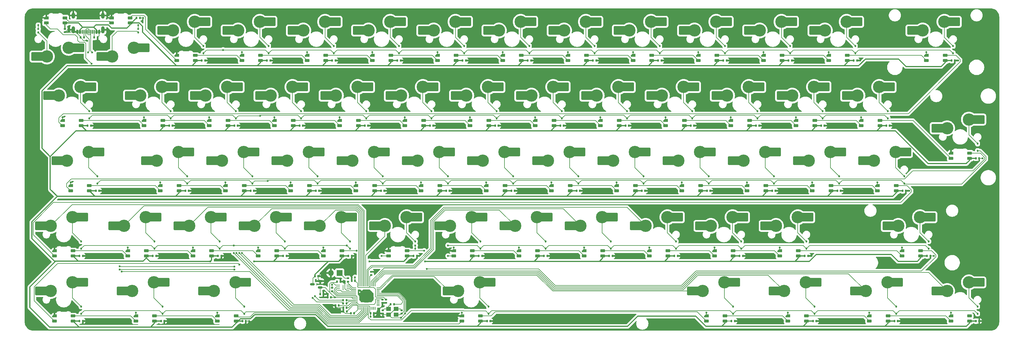
<source format=gbr>
%TF.GenerationSoftware,KiCad,Pcbnew,8.0.3*%
%TF.CreationDate,2024-11-28T23:23:20+08:00*%
%TF.ProjectId,PH60_Rev2,50483630-5f52-4657-9632-2e6b69636164,rev?*%
%TF.SameCoordinates,Original*%
%TF.FileFunction,Copper,L2,Bot*%
%TF.FilePolarity,Positive*%
%FSLAX46Y46*%
G04 Gerber Fmt 4.6, Leading zero omitted, Abs format (unit mm)*
G04 Created by KiCad (PCBNEW 8.0.3) date 2024-11-28 23:23:20*
%MOMM*%
%LPD*%
G01*
G04 APERTURE LIST*
G04 Aperture macros list*
%AMRoundRect*
0 Rectangle with rounded corners*
0 $1 Rounding radius*
0 $2 $3 $4 $5 $6 $7 $8 $9 X,Y pos of 4 corners*
0 Add a 4 corners polygon primitive as box body*
4,1,4,$2,$3,$4,$5,$6,$7,$8,$9,$2,$3,0*
0 Add four circle primitives for the rounded corners*
1,1,$1+$1,$2,$3*
1,1,$1+$1,$4,$5*
1,1,$1+$1,$6,$7*
1,1,$1+$1,$8,$9*
0 Add four rect primitives between the rounded corners*
20,1,$1+$1,$2,$3,$4,$5,0*
20,1,$1+$1,$4,$5,$6,$7,0*
20,1,$1+$1,$6,$7,$8,$9,0*
20,1,$1+$1,$8,$9,$2,$3,0*%
%AMFreePoly0*
4,1,18,-0.410000,0.593000,-0.403758,0.624380,-0.385983,0.650983,-0.359380,0.668758,-0.328000,0.675000,0.328000,0.675000,0.359380,0.668758,0.385983,0.650983,0.403758,0.624380,0.410000,0.593000,0.410000,-0.593000,0.403758,-0.624380,0.385983,-0.650983,0.359380,-0.668758,0.328000,-0.675000,0.000000,-0.675000,-0.410000,-0.265000,-0.410000,0.593000,-0.410000,0.593000,$1*%
G04 Aperture macros list end*
%TA.AperFunction,SMDPad,CuDef*%
%ADD10RoundRect,0.250000X-1.525000X-1.000000X1.525000X-1.000000X1.525000X1.000000X-1.525000X1.000000X0*%
%TD*%
%TA.AperFunction,ComponentPad*%
%ADD11C,3.600000*%
%TD*%
%TA.AperFunction,SMDPad,CuDef*%
%ADD12RoundRect,0.250000X1.525000X1.000000X-1.525000X1.000000X-1.525000X-1.000000X1.525000X-1.000000X0*%
%TD*%
%TA.AperFunction,SMDPad,CuDef*%
%ADD13RoundRect,0.140000X-0.140000X-0.170000X0.140000X-0.170000X0.140000X0.170000X-0.140000X0.170000X0*%
%TD*%
%TA.AperFunction,SMDPad,CuDef*%
%ADD14RoundRect,0.112500X0.112500X-0.187500X0.112500X0.187500X-0.112500X0.187500X-0.112500X-0.187500X0*%
%TD*%
%TA.AperFunction,SMDPad,CuDef*%
%ADD15RoundRect,0.082000X-0.593000X0.328000X-0.593000X-0.328000X0.593000X-0.328000X0.593000X0.328000X0*%
%TD*%
%TA.AperFunction,SMDPad,CuDef*%
%ADD16FreePoly0,270.000000*%
%TD*%
%TA.AperFunction,SMDPad,CuDef*%
%ADD17RoundRect,0.140000X0.140000X0.170000X-0.140000X0.170000X-0.140000X-0.170000X0.140000X-0.170000X0*%
%TD*%
%TA.AperFunction,SMDPad,CuDef*%
%ADD18RoundRect,0.140000X-0.170000X0.140000X-0.170000X-0.140000X0.170000X-0.140000X0.170000X0.140000X0*%
%TD*%
%TA.AperFunction,SMDPad,CuDef*%
%ADD19RoundRect,0.150000X0.512500X0.150000X-0.512500X0.150000X-0.512500X-0.150000X0.512500X-0.150000X0*%
%TD*%
%TA.AperFunction,SMDPad,CuDef*%
%ADD20RoundRect,0.050000X-0.050000X0.387500X-0.050000X-0.387500X0.050000X-0.387500X0.050000X0.387500X0*%
%TD*%
%TA.AperFunction,SMDPad,CuDef*%
%ADD21RoundRect,0.050000X-0.387500X0.050000X-0.387500X-0.050000X0.387500X-0.050000X0.387500X0.050000X0*%
%TD*%
%TA.AperFunction,HeatsinkPad*%
%ADD22C,0.500000*%
%TD*%
%TA.AperFunction,HeatsinkPad*%
%ADD23R,3.200000X3.200000*%
%TD*%
%TA.AperFunction,SMDPad,CuDef*%
%ADD24RoundRect,0.135000X-0.135000X-0.185000X0.135000X-0.185000X0.135000X0.185000X-0.135000X0.185000X0*%
%TD*%
%TA.AperFunction,SMDPad,CuDef*%
%ADD25RoundRect,0.112500X-0.112500X0.187500X-0.112500X-0.187500X0.112500X-0.187500X0.112500X0.187500X0*%
%TD*%
%TA.AperFunction,SMDPad,CuDef*%
%ADD26RoundRect,0.135000X0.135000X0.185000X-0.135000X0.185000X-0.135000X-0.185000X0.135000X-0.185000X0*%
%TD*%
%TA.AperFunction,ComponentPad*%
%ADD27R,1.700000X1.700000*%
%TD*%
%TA.AperFunction,ComponentPad*%
%ADD28O,1.700000X1.700000*%
%TD*%
%TA.AperFunction,SMDPad,CuDef*%
%ADD29RoundRect,0.140000X0.170000X-0.140000X0.170000X0.140000X-0.170000X0.140000X-0.170000X-0.140000X0*%
%TD*%
%TA.AperFunction,SMDPad,CuDef*%
%ADD30RoundRect,0.062500X0.387500X0.062500X-0.387500X0.062500X-0.387500X-0.062500X0.387500X-0.062500X0*%
%TD*%
%TA.AperFunction,HeatsinkPad*%
%ADD31R,0.200000X1.600000*%
%TD*%
%TA.AperFunction,SMDPad,CuDef*%
%ADD32RoundRect,0.135000X-0.185000X0.135000X-0.185000X-0.135000X0.185000X-0.135000X0.185000X0.135000X0*%
%TD*%
%TA.AperFunction,SMDPad,CuDef*%
%ADD33RoundRect,0.150000X-0.150000X-0.425000X0.150000X-0.425000X0.150000X0.425000X-0.150000X0.425000X0*%
%TD*%
%TA.AperFunction,SMDPad,CuDef*%
%ADD34RoundRect,0.075000X-0.075000X-0.500000X0.075000X-0.500000X0.075000X0.500000X-0.075000X0.500000X0*%
%TD*%
%TA.AperFunction,ComponentPad*%
%ADD35O,1.000000X1.800000*%
%TD*%
%TA.AperFunction,ComponentPad*%
%ADD36O,1.000000X2.100000*%
%TD*%
%TA.AperFunction,SMDPad,CuDef*%
%ADD37R,1.400000X1.200000*%
%TD*%
%TA.AperFunction,ViaPad*%
%ADD38C,0.600000*%
%TD*%
%TA.AperFunction,ViaPad*%
%ADD39C,0.500000*%
%TD*%
%TA.AperFunction,Conductor*%
%ADD40C,0.200000*%
%TD*%
%TA.AperFunction,Conductor*%
%ADD41C,0.300000*%
%TD*%
G04 APERTURE END LIST*
D10*
%TO.P,S30,1,1*%
%TO.N,col_1*%
X64852500Y-73660000D03*
D11*
X67627500Y-73660000D03*
%TO.P,S30,2,2*%
%TO.N,Net-(D30-A)*%
X73977500Y-71120000D03*
D10*
X76757500Y-71120000D03*
%TD*%
%TO.P,S27,1,1*%
%TO.N,col_12*%
X269640000Y-54610000D03*
D11*
X272415000Y-54610000D03*
%TO.P,S27,2,2*%
%TO.N,Net-(D27-A)*%
X278765000Y-52070000D03*
D10*
X281545000Y-52070000D03*
%TD*%
%TO.P,S42,1,1*%
%TO.N,col_0*%
X33896250Y-92710000D03*
D11*
X36671250Y-92710000D03*
%TO.P,S42,2,2*%
%TO.N,Net-(D42-A)*%
X43021250Y-90170000D03*
D10*
X45801250Y-90170000D03*
%TD*%
%TO.P,S32,1,1*%
%TO.N,col_3*%
X102952500Y-73660000D03*
D11*
X105727500Y-73660000D03*
%TO.P,S32,2,2*%
%TO.N,Net-(D32-A)*%
X112077500Y-71120000D03*
D10*
X114857500Y-71120000D03*
%TD*%
%TO.P,S38,1,1*%
%TO.N,col_9*%
X217252500Y-73660000D03*
D11*
X220027500Y-73660000D03*
%TO.P,S38,2,2*%
%TO.N,Net-(D38-A)*%
X226377500Y-71120000D03*
D10*
X229157500Y-71120000D03*
%TD*%
%TO.P,S35,1,1*%
%TO.N,col_6*%
X160102500Y-73660000D03*
D11*
X162877500Y-73660000D03*
%TO.P,S35,2,2*%
%TO.N,Net-(D35-A)*%
X169227500Y-71120000D03*
D10*
X172007500Y-71120000D03*
%TD*%
%TO.P,S4,1,1*%
%TO.N,col_3*%
X88665000Y-35560000D03*
D11*
X91440000Y-35560000D03*
%TO.P,S4,2,2*%
%TO.N,Net-(D4-A)*%
X97790000Y-33020000D03*
D10*
X100570000Y-33020000D03*
%TD*%
D12*
%TO.P,S2,1,1*%
%TO.N,col_1*%
X63735000Y-40640000D03*
D11*
X60960000Y-40640000D03*
%TO.P,S2,2,2*%
%TO.N,Net-(D2-A)*%
X54610000Y-43180000D03*
D12*
X51830000Y-43180000D03*
%TD*%
D10*
%TO.P,S22,1,1*%
%TO.N,col_7*%
X174390000Y-54610000D03*
D11*
X177165000Y-54610000D03*
%TO.P,S22,2,2*%
%TO.N,Net-(D22-A)*%
X183515000Y-52070000D03*
D10*
X186295000Y-52070000D03*
%TD*%
%TO.P,S28,1,1*%
%TO.N,col_13*%
X295833750Y-64135000D03*
D11*
X298608750Y-64135000D03*
%TO.P,S28,2,2*%
%TO.N,Net-(D28-A)*%
X304958750Y-61595000D03*
D10*
X307738750Y-61595000D03*
%TD*%
%TO.P,S46,1,1*%
%TO.N,col_4*%
X112477500Y-92710000D03*
D11*
X115252500Y-92710000D03*
%TO.P,S46,2,2*%
%TO.N,Net-(D46-A)*%
X121602500Y-90170000D03*
D10*
X124382500Y-90170000D03*
%TD*%
D12*
%TO.P,S1,1,1*%
%TO.N,col_0*%
X44685000Y-40640000D03*
D11*
X41910000Y-40640000D03*
%TO.P,S1,2,2*%
%TO.N,Net-(D1-A)*%
X35560000Y-43180000D03*
D12*
X32780000Y-43180000D03*
%TD*%
D10*
%TO.P,S54,1,1*%
%TO.N,col_13*%
X281546250Y-92710000D03*
D11*
X284321250Y-92710000D03*
%TO.P,S54,2,2*%
%TO.N,Net-(D54-A)*%
X290671250Y-90170000D03*
D10*
X293451250Y-90170000D03*
%TD*%
%TO.P,S10,1,1*%
%TO.N,col_9*%
X202965000Y-35560000D03*
D11*
X205740000Y-35560000D03*
%TO.P,S10,2,2*%
%TO.N,Net-(D10-A)*%
X212090000Y-33020000D03*
D10*
X214870000Y-33020000D03*
%TD*%
%TO.P,S34,1,1*%
%TO.N,col_5*%
X141052500Y-73660000D03*
D11*
X143827500Y-73660000D03*
%TO.P,S34,2,2*%
%TO.N,Net-(D34-A)*%
X150177500Y-71120000D03*
D10*
X152957500Y-71120000D03*
%TD*%
%TO.P,S15,1,1*%
%TO.N,col_0*%
X36277500Y-54610000D03*
D11*
X39052500Y-54610000D03*
%TO.P,S15,2,2*%
%TO.N,Net-(D15-A)*%
X45402500Y-52070000D03*
D10*
X48182500Y-52070000D03*
%TD*%
%TO.P,S56,1,1*%
%TO.N,col_1*%
X57708750Y-111760000D03*
D11*
X60483750Y-111760000D03*
%TO.P,S56,2,2*%
%TO.N,Net-(D56-A)*%
X66833750Y-109220000D03*
D10*
X69613750Y-109220000D03*
%TD*%
%TO.P,S20,1,1*%
%TO.N,col_5*%
X136290000Y-54610000D03*
D11*
X139065000Y-54610000D03*
%TO.P,S20,2,2*%
%TO.N,Net-(D20-A)*%
X145415000Y-52070000D03*
D10*
X148195000Y-52070000D03*
%TD*%
%TO.P,S17,1,1*%
%TO.N,col_2*%
X79140000Y-54610000D03*
D11*
X81915000Y-54610000D03*
%TO.P,S17,2,2*%
%TO.N,Net-(D17-A)*%
X88265000Y-52070000D03*
D10*
X91045000Y-52070000D03*
%TD*%
%TO.P,S31,1,1*%
%TO.N,col_2*%
X83902500Y-73660000D03*
D11*
X86677500Y-73660000D03*
%TO.P,S31,2,2*%
%TO.N,Net-(D31-A)*%
X93027500Y-71120000D03*
D10*
X95807500Y-71120000D03*
%TD*%
%TO.P,S48,1,1*%
%TO.N,col_6*%
X150577500Y-92710000D03*
D11*
X153352500Y-92710000D03*
%TO.P,S48,2,2*%
%TO.N,Net-(D48-A)*%
X159702500Y-90170000D03*
D10*
X162482500Y-90170000D03*
%TD*%
%TO.P,S51,1,1*%
%TO.N,col_9*%
X207727500Y-92710000D03*
D11*
X210502500Y-92710000D03*
%TO.P,S51,2,2*%
%TO.N,Net-(D51-A)*%
X216852500Y-90170000D03*
D10*
X219632500Y-90170000D03*
%TD*%
%TO.P,S23,1,1*%
%TO.N,col_8*%
X193440000Y-54610000D03*
D11*
X196215000Y-54610000D03*
%TO.P,S23,2,2*%
%TO.N,Net-(D23-A)*%
X202565000Y-52070000D03*
D10*
X205345000Y-52070000D03*
%TD*%
%TO.P,S50,1,1*%
%TO.N,col_8*%
X188677500Y-92710000D03*
D11*
X191452500Y-92710000D03*
%TO.P,S50,2,2*%
%TO.N,Net-(D50-A)*%
X197802500Y-90170000D03*
D10*
X200582500Y-90170000D03*
%TD*%
%TO.P,S18,1,1*%
%TO.N,col_3*%
X98190000Y-54610000D03*
D11*
X100965000Y-54610000D03*
%TO.P,S18,2,2*%
%TO.N,Net-(D18-A)*%
X107315000Y-52070000D03*
D10*
X110095000Y-52070000D03*
%TD*%
%TO.P,S33,1,1*%
%TO.N,col_4*%
X122002500Y-73660000D03*
D11*
X124777500Y-73660000D03*
%TO.P,S33,2,2*%
%TO.N,Net-(D33-A)*%
X131127500Y-71120000D03*
D10*
X133907500Y-71120000D03*
%TD*%
%TO.P,S61,1,1*%
%TO.N,col_12*%
X272021250Y-111760000D03*
D11*
X274796250Y-111760000D03*
%TO.P,S61,2,2*%
%TO.N,Net-(D61-A)*%
X281146250Y-109220000D03*
D10*
X283926250Y-109220000D03*
%TD*%
%TO.P,S16,1,1*%
%TO.N,col_1*%
X60090000Y-54610000D03*
D11*
X62865000Y-54610000D03*
%TO.P,S16,2,2*%
%TO.N,Net-(D16-A)*%
X69215000Y-52070000D03*
D10*
X71995000Y-52070000D03*
%TD*%
%TO.P,S60,1,1*%
%TO.N,col_11*%
X248208750Y-111760000D03*
D11*
X250983750Y-111760000D03*
%TO.P,S60,2,2*%
%TO.N,Net-(D60-A)*%
X257333750Y-109220000D03*
D10*
X260113750Y-109220000D03*
%TD*%
%TO.P,S58,1,1*%
%TO.N,col_6*%
X152958750Y-111760000D03*
D11*
X155733750Y-111760000D03*
%TO.P,S58,2,2*%
%TO.N,Net-(D58-A)*%
X162083750Y-109220000D03*
D10*
X164863750Y-109220000D03*
%TD*%
%TO.P,S24,1,1*%
%TO.N,col_9*%
X212490000Y-54610000D03*
D11*
X215265000Y-54610000D03*
%TO.P,S24,2,2*%
%TO.N,Net-(D24-A)*%
X221615000Y-52070000D03*
D10*
X224395000Y-52070000D03*
%TD*%
%TO.P,S29,1,1*%
%TO.N,col_0*%
X38658750Y-73660000D03*
D11*
X41433750Y-73660000D03*
%TO.P,S29,2,2*%
%TO.N,Net-(D29-A)*%
X47783750Y-71120000D03*
D10*
X50563750Y-71120000D03*
%TD*%
%TO.P,S37,1,1*%
%TO.N,col_8*%
X198202500Y-73660000D03*
D11*
X200977500Y-73660000D03*
%TO.P,S37,2,2*%
%TO.N,Net-(D37-A)*%
X207327500Y-71120000D03*
D10*
X210107500Y-71120000D03*
%TD*%
%TO.P,S43,1,1*%
%TO.N,col_1*%
X55327500Y-92710000D03*
D11*
X58102500Y-92710000D03*
%TO.P,S43,2,2*%
%TO.N,Net-(D43-A)*%
X64452500Y-90170000D03*
D10*
X67232500Y-90170000D03*
%TD*%
%TO.P,S3,1,1*%
%TO.N,col_2*%
X69615000Y-35560000D03*
D11*
X72390000Y-35560000D03*
%TO.P,S3,2,2*%
%TO.N,Net-(D3-A)*%
X78740000Y-33020000D03*
D10*
X81520000Y-33020000D03*
%TD*%
%TO.P,S36,1,1*%
%TO.N,col_7*%
X179152500Y-73660000D03*
D11*
X181927500Y-73660000D03*
%TO.P,S36,2,2*%
%TO.N,Net-(D36-A)*%
X188277500Y-71120000D03*
D10*
X191057500Y-71120000D03*
%TD*%
%TO.P,S6,1,1*%
%TO.N,col_5*%
X126765000Y-35560000D03*
D11*
X129540000Y-35560000D03*
%TO.P,S6,2,2*%
%TO.N,Net-(D6-A)*%
X135890000Y-33020000D03*
D10*
X138670000Y-33020000D03*
%TD*%
%TO.P,S55,1,1*%
%TO.N,col_0*%
X33896250Y-111760000D03*
D11*
X36671250Y-111760000D03*
%TO.P,S55,2,2*%
%TO.N,Net-(D55-A)*%
X43021250Y-109220000D03*
D10*
X45801250Y-109220000D03*
%TD*%
%TO.P,S25,1,1*%
%TO.N,col_10*%
X231540000Y-54610000D03*
D11*
X234315000Y-54610000D03*
%TO.P,S25,2,2*%
%TO.N,Net-(D25-A)*%
X240665000Y-52070000D03*
D10*
X243445000Y-52070000D03*
%TD*%
%TO.P,S9,1,1*%
%TO.N,col_8*%
X183915000Y-35560000D03*
D11*
X186690000Y-35560000D03*
%TO.P,S9,2,2*%
%TO.N,Net-(D9-A)*%
X193040000Y-33020000D03*
D10*
X195820000Y-33020000D03*
%TD*%
%TO.P,S26,1,1*%
%TO.N,col_11*%
X250590000Y-54610000D03*
D11*
X253365000Y-54610000D03*
%TO.P,S26,2,2*%
%TO.N,Net-(D26-A)*%
X259715000Y-52070000D03*
D10*
X262495000Y-52070000D03*
%TD*%
%TO.P,S11,1,1*%
%TO.N,col_10*%
X222015000Y-35560000D03*
D11*
X224790000Y-35560000D03*
%TO.P,S11,2,2*%
%TO.N,Net-(D11-A)*%
X231140000Y-33020000D03*
D10*
X233920000Y-33020000D03*
%TD*%
%TO.P,S59,1,1*%
%TO.N,col_10*%
X224396250Y-111760000D03*
D11*
X227171250Y-111760000D03*
%TO.P,S59,2,2*%
%TO.N,Net-(D59-A)*%
X233521250Y-109220000D03*
D10*
X236301250Y-109220000D03*
%TD*%
%TO.P,S53,1,1*%
%TO.N,col_11*%
X245827500Y-92710000D03*
D11*
X248602500Y-92710000D03*
%TO.P,S53,2,2*%
%TO.N,Net-(D53-A)*%
X254952500Y-90170000D03*
D10*
X257732500Y-90170000D03*
%TD*%
%TO.P,S12,1,1*%
%TO.N,col_11*%
X241065000Y-35560000D03*
D11*
X243840000Y-35560000D03*
%TO.P,S12,2,2*%
%TO.N,Net-(D12-A)*%
X250190000Y-33020000D03*
D10*
X252970000Y-33020000D03*
%TD*%
%TO.P,S57,1,1*%
%TO.N,col_2*%
X81521250Y-111760000D03*
D11*
X84296250Y-111760000D03*
%TO.P,S57,2,2*%
%TO.N,Net-(D57-A)*%
X90646250Y-109220000D03*
D10*
X93426250Y-109220000D03*
%TD*%
%TO.P,S8,1,1*%
%TO.N,col_7*%
X164865000Y-35560000D03*
D11*
X167640000Y-35560000D03*
%TO.P,S8,2,2*%
%TO.N,Net-(D8-A)*%
X173990000Y-33020000D03*
D10*
X176770000Y-33020000D03*
%TD*%
%TO.P,S13,1,1*%
%TO.N,col_12*%
X260115000Y-35560000D03*
D11*
X262890000Y-35560000D03*
%TO.P,S13,2,2*%
%TO.N,Net-(D13-A)*%
X269240000Y-33020000D03*
D10*
X272020000Y-33020000D03*
%TD*%
%TO.P,S14,1,1*%
%TO.N,col_13*%
X288690000Y-35560000D03*
D11*
X291465000Y-35560000D03*
%TO.P,S14,2,2*%
%TO.N,Net-(D14-A)*%
X297815000Y-33020000D03*
D10*
X300595000Y-33020000D03*
%TD*%
%TO.P,S21,1,1*%
%TO.N,col_6*%
X155340000Y-54610000D03*
D11*
X158115000Y-54610000D03*
%TO.P,S21,2,2*%
%TO.N,Net-(D21-A)*%
X164465000Y-52070000D03*
D10*
X167245000Y-52070000D03*
%TD*%
%TO.P,S19,1,1*%
%TO.N,col_4*%
X117240000Y-54610000D03*
D11*
X120015000Y-54610000D03*
%TO.P,S19,2,2*%
%TO.N,Net-(D19-A)*%
X126365000Y-52070000D03*
D10*
X129145000Y-52070000D03*
%TD*%
%TO.P,S5,1,1*%
%TO.N,col_4*%
X107715000Y-35560000D03*
D11*
X110490000Y-35560000D03*
%TO.P,S5,2,2*%
%TO.N,Net-(D5-A)*%
X116840000Y-33020000D03*
D10*
X119620000Y-33020000D03*
%TD*%
%TO.P,S45,1,1*%
%TO.N,col_3*%
X93427500Y-92710000D03*
D11*
X96202500Y-92710000D03*
%TO.P,S45,2,2*%
%TO.N,Net-(D45-A)*%
X102552500Y-90170000D03*
D10*
X105332500Y-90170000D03*
%TD*%
%TO.P,S62,1,1*%
%TO.N,col_13*%
X295833750Y-111760000D03*
D11*
X298608750Y-111760000D03*
%TO.P,S62,2,2*%
%TO.N,Net-(D62-A)*%
X304958750Y-109220000D03*
D10*
X307738750Y-109220000D03*
%TD*%
%TO.P,S52,1,1*%
%TO.N,col_10*%
X226777500Y-92710000D03*
D11*
X229552500Y-92710000D03*
%TO.P,S52,2,2*%
%TO.N,Net-(D52-A)*%
X235902500Y-90170000D03*
D10*
X238682500Y-90170000D03*
%TD*%
%TO.P,S7,1,1*%
%TO.N,col_6*%
X145815000Y-35560000D03*
D11*
X148590000Y-35560000D03*
%TO.P,S7,2,2*%
%TO.N,Net-(D7-A)*%
X154940000Y-33020000D03*
D10*
X157720000Y-33020000D03*
%TD*%
%TO.P,S41,1,1*%
%TO.N,col_12*%
X274402500Y-73660000D03*
D11*
X277177500Y-73660000D03*
%TO.P,S41,2,2*%
%TO.N,Net-(D41-A)*%
X283527500Y-71120000D03*
D10*
X286307500Y-71120000D03*
%TD*%
%TO.P,S49,1,1*%
%TO.N,col_7*%
X169627500Y-92710000D03*
D11*
X172402500Y-92710000D03*
%TO.P,S49,2,2*%
%TO.N,Net-(D49-A)*%
X178752500Y-90170000D03*
D10*
X181532500Y-90170000D03*
%TD*%
%TO.P,S44,1,1*%
%TO.N,col_2*%
X74377500Y-92710000D03*
D11*
X77152500Y-92710000D03*
%TO.P,S44,2,2*%
%TO.N,Net-(D44-A)*%
X83502500Y-90170000D03*
D10*
X86282500Y-90170000D03*
%TD*%
%TO.P,S39,1,1*%
%TO.N,col_10*%
X236302500Y-73660000D03*
D11*
X239077500Y-73660000D03*
%TO.P,S39,2,2*%
%TO.N,Net-(D39-A)*%
X245427500Y-71120000D03*
D10*
X248207500Y-71120000D03*
%TD*%
%TO.P,S40,1,1*%
%TO.N,col_11*%
X255352500Y-73660000D03*
D11*
X258127500Y-73660000D03*
%TO.P,S40,2,2*%
%TO.N,Net-(D40-A)*%
X264477500Y-71120000D03*
D10*
X267257500Y-71120000D03*
%TD*%
%TO.P,S47,1,1*%
%TO.N,col_5*%
X131527500Y-92710000D03*
D11*
X134302500Y-92710000D03*
%TO.P,S47,2,2*%
%TO.N,Net-(D47-A)*%
X140652500Y-90170000D03*
D10*
X143432500Y-90170000D03*
%TD*%
D13*
%TO.P,RGBC15,1*%
%TO.N,VBUS*%
X47462500Y-63400000D03*
%TO.P,RGBC15,2*%
%TO.N,GND*%
X48422500Y-63400000D03*
%TD*%
D14*
%TO.P,D21,1,K*%
%TO.N,row_1*%
X167005000Y-61230000D03*
%TO.P,D21,2,A*%
%TO.N,Net-(D21-A)*%
X167005000Y-59130000D03*
%TD*%
D13*
%TO.P,RGBC49,1*%
%TO.N,VBUS*%
X180812500Y-101500000D03*
%TO.P,RGBC49,2*%
%TO.N,GND*%
X181772500Y-101500000D03*
%TD*%
%TO.P,RGBC28,1*%
%TO.N,VBUS*%
X307018750Y-72925000D03*
%TO.P,RGBC28,2*%
%TO.N,GND*%
X307978750Y-72925000D03*
%TD*%
D15*
%TO.P,RGB20,1,VDD*%
%TO.N,VBUS*%
X145600000Y-63400000D03*
%TO.P,RGB20,2,DOUT*%
%TO.N,Net-(RGB20-DOUT)*%
X145600000Y-61900000D03*
D16*
%TO.P,RGB20,3,VSS*%
%TO.N,GND*%
X140150000Y-61900000D03*
D15*
%TO.P,RGB20,4,DIN*%
%TO.N,Net-(RGB19-DOUT)*%
X140150000Y-63400000D03*
%TD*%
D17*
%TO.P,C13,1*%
%TO.N,+3V3*%
X125305000Y-118275000D03*
%TO.P,C13,2*%
%TO.N,GND*%
X124345000Y-118275000D03*
%TD*%
D18*
%TO.P,C3,1*%
%TO.N,Net-(C3-Pad1)*%
X133737500Y-117370000D03*
%TO.P,C3,2*%
%TO.N,GND*%
X133737500Y-118330000D03*
%TD*%
D14*
%TO.P,D46,1,K*%
%TO.N,row_3*%
X124142500Y-99330000D03*
%TO.P,D46,2,A*%
%TO.N,Net-(D46-A)*%
X124142500Y-97230000D03*
%TD*%
D13*
%TO.P,RGBC58,1*%
%TO.N,VBUS*%
X164143750Y-120550000D03*
%TO.P,RGBC58,2*%
%TO.N,GND*%
X165103750Y-120550000D03*
%TD*%
%TO.P,RGBC14,1*%
%TO.N,VBUS*%
X299875000Y-44350000D03*
%TO.P,RGBC14,2*%
%TO.N,GND*%
X300835000Y-44350000D03*
%TD*%
D14*
%TO.P,D55,1,K*%
%TO.N,row_4*%
X45561250Y-118380000D03*
%TO.P,D55,2,A*%
%TO.N,Net-(D55-A)*%
X45561250Y-116280000D03*
%TD*%
D15*
%TO.P,RGB58,1,VDD*%
%TO.N,VBUS*%
X162268750Y-120550000D03*
%TO.P,RGB58,2,DOUT*%
%TO.N,Net-(RGB58-DOUT)*%
X162268750Y-119050000D03*
D16*
%TO.P,RGB58,3,VSS*%
%TO.N,GND*%
X156818750Y-119050000D03*
D15*
%TO.P,RGB58,4,DIN*%
%TO.N,Net-(RGB57-DOUT)*%
X156818750Y-120550000D03*
%TD*%
%TO.P,RGB14,1,VDD*%
%TO.N,VBUS*%
X298000000Y-44350000D03*
%TO.P,RGB14,2,DOUT*%
%TO.N,Net-(RGB14-DOUT)*%
X298000000Y-42850000D03*
D16*
%TO.P,RGB14,3,VSS*%
%TO.N,GND*%
X292550000Y-42850000D03*
D15*
%TO.P,RGB14,4,DIN*%
%TO.N,Net-(RGB13-DOUT)*%
X292550000Y-44350000D03*
%TD*%
D13*
%TO.P,RGBC21,1*%
%TO.N,VBUS*%
X166525000Y-63400000D03*
%TO.P,RGBC21,2*%
%TO.N,GND*%
X167485000Y-63400000D03*
%TD*%
D17*
%TO.P,C8,1*%
%TO.N,+1V1*%
X120855000Y-116000000D03*
%TO.P,C8,2*%
%TO.N,GND*%
X119895000Y-116000000D03*
%TD*%
D13*
%TO.P,C18,1*%
%TO.N,+3V3*%
X115370000Y-112625000D03*
%TO.P,C18,2*%
%TO.N,GND*%
X116330000Y-112625000D03*
%TD*%
D19*
%TO.P,U1,1,GND*%
%TO.N,GND*%
X115425000Y-108825000D03*
%TO.P,U1,2,VO*%
%TO.N,+3V3*%
X115425000Y-110725000D03*
%TO.P,U1,3,VI*%
%TO.N,VBUS*%
X113150000Y-109775000D03*
%TD*%
D15*
%TO.P,RGB55,1,VDD*%
%TO.N,VBUS*%
X43206250Y-120550000D03*
%TO.P,RGB55,2,DOUT*%
%TO.N,Net-(RGB55-DOUT)*%
X43206250Y-119050000D03*
D16*
%TO.P,RGB55,3,VSS*%
%TO.N,GND*%
X37756250Y-119050000D03*
D15*
%TO.P,RGB55,4,DIN*%
%TO.N,Net-(RGB54-DOUT)*%
X37756250Y-120550000D03*
%TD*%
D14*
%TO.P,D7,1,K*%
%TO.N,row_0*%
X157480000Y-42180000D03*
%TO.P,D7,2,A*%
%TO.N,Net-(D7-A)*%
X157480000Y-40080000D03*
%TD*%
D20*
%TO.P,U3,1,IOVDD*%
%TO.N,+3V3*%
X126300000Y-109962500D03*
%TO.P,U3,2,GPIO0*%
%TO.N,col_4*%
X126700000Y-109962500D03*
%TO.P,U3,3,GPIO1*%
%TO.N,col_3*%
X127100000Y-109962500D03*
%TO.P,U3,4,GPIO2*%
%TO.N,col_2*%
X127500000Y-109962500D03*
%TO.P,U3,5,GPIO3*%
%TO.N,col_1*%
X127900000Y-109962500D03*
%TO.P,U3,6,GPIO4*%
%TO.N,col_0*%
X128300000Y-109962500D03*
%TO.P,U3,7,GPIO5*%
%TO.N,col_5*%
X128700000Y-109962500D03*
%TO.P,U3,8,GPIO6*%
%TO.N,col_9*%
X129100000Y-109962500D03*
%TO.P,U3,9,GPIO7*%
%TO.N,col_8*%
X129500000Y-109962500D03*
%TO.P,U3,10,IOVDD*%
%TO.N,+3V3*%
X129900000Y-109962500D03*
%TO.P,U3,11,GPIO8*%
%TO.N,col_7*%
X130300000Y-109962500D03*
%TO.P,U3,12,GPIO9*%
%TO.N,col_13*%
X130700000Y-109962500D03*
%TO.P,U3,13,GPIO10*%
%TO.N,col_12*%
X131100000Y-109962500D03*
%TO.P,U3,14,GPIO11*%
%TO.N,col_11*%
X131500000Y-109962500D03*
D21*
%TO.P,U3,15,GPIO12*%
%TO.N,col_10*%
X132337500Y-110800000D03*
%TO.P,U3,16,GPIO13*%
%TO.N,col_6*%
X132337500Y-111200000D03*
%TO.P,U3,17,GPIO14*%
%TO.N,unconnected-(U3-GPIO14-Pad17)*%
X132337500Y-111600000D03*
%TO.P,U3,18,GPIO15*%
%TO.N,unconnected-(U3-GPIO15-Pad18)*%
X132337500Y-112000000D03*
%TO.P,U3,19,TESTEN*%
%TO.N,GND*%
X132337500Y-112400000D03*
%TO.P,U3,20,XIN*%
%TO.N,/XIN*%
X132337500Y-112800000D03*
%TO.P,U3,21,XOUT*%
%TO.N,/XOUT*%
X132337500Y-113200000D03*
%TO.P,U3,22,IOVDD*%
%TO.N,+3V3*%
X132337500Y-113600000D03*
%TO.P,U3,23,DVDD*%
%TO.N,+1V1*%
X132337500Y-114000000D03*
%TO.P,U3,24,SWCLK*%
%TO.N,/SWCLK*%
X132337500Y-114400000D03*
%TO.P,U3,25,SWD*%
%TO.N,/SWD*%
X132337500Y-114800000D03*
%TO.P,U3,26,RUN*%
%TO.N,unconnected-(U3-RUN-Pad26)*%
X132337500Y-115200000D03*
%TO.P,U3,27,GPIO16*%
%TO.N,unconnected-(U3-GPIO16-Pad27)*%
X132337500Y-115600000D03*
%TO.P,U3,28,GPIO17*%
%TO.N,unconnected-(U3-GPIO17-Pad28)*%
X132337500Y-116000000D03*
D20*
%TO.P,U3,29,GPIO18*%
%TO.N,unconnected-(U3-GPIO18-Pad29)*%
X131500000Y-116837500D03*
%TO.P,U3,30,GPIO19*%
%TO.N,unconnected-(U3-GPIO19-Pad30)*%
X131100000Y-116837500D03*
%TO.P,U3,31,GPIO20*%
%TO.N,unconnected-(U3-GPIO20-Pad31)*%
X130700000Y-116837500D03*
%TO.P,U3,32,GPIO21*%
%TO.N,unconnected-(U3-GPIO21-Pad32)*%
X130300000Y-116837500D03*
%TO.P,U3,33,IOVDD*%
%TO.N,+3V3*%
X129900000Y-116837500D03*
%TO.P,U3,34,GPIO22*%
%TO.N,row_4*%
X129500000Y-116837500D03*
%TO.P,U3,35,GPIO23*%
%TO.N,DIN*%
X129100000Y-116837500D03*
%TO.P,U3,36,GPIO24*%
%TO.N,row_3*%
X128700000Y-116837500D03*
%TO.P,U3,37,GPIO25*%
%TO.N,row_2*%
X128300000Y-116837500D03*
%TO.P,U3,38,GPIO26_ADC0*%
%TO.N,row_1*%
X127900000Y-116837500D03*
%TO.P,U3,39,GPIO27_ADC1*%
%TO.N,row_0*%
X127500000Y-116837500D03*
%TO.P,U3,40,GPIO28_ADC2*%
%TO.N,unconnected-(U3-GPIO28_ADC2-Pad40)*%
X127100000Y-116837500D03*
%TO.P,U3,41,GPIO29_ADC3*%
%TO.N,unconnected-(U3-GPIO29_ADC3-Pad41)*%
X126700000Y-116837500D03*
%TO.P,U3,42,IOVDD*%
%TO.N,+3V3*%
X126300000Y-116837500D03*
D21*
%TO.P,U3,43,ADC_AVDD*%
X125462500Y-116000000D03*
%TO.P,U3,44,VREG_IN*%
X125462500Y-115600000D03*
%TO.P,U3,45,VREG_VOUT*%
%TO.N,+1V1*%
X125462500Y-115200000D03*
%TO.P,U3,46,USB_DM*%
%TO.N,Net-(U3-USB_DM)*%
X125462500Y-114800000D03*
%TO.P,U3,47,USB_DP*%
%TO.N,Net-(U3-USB_DP)*%
X125462500Y-114400000D03*
%TO.P,U3,48,USB_VDD*%
%TO.N,+3V3*%
X125462500Y-114000000D03*
%TO.P,U3,49,IOVDD*%
X125462500Y-113600000D03*
%TO.P,U3,50,DVDD*%
%TO.N,+1V1*%
X125462500Y-113200000D03*
%TO.P,U3,51,QSPI_SD3*%
%TO.N,/QSPI_SD3*%
X125462500Y-112800000D03*
%TO.P,U3,52,QSPI_SCLK*%
%TO.N,/QSPI_SCLK*%
X125462500Y-112400000D03*
%TO.P,U3,53,QSPI_SD0*%
%TO.N,/QSPI_SD0*%
X125462500Y-112000000D03*
%TO.P,U3,54,QSPI_SD2*%
%TO.N,/QSPI_SD2*%
X125462500Y-111600000D03*
%TO.P,U3,55,QSPI_SD1*%
%TO.N,/QSPI_SD1*%
X125462500Y-111200000D03*
%TO.P,U3,56,QSPI_SS*%
%TO.N,/QSPI_SS*%
X125462500Y-110800000D03*
D22*
%TO.P,U3,57,GND*%
%TO.N,GND*%
X130250000Y-112050000D03*
X127550000Y-112050000D03*
D23*
X128900000Y-113400000D03*
D22*
X130250000Y-114750000D03*
X127550000Y-114750000D03*
%TD*%
D14*
%TO.P,D15,1,K*%
%TO.N,row_1*%
X47942500Y-61230000D03*
%TO.P,D15,2,A*%
%TO.N,Net-(D15-A)*%
X47942500Y-59130000D03*
%TD*%
D15*
%TO.P,RGB57,1,VDD*%
%TO.N,VBUS*%
X90831250Y-120550000D03*
%TO.P,RGB57,2,DOUT*%
%TO.N,Net-(RGB57-DOUT)*%
X90831250Y-119050000D03*
D16*
%TO.P,RGB57,3,VSS*%
%TO.N,GND*%
X85381250Y-119050000D03*
D15*
%TO.P,RGB57,4,DIN*%
%TO.N,Net-(RGB56-DOUT)*%
X85381250Y-120550000D03*
%TD*%
D13*
%TO.P,RGBC62,1*%
%TO.N,VBUS*%
X307018750Y-120550000D03*
%TO.P,RGBC62,2*%
%TO.N,GND*%
X307978750Y-120550000D03*
%TD*%
D15*
%TO.P,RGB38,1,VDD*%
%TO.N,VBUS*%
X226562500Y-82450000D03*
%TO.P,RGB38,2,DOUT*%
%TO.N,Net-(RGB38-DOUT)*%
X226562500Y-80950000D03*
D16*
%TO.P,RGB38,3,VSS*%
%TO.N,GND*%
X221112500Y-80950000D03*
D15*
%TO.P,RGB38,4,DIN*%
%TO.N,Net-(RGB37-DOUT)*%
X221112500Y-82450000D03*
%TD*%
%TO.P,RGB37,1,VDD*%
%TO.N,VBUS*%
X207512500Y-82450000D03*
%TO.P,RGB37,2,DOUT*%
%TO.N,Net-(RGB37-DOUT)*%
X207512500Y-80950000D03*
D16*
%TO.P,RGB37,3,VSS*%
%TO.N,GND*%
X202062500Y-80950000D03*
D15*
%TO.P,RGB37,4,DIN*%
%TO.N,Net-(RGB36-DOUT)*%
X202062500Y-82450000D03*
%TD*%
D14*
%TO.P,D43,1,K*%
%TO.N,row_3*%
X66992500Y-99330000D03*
%TO.P,D43,2,A*%
%TO.N,Net-(D43-A)*%
X66992500Y-97230000D03*
%TD*%
D13*
%TO.P,RGBC34,1*%
%TO.N,VBUS*%
X152237500Y-82450000D03*
%TO.P,RGBC34,2*%
%TO.N,GND*%
X153197500Y-82450000D03*
%TD*%
D14*
%TO.P,D22,1,K*%
%TO.N,row_1*%
X186055000Y-61230000D03*
%TO.P,D22,2,A*%
%TO.N,Net-(D22-A)*%
X186055000Y-59130000D03*
%TD*%
%TO.P,D44,1,K*%
%TO.N,row_3*%
X86042500Y-99330000D03*
%TO.P,D44,2,A*%
%TO.N,Net-(D44-A)*%
X86042500Y-97230000D03*
%TD*%
D24*
%TO.P,R5,1*%
%TO.N,Net-(C3-Pad1)*%
X135977500Y-115600000D03*
%TO.P,R5,2*%
%TO.N,/XOUT*%
X136997500Y-115600000D03*
%TD*%
D15*
%TO.P,RGB52,1,VDD*%
%TO.N,VBUS*%
X236087500Y-101500000D03*
%TO.P,RGB52,2,DOUT*%
%TO.N,Net-(RGB52-DOUT)*%
X236087500Y-100000000D03*
D16*
%TO.P,RGB52,3,VSS*%
%TO.N,GND*%
X230637500Y-100000000D03*
D15*
%TO.P,RGB52,4,DIN*%
%TO.N,Net-(RGB51-DOUT)*%
X230637500Y-101500000D03*
%TD*%
D13*
%TO.P,RGBC51,1*%
%TO.N,VBUS*%
X218912500Y-101500000D03*
%TO.P,RGBC51,2*%
%TO.N,GND*%
X219872500Y-101500000D03*
%TD*%
D24*
%TO.P,R7,1*%
%TO.N,Net-(J1-CC2)*%
X49375000Y-37575000D03*
%TO.P,R7,2*%
%TO.N,GND*%
X50395000Y-37575000D03*
%TD*%
D14*
%TO.P,D58,1,K*%
%TO.N,row_4*%
X164623750Y-118380000D03*
%TO.P,D58,2,A*%
%TO.N,Net-(D58-A)*%
X164623750Y-116280000D03*
%TD*%
%TO.P,D20,1,K*%
%TO.N,row_1*%
X147955000Y-61230000D03*
%TO.P,D20,2,A*%
%TO.N,Net-(D20-A)*%
X147955000Y-59130000D03*
%TD*%
D15*
%TO.P,RGB3,1,VDD*%
%TO.N,VBUS*%
X78925000Y-44350000D03*
%TO.P,RGB3,2,DOUT*%
%TO.N,Net-(RGB3-DOUT)*%
X78925000Y-42850000D03*
D16*
%TO.P,RGB3,3,VSS*%
%TO.N,GND*%
X73475000Y-42850000D03*
D15*
%TO.P,RGB3,4,DIN*%
%TO.N,Net-(RGB2-DOUT)*%
X73475000Y-44350000D03*
%TD*%
D13*
%TO.P,RGBC32,1*%
%TO.N,VBUS*%
X114137500Y-82450000D03*
%TO.P,RGBC32,2*%
%TO.N,GND*%
X115097500Y-82450000D03*
%TD*%
D15*
%TO.P,RGB60,1,VDD*%
%TO.N,VBUS*%
X257518750Y-120550000D03*
%TO.P,RGB60,2,DOUT*%
%TO.N,Net-(RGB60-DOUT)*%
X257518750Y-119050000D03*
D16*
%TO.P,RGB60,3,VSS*%
%TO.N,GND*%
X252068750Y-119050000D03*
D15*
%TO.P,RGB60,4,DIN*%
%TO.N,Net-(RGB59-DOUT)*%
X252068750Y-120550000D03*
%TD*%
D13*
%TO.P,RGBC30,1*%
%TO.N,VBUS*%
X76037500Y-82450000D03*
%TO.P,RGBC30,2*%
%TO.N,GND*%
X76997500Y-82450000D03*
%TD*%
D15*
%TO.P,RGB5,1,VDD*%
%TO.N,VBUS*%
X117025000Y-44350000D03*
%TO.P,RGB5,2,DOUT*%
%TO.N,Net-(RGB5-DOUT)*%
X117025000Y-42850000D03*
D16*
%TO.P,RGB5,3,VSS*%
%TO.N,GND*%
X111575000Y-42850000D03*
D15*
%TO.P,RGB5,4,DIN*%
%TO.N,Net-(RGB4-DOUT)*%
X111575000Y-44350000D03*
%TD*%
%TO.P,RGB16,1,VDD*%
%TO.N,VBUS*%
X69400000Y-63400000D03*
%TO.P,RGB16,2,DOUT*%
%TO.N,Net-(RGB16-DOUT)*%
X69400000Y-61900000D03*
D16*
%TO.P,RGB16,3,VSS*%
%TO.N,GND*%
X63950000Y-61900000D03*
D15*
%TO.P,RGB16,4,DIN*%
%TO.N,Net-(RGB15-DOUT)*%
X63950000Y-63400000D03*
%TD*%
D14*
%TO.P,D19,1,K*%
%TO.N,row_1*%
X128905000Y-61230000D03*
%TO.P,D19,2,A*%
%TO.N,Net-(D19-A)*%
X128905000Y-59130000D03*
%TD*%
D17*
%TO.P,C16,1*%
%TO.N,+3V3*%
X118567500Y-113600000D03*
%TO.P,C16,2*%
%TO.N,GND*%
X117607500Y-113600000D03*
%TD*%
D14*
%TO.P,D4,1,K*%
%TO.N,row_0*%
X100330000Y-42180000D03*
%TO.P,D4,2,A*%
%TO.N,Net-(D4-A)*%
X100330000Y-40080000D03*
%TD*%
%TO.P,D13,1,K*%
%TO.N,row_0*%
X271780000Y-42180000D03*
%TO.P,D13,2,A*%
%TO.N,Net-(D13-A)*%
X271780000Y-40080000D03*
%TD*%
%TO.P,D29,1,K*%
%TO.N,row_2*%
X50323750Y-80280000D03*
%TO.P,D29,2,A*%
%TO.N,Net-(D29-A)*%
X50323750Y-78180000D03*
%TD*%
D15*
%TO.P,RGB24,1,VDD*%
%TO.N,VBUS*%
X221800000Y-63400000D03*
%TO.P,RGB24,2,DOUT*%
%TO.N,Net-(RGB24-DOUT)*%
X221800000Y-61900000D03*
D16*
%TO.P,RGB24,3,VSS*%
%TO.N,GND*%
X216350000Y-61900000D03*
D15*
%TO.P,RGB24,4,DIN*%
%TO.N,Net-(RGB23-DOUT)*%
X216350000Y-63400000D03*
%TD*%
D14*
%TO.P,D11,1,K*%
%TO.N,row_0*%
X233680000Y-42180000D03*
%TO.P,D11,2,A*%
%TO.N,Net-(D11-A)*%
X233680000Y-40080000D03*
%TD*%
D13*
%TO.P,C5,1*%
%TO.N,+3V3*%
X120357500Y-109000000D03*
%TO.P,C5,2*%
%TO.N,GND*%
X121317500Y-109000000D03*
%TD*%
D15*
%TO.P,RGB18,1,VDD*%
%TO.N,VBUS*%
X107500000Y-63400000D03*
%TO.P,RGB18,2,DOUT*%
%TO.N,Net-(RGB18-DOUT)*%
X107500000Y-61900000D03*
D16*
%TO.P,RGB18,3,VSS*%
%TO.N,GND*%
X102050000Y-61900000D03*
D15*
%TO.P,RGB18,4,DIN*%
%TO.N,Net-(RGB17-DOUT)*%
X102050000Y-63400000D03*
%TD*%
%TO.P,RGB27,1,VDD*%
%TO.N,VBUS*%
X278950000Y-63400000D03*
%TO.P,RGB27,2,DOUT*%
%TO.N,Net-(RGB27-DOUT)*%
X278950000Y-61900000D03*
D16*
%TO.P,RGB27,3,VSS*%
%TO.N,GND*%
X273500000Y-61900000D03*
D15*
%TO.P,RGB27,4,DIN*%
%TO.N,Net-(RGB26-DOUT)*%
X273500000Y-63400000D03*
%TD*%
%TO.P,RGB34,1,VDD*%
%TO.N,VBUS*%
X150362500Y-82450000D03*
%TO.P,RGB34,2,DOUT*%
%TO.N,Net-(RGB34-DOUT)*%
X150362500Y-80950000D03*
D16*
%TO.P,RGB34,3,VSS*%
%TO.N,GND*%
X144912500Y-80950000D03*
D15*
%TO.P,RGB34,4,DIN*%
%TO.N,Net-(RGB33-DOUT)*%
X144912500Y-82450000D03*
%TD*%
D13*
%TO.P,RGBC43,1*%
%TO.N,VBUS*%
X66512500Y-101500000D03*
%TO.P,RGBC43,2*%
%TO.N,GND*%
X67472500Y-101500000D03*
%TD*%
D15*
%TO.P,RGB47,1,VDD*%
%TO.N,VBUS*%
X140837500Y-101500000D03*
%TO.P,RGB47,2,DOUT*%
%TO.N,Net-(RGB47-DOUT)*%
X140837500Y-100000000D03*
D16*
%TO.P,RGB47,3,VSS*%
%TO.N,GND*%
X135387500Y-100000000D03*
D15*
%TO.P,RGB47,4,DIN*%
%TO.N,Net-(RGB46-DOUT)*%
X135387500Y-101500000D03*
%TD*%
D13*
%TO.P,C9,1*%
%TO.N,+3V3*%
X130107500Y-118250000D03*
%TO.P,C9,2*%
%TO.N,GND*%
X131067500Y-118250000D03*
%TD*%
D25*
%TO.P,D2,1,K*%
%TO.N,row_0*%
X62230000Y-34020000D03*
%TO.P,D2,2,A*%
%TO.N,Net-(D2-A)*%
X62230000Y-36120000D03*
%TD*%
D15*
%TO.P,RGB29,1,VDD*%
%TO.N,VBUS*%
X47968750Y-82450000D03*
%TO.P,RGB29,2,DOUT*%
%TO.N,Net-(RGB29-DOUT)*%
X47968750Y-80950000D03*
D16*
%TO.P,RGB29,3,VSS*%
%TO.N,GND*%
X42518750Y-80950000D03*
D15*
%TO.P,RGB29,4,DIN*%
%TO.N,Net-(RGB28-DOUT)*%
X42518750Y-82450000D03*
%TD*%
%TO.P,RGB7,1,VDD*%
%TO.N,VBUS*%
X155125000Y-44350000D03*
%TO.P,RGB7,2,DOUT*%
%TO.N,Net-(RGB7-DOUT)*%
X155125000Y-42850000D03*
D16*
%TO.P,RGB7,3,VSS*%
%TO.N,GND*%
X149675000Y-42850000D03*
D15*
%TO.P,RGB7,4,DIN*%
%TO.N,Net-(RGB6-DOUT)*%
X149675000Y-44350000D03*
%TD*%
D14*
%TO.P,D34,1,K*%
%TO.N,row_2*%
X152717500Y-80280000D03*
%TO.P,D34,2,A*%
%TO.N,Net-(D34-A)*%
X152717500Y-78180000D03*
%TD*%
D13*
%TO.P,RGBC35,1*%
%TO.N,VBUS*%
X171287500Y-82450000D03*
%TO.P,RGBC35,2*%
%TO.N,GND*%
X172247500Y-82450000D03*
%TD*%
D15*
%TO.P,RGB48,1,VDD*%
%TO.N,VBUS*%
X159887500Y-101500000D03*
%TO.P,RGB48,2,DOUT*%
%TO.N,Net-(RGB48-DOUT)*%
X159887500Y-100000000D03*
D16*
%TO.P,RGB48,3,VSS*%
%TO.N,GND*%
X154437500Y-100000000D03*
D15*
%TO.P,RGB48,4,DIN*%
%TO.N,Net-(RGB47-DOUT)*%
X154437500Y-101500000D03*
%TD*%
D13*
%TO.P,RGBC42,1*%
%TO.N,VBUS*%
X45081250Y-101500000D03*
%TO.P,RGBC42,2*%
%TO.N,GND*%
X46041250Y-101500000D03*
%TD*%
D14*
%TO.P,D27,1,K*%
%TO.N,row_1*%
X281305000Y-61230000D03*
%TO.P,D27,2,A*%
%TO.N,Net-(D27-A)*%
X281305000Y-59130000D03*
%TD*%
D13*
%TO.P,RGBC41,1*%
%TO.N,VBUS*%
X285587500Y-82450000D03*
%TO.P,RGBC41,2*%
%TO.N,GND*%
X286547500Y-82450000D03*
%TD*%
%TO.P,RGBC52,1*%
%TO.N,VBUS*%
X237962500Y-101500000D03*
%TO.P,RGBC52,2*%
%TO.N,GND*%
X238922500Y-101500000D03*
%TD*%
D15*
%TO.P,RGB4,1,VDD*%
%TO.N,VBUS*%
X97975000Y-44350000D03*
%TO.P,RGB4,2,DOUT*%
%TO.N,Net-(RGB4-DOUT)*%
X97975000Y-42850000D03*
D16*
%TO.P,RGB4,3,VSS*%
%TO.N,GND*%
X92525000Y-42850000D03*
D15*
%TO.P,RGB4,4,DIN*%
%TO.N,Net-(RGB3-DOUT)*%
X92525000Y-44350000D03*
%TD*%
%TO.P,RGB17,1,VDD*%
%TO.N,VBUS*%
X88450000Y-63400000D03*
%TO.P,RGB17,2,DOUT*%
%TO.N,Net-(RGB17-DOUT)*%
X88450000Y-61900000D03*
D16*
%TO.P,RGB17,3,VSS*%
%TO.N,GND*%
X83000000Y-61900000D03*
D15*
%TO.P,RGB17,4,DIN*%
%TO.N,Net-(RGB16-DOUT)*%
X83000000Y-63400000D03*
%TD*%
%TO.P,RGB9,1,VDD*%
%TO.N,VBUS*%
X193225000Y-44350000D03*
%TO.P,RGB9,2,DOUT*%
%TO.N,Net-(RGB10-DIN)*%
X193225000Y-42850000D03*
D16*
%TO.P,RGB9,3,VSS*%
%TO.N,GND*%
X187775000Y-42850000D03*
D15*
%TO.P,RGB9,4,DIN*%
%TO.N,Net-(RGB8-DOUT)*%
X187775000Y-44350000D03*
%TD*%
%TO.P,RGB59,1,VDD*%
%TO.N,VBUS*%
X233706250Y-120550000D03*
%TO.P,RGB59,2,DOUT*%
%TO.N,Net-(RGB59-DOUT)*%
X233706250Y-119050000D03*
D16*
%TO.P,RGB59,3,VSS*%
%TO.N,GND*%
X228256250Y-119050000D03*
D15*
%TO.P,RGB59,4,DIN*%
%TO.N,Net-(RGB58-DOUT)*%
X228256250Y-120550000D03*
%TD*%
D24*
%TO.P,R3,1*%
%TO.N,/USB_D+*%
X122131814Y-114400000D03*
%TO.P,R3,2*%
%TO.N,Net-(U3-USB_DP)*%
X123151814Y-114400000D03*
%TD*%
D14*
%TO.P,D18,1,K*%
%TO.N,row_1*%
X109855000Y-61230000D03*
%TO.P,D18,2,A*%
%TO.N,Net-(D18-A)*%
X109855000Y-59130000D03*
%TD*%
%TO.P,D30,1,K*%
%TO.N,row_2*%
X76517500Y-80280000D03*
%TO.P,D30,2,A*%
%TO.N,Net-(D30-A)*%
X76517500Y-78180000D03*
%TD*%
D13*
%TO.P,RGBC37,1*%
%TO.N,VBUS*%
X209387500Y-82450000D03*
%TO.P,RGBC37,2*%
%TO.N,GND*%
X210347500Y-82450000D03*
%TD*%
D14*
%TO.P,D57,1,K*%
%TO.N,row_4*%
X93186250Y-118380000D03*
%TO.P,D57,2,A*%
%TO.N,Net-(D57-A)*%
X93186250Y-116280000D03*
%TD*%
%TO.P,D45,1,K*%
%TO.N,row_3*%
X105092500Y-99330000D03*
%TO.P,D45,2,A*%
%TO.N,Net-(D45-A)*%
X105092500Y-97230000D03*
%TD*%
D15*
%TO.P,RGB35,1,VDD*%
%TO.N,VBUS*%
X169412500Y-82450000D03*
%TO.P,RGB35,2,DOUT*%
%TO.N,Net-(RGB35-DOUT)*%
X169412500Y-80950000D03*
D16*
%TO.P,RGB35,3,VSS*%
%TO.N,GND*%
X163962500Y-80950000D03*
D15*
%TO.P,RGB35,4,DIN*%
%TO.N,Net-(RGB34-DOUT)*%
X163962500Y-82450000D03*
%TD*%
D13*
%TO.P,RGBC44,1*%
%TO.N,VBUS*%
X85562500Y-101500000D03*
%TO.P,RGBC44,2*%
%TO.N,GND*%
X86522500Y-101500000D03*
%TD*%
D17*
%TO.P,C14,1*%
%TO.N,+3V3*%
X125567500Y-108750000D03*
%TO.P,C14,2*%
%TO.N,GND*%
X124607500Y-108750000D03*
%TD*%
D13*
%TO.P,RGBC27,1*%
%TO.N,VBUS*%
X280825000Y-63400000D03*
%TO.P,RGBC27,2*%
%TO.N,GND*%
X281785000Y-63400000D03*
%TD*%
D17*
%TO.P,C10,1*%
%TO.N,+3V3*%
X123130000Y-116675000D03*
%TO.P,C10,2*%
%TO.N,GND*%
X122170000Y-116675000D03*
%TD*%
D14*
%TO.P,D31,1,K*%
%TO.N,row_2*%
X95567500Y-80280000D03*
%TO.P,D31,2,A*%
%TO.N,Net-(D31-A)*%
X95567500Y-78180000D03*
%TD*%
D13*
%TO.P,RGBC3,1*%
%TO.N,VBUS*%
X80800000Y-44350000D03*
%TO.P,RGBC3,2*%
%TO.N,GND*%
X81760000Y-44350000D03*
%TD*%
D14*
%TO.P,D61,1,K*%
%TO.N,row_4*%
X283686250Y-118380000D03*
%TO.P,D61,2,A*%
%TO.N,Net-(D61-A)*%
X283686250Y-116280000D03*
%TD*%
D26*
%TO.P,R6,1*%
%TO.N,Net-(J1-CC1)*%
X46375000Y-37575000D03*
%TO.P,R6,2*%
%TO.N,GND*%
X45355000Y-37575000D03*
%TD*%
D14*
%TO.P,D16,1,K*%
%TO.N,row_1*%
X71755000Y-61230000D03*
%TO.P,D16,2,A*%
%TO.N,Net-(D16-A)*%
X71755000Y-59130000D03*
%TD*%
D13*
%TO.P,RGBC10,1*%
%TO.N,VBUS*%
X214150000Y-44350000D03*
%TO.P,RGBC10,2*%
%TO.N,GND*%
X215110000Y-44350000D03*
%TD*%
D15*
%TO.P,RGB46,1,VDD*%
%TO.N,VBUS*%
X121787500Y-101500000D03*
%TO.P,RGB46,2,DOUT*%
%TO.N,Net-(RGB46-DOUT)*%
X121787500Y-100000000D03*
D16*
%TO.P,RGB46,3,VSS*%
%TO.N,GND*%
X116337500Y-100000000D03*
D15*
%TO.P,RGB46,4,DIN*%
%TO.N,Net-(RGB45-DOUT)*%
X116337500Y-101500000D03*
%TD*%
D13*
%TO.P,RGBC4,1*%
%TO.N,VBUS*%
X99850000Y-44350000D03*
%TO.P,RGBC4,2*%
%TO.N,GND*%
X100810000Y-44350000D03*
%TD*%
D14*
%TO.P,D6,1,K*%
%TO.N,row_0*%
X138430000Y-42180000D03*
%TO.P,D6,2,A*%
%TO.N,Net-(D6-A)*%
X138430000Y-40080000D03*
%TD*%
D13*
%TO.P,RGBC26,1*%
%TO.N,VBUS*%
X261775000Y-63400000D03*
%TO.P,RGBC26,2*%
%TO.N,GND*%
X262735000Y-63400000D03*
%TD*%
D14*
%TO.P,D48,1,K*%
%TO.N,row_3*%
X162242500Y-99330000D03*
%TO.P,D48,2,A*%
%TO.N,Net-(D48-A)*%
X162242500Y-97230000D03*
%TD*%
D15*
%TO.P,RGB44,1,VDD*%
%TO.N,VBUS*%
X83687500Y-101500000D03*
%TO.P,RGB44,2,DOUT*%
%TO.N,Net-(RGB44-DOUT)*%
X83687500Y-100000000D03*
D16*
%TO.P,RGB44,3,VSS*%
%TO.N,GND*%
X78237500Y-100000000D03*
D15*
%TO.P,RGB44,4,DIN*%
%TO.N,Net-(RGB43-DOUT)*%
X78237500Y-101500000D03*
%TD*%
%TO.P,RGB23,1,VDD*%
%TO.N,VBUS*%
X202750000Y-63400000D03*
%TO.P,RGB23,2,DOUT*%
%TO.N,Net-(RGB23-DOUT)*%
X202750000Y-61900000D03*
D16*
%TO.P,RGB23,3,VSS*%
%TO.N,GND*%
X197300000Y-61900000D03*
D15*
%TO.P,RGB23,4,DIN*%
%TO.N,Net-(RGB22-DOUT)*%
X197300000Y-63400000D03*
%TD*%
%TO.P,RGB50,1,VDD*%
%TO.N,VBUS*%
X197987500Y-101500000D03*
%TO.P,RGB50,2,DOUT*%
%TO.N,Net-(RGB50-DOUT)*%
X197987500Y-100000000D03*
D16*
%TO.P,RGB50,3,VSS*%
%TO.N,GND*%
X192537500Y-100000000D03*
D15*
%TO.P,RGB50,4,DIN*%
%TO.N,Net-(RGB49-DOUT)*%
X192537500Y-101500000D03*
%TD*%
%TO.P,RGB33,1,VDD*%
%TO.N,VBUS*%
X131312500Y-82450000D03*
%TO.P,RGB33,2,DOUT*%
%TO.N,Net-(RGB33-DOUT)*%
X131312500Y-80950000D03*
D16*
%TO.P,RGB33,3,VSS*%
%TO.N,GND*%
X125862500Y-80950000D03*
D15*
%TO.P,RGB33,4,DIN*%
%TO.N,Net-(RGB32-DOUT)*%
X125862500Y-82450000D03*
%TD*%
D27*
%TO.P,J2,1,Pin_1*%
%TO.N,/~{USB_BOOT}*%
X121087500Y-106500000D03*
D28*
%TO.P,J2,2,Pin_2*%
%TO.N,GND*%
X118547500Y-106500000D03*
%TD*%
D15*
%TO.P,RGB26,1,VDD*%
%TO.N,VBUS*%
X259900000Y-63400000D03*
%TO.P,RGB26,2,DOUT*%
%TO.N,Net-(RGB26-DOUT)*%
X259900000Y-61900000D03*
D16*
%TO.P,RGB26,3,VSS*%
%TO.N,GND*%
X254450000Y-61900000D03*
D15*
%TO.P,RGB26,4,DIN*%
%TO.N,Net-(RGB25-DOUT)*%
X254450000Y-63400000D03*
%TD*%
D13*
%TO.P,RGBC13,1*%
%TO.N,VBUS*%
X271300000Y-44350000D03*
%TO.P,RGBC13,2*%
%TO.N,GND*%
X272260000Y-44350000D03*
%TD*%
%TO.P,RGBC16,1*%
%TO.N,VBUS*%
X71275000Y-63400000D03*
%TO.P,RGBC16,2*%
%TO.N,GND*%
X72235000Y-63400000D03*
%TD*%
D14*
%TO.P,D24,1,K*%
%TO.N,row_1*%
X224155000Y-61230000D03*
%TO.P,D24,2,A*%
%TO.N,Net-(D24-A)*%
X224155000Y-59130000D03*
%TD*%
D29*
%TO.P,C2,1*%
%TO.N,/XIN*%
X139237500Y-118330000D03*
%TO.P,C2,2*%
%TO.N,GND*%
X139237500Y-117370000D03*
%TD*%
D13*
%TO.P,RGBC17,1*%
%TO.N,VBUS*%
X90325000Y-63400000D03*
%TO.P,RGBC17,2*%
%TO.N,GND*%
X91285000Y-63400000D03*
%TD*%
%TO.P,RGBC8,1*%
%TO.N,VBUS*%
X176050000Y-44350000D03*
%TO.P,RGBC8,2*%
%TO.N,GND*%
X177010000Y-44350000D03*
%TD*%
%TO.P,RGBC53,1*%
%TO.N,VBUS*%
X257012500Y-101500000D03*
%TO.P,RGBC53,2*%
%TO.N,GND*%
X257972500Y-101500000D03*
%TD*%
D14*
%TO.P,D35,1,K*%
%TO.N,row_2*%
X171767500Y-80280000D03*
%TO.P,D35,2,A*%
%TO.N,Net-(D35-A)*%
X171767500Y-78180000D03*
%TD*%
D15*
%TO.P,RGB61,1,VDD*%
%TO.N,VBUS*%
X281331250Y-120550000D03*
%TO.P,RGB61,2,DOUT*%
%TO.N,Net-(RGB61-DOUT)*%
X281331250Y-119050000D03*
D16*
%TO.P,RGB61,3,VSS*%
%TO.N,GND*%
X275881250Y-119050000D03*
D15*
%TO.P,RGB61,4,DIN*%
%TO.N,Net-(RGB60-DOUT)*%
X275881250Y-120550000D03*
%TD*%
D13*
%TO.P,RGBC59,1*%
%TO.N,VBUS*%
X235581250Y-120550000D03*
%TO.P,RGBC59,2*%
%TO.N,GND*%
X236541250Y-120550000D03*
%TD*%
D14*
%TO.P,D38,1,K*%
%TO.N,row_2*%
X228917500Y-80280000D03*
%TO.P,D38,2,A*%
%TO.N,Net-(D38-A)*%
X228917500Y-78180000D03*
%TD*%
D13*
%TO.P,RGBC5,1*%
%TO.N,VBUS*%
X118900000Y-44350000D03*
%TO.P,RGBC5,2*%
%TO.N,GND*%
X119860000Y-44350000D03*
%TD*%
D15*
%TO.P,RGB62,1,VDD*%
%TO.N,VBUS*%
X305143750Y-120550000D03*
%TO.P,RGB62,2,DOUT*%
%TO.N,unconnected-(RGB62-DOUT-Pad2)*%
X305143750Y-119050000D03*
D16*
%TO.P,RGB62,3,VSS*%
%TO.N,GND*%
X299693750Y-119050000D03*
D15*
%TO.P,RGB62,4,DIN*%
%TO.N,Net-(RGB61-DOUT)*%
X299693750Y-120550000D03*
%TD*%
%TO.P,RGB49,1,VDD*%
%TO.N,VBUS*%
X178937500Y-101500000D03*
%TO.P,RGB49,2,DOUT*%
%TO.N,Net-(RGB49-DOUT)*%
X178937500Y-100000000D03*
D16*
%TO.P,RGB49,3,VSS*%
%TO.N,GND*%
X173487500Y-100000000D03*
D15*
%TO.P,RGB49,4,DIN*%
%TO.N,Net-(RGB48-DOUT)*%
X173487500Y-101500000D03*
%TD*%
D13*
%TO.P,RGBC60,1*%
%TO.N,VBUS*%
X259393750Y-120550000D03*
%TO.P,RGBC60,2*%
%TO.N,GND*%
X260353750Y-120550000D03*
%TD*%
D18*
%TO.P,C12,1*%
%TO.N,+3V3*%
X134587500Y-114250000D03*
%TO.P,C12,2*%
%TO.N,GND*%
X134587500Y-115210000D03*
%TD*%
D15*
%TO.P,RGB28,1,VDD*%
%TO.N,VBUS*%
X305143750Y-72925000D03*
%TO.P,RGB28,2,DOUT*%
%TO.N,Net-(RGB28-DOUT)*%
X305143750Y-71425000D03*
D16*
%TO.P,RGB28,3,VSS*%
%TO.N,GND*%
X299693750Y-71425000D03*
D15*
%TO.P,RGB28,4,DIN*%
%TO.N,Net-(RGB27-DOUT)*%
X299693750Y-72925000D03*
%TD*%
D13*
%TO.P,RGBC22,1*%
%TO.N,VBUS*%
X185575000Y-63400000D03*
%TO.P,RGBC22,2*%
%TO.N,GND*%
X186535000Y-63400000D03*
%TD*%
D14*
%TO.P,D62,1,K*%
%TO.N,row_4*%
X307498750Y-118380000D03*
%TO.P,D62,2,A*%
%TO.N,Net-(D62-A)*%
X307498750Y-116280000D03*
%TD*%
D15*
%TO.P,RGB13,1,VDD*%
%TO.N,VBUS*%
X269425000Y-44350000D03*
%TO.P,RGB13,2,DOUT*%
%TO.N,Net-(RGB13-DOUT)*%
X269425000Y-42850000D03*
D16*
%TO.P,RGB13,3,VSS*%
%TO.N,GND*%
X263975000Y-42850000D03*
D15*
%TO.P,RGB13,4,DIN*%
%TO.N,Net-(RGB12-DOUT)*%
X263975000Y-44350000D03*
%TD*%
%TO.P,RGB12,1,VDD*%
%TO.N,VBUS*%
X250375000Y-44350000D03*
%TO.P,RGB12,2,DOUT*%
%TO.N,Net-(RGB12-DOUT)*%
X250375000Y-42850000D03*
D16*
%TO.P,RGB12,3,VSS*%
%TO.N,GND*%
X244925000Y-42850000D03*
D15*
%TO.P,RGB12,4,DIN*%
%TO.N,Net-(RGB11-DOUT)*%
X244925000Y-44350000D03*
%TD*%
D17*
%TO.P,C11,1*%
%TO.N,+3V3*%
X123155000Y-117725000D03*
%TO.P,C11,2*%
%TO.N,GND*%
X122195000Y-117725000D03*
%TD*%
D13*
%TO.P,RGBC18,1*%
%TO.N,VBUS*%
X109375000Y-63400000D03*
%TO.P,RGBC18,2*%
%TO.N,GND*%
X110335000Y-63400000D03*
%TD*%
%TO.P,RGBC7,1*%
%TO.N,VBUS*%
X157000000Y-44350000D03*
%TO.P,RGBC7,2*%
%TO.N,GND*%
X157960000Y-44350000D03*
%TD*%
D15*
%TO.P,RGB54,1,VDD*%
%TO.N,VBUS*%
X290856250Y-101500000D03*
%TO.P,RGB54,2,DOUT*%
%TO.N,Net-(RGB54-DOUT)*%
X290856250Y-100000000D03*
D16*
%TO.P,RGB54,3,VSS*%
%TO.N,GND*%
X285406250Y-100000000D03*
D15*
%TO.P,RGB54,4,DIN*%
%TO.N,Net-(RGB53-DOUT)*%
X285406250Y-101500000D03*
%TD*%
%TO.P,RGB41,1,VDD*%
%TO.N,VBUS*%
X283712500Y-82450000D03*
%TO.P,RGB41,2,DOUT*%
%TO.N,Net-(RGB41-DOUT)*%
X283712500Y-80950000D03*
D16*
%TO.P,RGB41,3,VSS*%
%TO.N,GND*%
X278262500Y-80950000D03*
D15*
%TO.P,RGB41,4,DIN*%
%TO.N,Net-(RGB40-DOUT)*%
X278262500Y-82450000D03*
%TD*%
%TO.P,RGB2,1,VDD*%
%TO.N,VBUS*%
X59875000Y-33350000D03*
%TO.P,RGB2,2,DOUT*%
%TO.N,Net-(RGB2-DOUT)*%
X59875000Y-31850000D03*
D16*
%TO.P,RGB2,3,VSS*%
%TO.N,GND*%
X54425000Y-31850000D03*
D15*
%TO.P,RGB2,4,DIN*%
%TO.N,Net-(RGB1-DOUT)*%
X54425000Y-33350000D03*
%TD*%
D13*
%TO.P,RGBC50,1*%
%TO.N,VBUS*%
X199862500Y-101500000D03*
%TO.P,RGBC50,2*%
%TO.N,GND*%
X200822500Y-101500000D03*
%TD*%
D15*
%TO.P,RGB43,1,VDD*%
%TO.N,VBUS*%
X64637500Y-101500000D03*
%TO.P,RGB43,2,DOUT*%
%TO.N,Net-(RGB43-DOUT)*%
X64637500Y-100000000D03*
D16*
%TO.P,RGB43,3,VSS*%
%TO.N,GND*%
X59187500Y-100000000D03*
D15*
%TO.P,RGB43,4,DIN*%
%TO.N,Net-(RGB42-DOUT)*%
X59187500Y-101500000D03*
%TD*%
D13*
%TO.P,RGBC25,1*%
%TO.N,VBUS*%
X242725000Y-63400000D03*
%TO.P,RGBC25,2*%
%TO.N,GND*%
X243685000Y-63400000D03*
%TD*%
D15*
%TO.P,RGB1,1,VDD*%
%TO.N,VBUS*%
X40825000Y-33350000D03*
%TO.P,RGB1,2,DOUT*%
%TO.N,Net-(RGB1-DOUT)*%
X40825000Y-31850000D03*
D16*
%TO.P,RGB1,3,VSS*%
%TO.N,GND*%
X35375000Y-31850000D03*
D15*
%TO.P,RGB1,4,DIN*%
%TO.N,DIN*%
X35375000Y-33350000D03*
%TD*%
D14*
%TO.P,D56,1,K*%
%TO.N,row_4*%
X69373750Y-118380000D03*
%TO.P,D56,2,A*%
%TO.N,Net-(D56-A)*%
X69373750Y-116280000D03*
%TD*%
D29*
%TO.P,C15,1*%
%TO.N,+3V3*%
X130325000Y-107075000D03*
%TO.P,C15,2*%
%TO.N,GND*%
X130325000Y-106115000D03*
%TD*%
D13*
%TO.P,RGBC29,1*%
%TO.N,VBUS*%
X49843750Y-82450000D03*
%TO.P,RGBC29,2*%
%TO.N,GND*%
X50803750Y-82450000D03*
%TD*%
D14*
%TO.P,D49,1,K*%
%TO.N,row_3*%
X181292500Y-99330000D03*
%TO.P,D49,2,A*%
%TO.N,Net-(D49-A)*%
X181292500Y-97230000D03*
%TD*%
D15*
%TO.P,RGB40,1,VDD*%
%TO.N,VBUS*%
X264662500Y-82450000D03*
%TO.P,RGB40,2,DOUT*%
%TO.N,Net-(RGB40-DOUT)*%
X264662500Y-80950000D03*
D16*
%TO.P,RGB40,3,VSS*%
%TO.N,GND*%
X259212500Y-80950000D03*
D15*
%TO.P,RGB40,4,DIN*%
%TO.N,Net-(RGB39-DOUT)*%
X259212500Y-82450000D03*
%TD*%
%TO.P,RGB22,1,VDD*%
%TO.N,VBUS*%
X183700000Y-63400000D03*
%TO.P,RGB22,2,DOUT*%
%TO.N,Net-(RGB22-DOUT)*%
X183700000Y-61900000D03*
D16*
%TO.P,RGB22,3,VSS*%
%TO.N,GND*%
X178250000Y-61900000D03*
D15*
%TO.P,RGB22,4,DIN*%
%TO.N,Net-(RGB21-DOUT)*%
X178250000Y-63400000D03*
%TD*%
D14*
%TO.P,D59,1,K*%
%TO.N,row_4*%
X236061250Y-118380000D03*
%TO.P,D59,2,A*%
%TO.N,Net-(D59-A)*%
X236061250Y-116280000D03*
%TD*%
D13*
%TO.P,RGBC2,1*%
%TO.N,VBUS*%
X61750000Y-31850000D03*
%TO.P,RGBC2,2*%
%TO.N,GND*%
X62710000Y-31850000D03*
%TD*%
%TO.P,RGBC57,1*%
%TO.N,VBUS*%
X92706250Y-120550000D03*
%TO.P,RGBC57,2*%
%TO.N,GND*%
X93666250Y-120550000D03*
%TD*%
D24*
%TO.P,R4,1*%
%TO.N,/USB_D-*%
X122131814Y-115400000D03*
%TO.P,R4,2*%
%TO.N,Net-(U3-USB_DM)*%
X123151814Y-115400000D03*
%TD*%
D15*
%TO.P,RGB6,1,VDD*%
%TO.N,VBUS*%
X136075000Y-44350000D03*
%TO.P,RGB6,2,DOUT*%
%TO.N,Net-(RGB6-DOUT)*%
X136075000Y-42850000D03*
D16*
%TO.P,RGB6,3,VSS*%
%TO.N,GND*%
X130625000Y-42850000D03*
D15*
%TO.P,RGB6,4,DIN*%
%TO.N,Net-(RGB5-DOUT)*%
X130625000Y-44350000D03*
%TD*%
D14*
%TO.P,D54,1,K*%
%TO.N,row_3*%
X293211250Y-99330000D03*
%TO.P,D54,2,A*%
%TO.N,Net-(D54-A)*%
X293211250Y-97230000D03*
%TD*%
%TO.P,D17,1,K*%
%TO.N,row_1*%
X90805000Y-61230000D03*
%TO.P,D17,2,A*%
%TO.N,Net-(D17-A)*%
X90805000Y-59130000D03*
%TD*%
D15*
%TO.P,RGB53,1,VDD*%
%TO.N,VBUS*%
X255137500Y-101500000D03*
%TO.P,RGB53,2,DOUT*%
%TO.N,Net-(RGB53-DOUT)*%
X255137500Y-100000000D03*
D16*
%TO.P,RGB53,3,VSS*%
%TO.N,GND*%
X249687500Y-100000000D03*
D15*
%TO.P,RGB53,4,DIN*%
%TO.N,Net-(RGB52-DOUT)*%
X249687500Y-101500000D03*
%TD*%
D13*
%TO.P,RGBC54,1*%
%TO.N,VBUS*%
X292731250Y-101500000D03*
%TO.P,RGBC54,2*%
%TO.N,GND*%
X293691250Y-101500000D03*
%TD*%
D14*
%TO.P,D60,1,K*%
%TO.N,row_4*%
X259873750Y-118380000D03*
%TO.P,D60,2,A*%
%TO.N,Net-(D60-A)*%
X259873750Y-116280000D03*
%TD*%
D30*
%TO.P,U2,1,~{CS}*%
%TO.N,/QSPI_SS*%
X123562500Y-110075000D03*
%TO.P,U2,2,DO(IO1)*%
%TO.N,/QSPI_SD1*%
X123562500Y-110575000D03*
%TO.P,U2,3,IO2*%
%TO.N,/QSPI_SD2*%
X123562500Y-111075000D03*
%TO.P,U2,4,GND*%
%TO.N,GND*%
X123562500Y-111575000D03*
%TO.P,U2,5,DI(IO0)*%
%TO.N,/QSPI_SD0*%
X120712500Y-111575000D03*
%TO.P,U2,6,CLK*%
%TO.N,/QSPI_SCLK*%
X120712500Y-111075000D03*
%TO.P,U2,7,IO3*%
%TO.N,/QSPI_SD3*%
X120712500Y-110575000D03*
%TO.P,U2,8,VCC*%
%TO.N,+3V3*%
X120712500Y-110075000D03*
D31*
%TO.P,U2,9*%
%TO.N,N/C*%
X122137500Y-110825000D03*
%TD*%
D15*
%TO.P,RGB45,1,VDD*%
%TO.N,VBUS*%
X102737500Y-101500000D03*
%TO.P,RGB45,2,DOUT*%
%TO.N,Net-(RGB45-DOUT)*%
X102737500Y-100000000D03*
D16*
%TO.P,RGB45,3,VSS*%
%TO.N,GND*%
X97287500Y-100000000D03*
D15*
%TO.P,RGB45,4,DIN*%
%TO.N,Net-(RGB44-DOUT)*%
X97287500Y-101500000D03*
%TD*%
D13*
%TO.P,RGBC33,1*%
%TO.N,VBUS*%
X133187500Y-82450000D03*
%TO.P,RGBC33,2*%
%TO.N,GND*%
X134147500Y-82450000D03*
%TD*%
D32*
%TO.P,R1,1*%
%TO.N,/~{USB_BOOT}*%
X123562500Y-108000000D03*
%TO.P,R1,2*%
%TO.N,/QSPI_SS*%
X123562500Y-109020000D03*
%TD*%
D33*
%TO.P,J1,A1,GND*%
%TO.N,GND*%
X44425000Y-35930000D03*
%TO.P,J1,A4,VBUS*%
%TO.N,VBUS*%
X45225000Y-35930000D03*
D34*
%TO.P,J1,A5,CC1*%
%TO.N,Net-(J1-CC1)*%
X46375000Y-35930000D03*
%TO.P,J1,A6,D+*%
%TO.N,/USB_D+*%
X47375000Y-35930000D03*
%TO.P,J1,A7,D-*%
%TO.N,/USB_D-*%
X47875000Y-35930000D03*
%TO.P,J1,A8,SBU1*%
%TO.N,unconnected-(J1-SBU1-PadA8)*%
X48875000Y-35930000D03*
D33*
%TO.P,J1,A9,VBUS*%
%TO.N,VBUS*%
X50025000Y-35930000D03*
%TO.P,J1,A12,GND*%
%TO.N,GND*%
X50825000Y-35930000D03*
%TO.P,J1,B1,GND*%
X50825000Y-35930000D03*
%TO.P,J1,B4,VBUS*%
%TO.N,VBUS*%
X50025000Y-35930000D03*
D34*
%TO.P,J1,B5,CC2*%
%TO.N,Net-(J1-CC2)*%
X49375000Y-35930000D03*
%TO.P,J1,B6,D+*%
%TO.N,/USB_D+*%
X48375000Y-35930000D03*
%TO.P,J1,B7,D-*%
%TO.N,/USB_D-*%
X46875000Y-35930000D03*
%TO.P,J1,B8,SBU2*%
%TO.N,unconnected-(J1-SBU2-PadB8)*%
X45875000Y-35930000D03*
D33*
%TO.P,J1,B9,VBUS*%
%TO.N,VBUS*%
X45225000Y-35930000D03*
%TO.P,J1,B12,GND*%
%TO.N,GND*%
X44425000Y-35930000D03*
D35*
%TO.P,J1,S1,SHIELD*%
X43305000Y-31175000D03*
D36*
X43305000Y-35355000D03*
D35*
X51945000Y-31175000D03*
D36*
X51945000Y-35355000D03*
%TD*%
D13*
%TO.P,RGBC6,1*%
%TO.N,VBUS*%
X137950000Y-44350000D03*
%TO.P,RGBC6,2*%
%TO.N,GND*%
X138910000Y-44350000D03*
%TD*%
D15*
%TO.P,RGB56,1,VDD*%
%TO.N,VBUS*%
X67018750Y-120550000D03*
%TO.P,RGB56,2,DOUT*%
%TO.N,Net-(RGB56-DOUT)*%
X67018750Y-119050000D03*
D16*
%TO.P,RGB56,3,VSS*%
%TO.N,GND*%
X61568750Y-119050000D03*
D15*
%TO.P,RGB56,4,DIN*%
%TO.N,Net-(RGB55-DOUT)*%
X61568750Y-120550000D03*
%TD*%
D13*
%TO.P,RGBC46,1*%
%TO.N,VBUS*%
X123662500Y-101500000D03*
%TO.P,RGBC46,2*%
%TO.N,GND*%
X124622500Y-101500000D03*
%TD*%
D15*
%TO.P,RGB31,1,VDD*%
%TO.N,VBUS*%
X93212500Y-82450000D03*
%TO.P,RGB31,2,DOUT*%
%TO.N,Net-(RGB31-DOUT)*%
X93212500Y-80950000D03*
D16*
%TO.P,RGB31,3,VSS*%
%TO.N,GND*%
X87762500Y-80950000D03*
D15*
%TO.P,RGB31,4,DIN*%
%TO.N,Net-(RGB30-DOUT)*%
X87762500Y-82450000D03*
%TD*%
D29*
%TO.P,C7,1*%
%TO.N,+1V1*%
X118837500Y-111795758D03*
%TO.P,C7,2*%
%TO.N,GND*%
X118837500Y-110835758D03*
%TD*%
D13*
%TO.P,RGBC45,1*%
%TO.N,VBUS*%
X104612500Y-101500000D03*
%TO.P,RGBC45,2*%
%TO.N,GND*%
X105572500Y-101500000D03*
%TD*%
D14*
%TO.P,D26,1,K*%
%TO.N,row_1*%
X262255000Y-61230000D03*
%TO.P,D26,2,A*%
%TO.N,Net-(D26-A)*%
X262255000Y-59130000D03*
%TD*%
D13*
%TO.P,RGBC11,1*%
%TO.N,VBUS*%
X233200000Y-44350000D03*
%TO.P,RGBC11,2*%
%TO.N,GND*%
X234160000Y-44350000D03*
%TD*%
D15*
%TO.P,RGB25,1,VDD*%
%TO.N,VBUS*%
X240850000Y-63400000D03*
%TO.P,RGB25,2,DOUT*%
%TO.N,Net-(RGB25-DOUT)*%
X240850000Y-61900000D03*
D16*
%TO.P,RGB25,3,VSS*%
%TO.N,GND*%
X235400000Y-61900000D03*
D15*
%TO.P,RGB25,4,DIN*%
%TO.N,Net-(RGB24-DOUT)*%
X235400000Y-63400000D03*
%TD*%
D13*
%TO.P,RGBC38,1*%
%TO.N,VBUS*%
X228437500Y-82450000D03*
%TO.P,RGBC38,2*%
%TO.N,GND*%
X229397500Y-82450000D03*
%TD*%
%TO.P,RGBC20,1*%
%TO.N,VBUS*%
X147475000Y-63400000D03*
%TO.P,RGBC20,2*%
%TO.N,GND*%
X148435000Y-63400000D03*
%TD*%
D14*
%TO.P,D5,1,K*%
%TO.N,row_0*%
X119380000Y-42180000D03*
%TO.P,D5,2,A*%
%TO.N,Net-(D5-A)*%
X119380000Y-40080000D03*
%TD*%
D15*
%TO.P,RGB10,1,VDD*%
%TO.N,VBUS*%
X212275000Y-44350000D03*
%TO.P,RGB10,2,DOUT*%
%TO.N,Net-(RGB10-DOUT)*%
X212275000Y-42850000D03*
D16*
%TO.P,RGB10,3,VSS*%
%TO.N,GND*%
X206825000Y-42850000D03*
D15*
%TO.P,RGB10,4,DIN*%
%TO.N,Net-(RGB10-DIN)*%
X206825000Y-44350000D03*
%TD*%
D14*
%TO.P,D12,1,K*%
%TO.N,row_0*%
X252730000Y-42180000D03*
%TO.P,D12,2,A*%
%TO.N,Net-(D12-A)*%
X252730000Y-40080000D03*
%TD*%
D18*
%TO.P,RGBC1,1*%
%TO.N,VBUS*%
X40825000Y-35095000D03*
%TO.P,RGBC1,2*%
%TO.N,GND*%
X40825000Y-36055000D03*
%TD*%
D15*
%TO.P,RGB51,1,VDD*%
%TO.N,VBUS*%
X217037500Y-101500000D03*
%TO.P,RGB51,2,DOUT*%
%TO.N,Net-(RGB51-DOUT)*%
X217037500Y-100000000D03*
D16*
%TO.P,RGB51,3,VSS*%
%TO.N,GND*%
X211587500Y-100000000D03*
D15*
%TO.P,RGB51,4,DIN*%
%TO.N,Net-(RGB50-DOUT)*%
X211587500Y-101500000D03*
%TD*%
D14*
%TO.P,D9,1,K*%
%TO.N,row_0*%
X195580000Y-42180000D03*
%TO.P,D9,2,A*%
%TO.N,Net-(D9-A)*%
X195580000Y-40080000D03*
%TD*%
D13*
%TO.P,RGBC39,1*%
%TO.N,VBUS*%
X247487500Y-82450000D03*
%TO.P,RGBC39,2*%
%TO.N,GND*%
X248447500Y-82450000D03*
%TD*%
D15*
%TO.P,RGB8,1,VDD*%
%TO.N,VBUS*%
X174175000Y-44350000D03*
%TO.P,RGB8,2,DOUT*%
%TO.N,Net-(RGB8-DOUT)*%
X174175000Y-42850000D03*
D16*
%TO.P,RGB8,3,VSS*%
%TO.N,GND*%
X168725000Y-42850000D03*
D15*
%TO.P,RGB8,4,DIN*%
%TO.N,Net-(RGB7-DOUT)*%
X168725000Y-44350000D03*
%TD*%
D14*
%TO.P,D25,1,K*%
%TO.N,row_1*%
X243205000Y-61230000D03*
%TO.P,D25,2,A*%
%TO.N,Net-(D25-A)*%
X243205000Y-59130000D03*
%TD*%
D13*
%TO.P,RGBC31,1*%
%TO.N,VBUS*%
X95087500Y-82450000D03*
%TO.P,RGBC31,2*%
%TO.N,GND*%
X96047500Y-82450000D03*
%TD*%
%TO.P,RGBC19,1*%
%TO.N,VBUS*%
X128425000Y-63400000D03*
%TO.P,RGBC19,2*%
%TO.N,GND*%
X129385000Y-63400000D03*
%TD*%
D18*
%TO.P,C6,1*%
%TO.N,+1V1*%
X133587500Y-114250000D03*
%TO.P,C6,2*%
%TO.N,GND*%
X133587500Y-115210000D03*
%TD*%
D13*
%TO.P,RGBC9,1*%
%TO.N,VBUS*%
X195100000Y-44350000D03*
%TO.P,RGBC9,2*%
%TO.N,GND*%
X196060000Y-44350000D03*
%TD*%
%TO.P,RGBC47,1*%
%TO.N,VBUS*%
X142712500Y-101500000D03*
%TO.P,RGBC47,2*%
%TO.N,GND*%
X143672500Y-101500000D03*
%TD*%
D14*
%TO.P,D53,1,K*%
%TO.N,row_3*%
X257492500Y-99330000D03*
%TO.P,D53,2,A*%
%TO.N,Net-(D53-A)*%
X257492500Y-97230000D03*
%TD*%
%TO.P,D23,1,K*%
%TO.N,row_1*%
X205105000Y-61230000D03*
%TO.P,D23,2,A*%
%TO.N,Net-(D23-A)*%
X205105000Y-59130000D03*
%TD*%
%TO.P,D28,1,K*%
%TO.N,row_2*%
X307498750Y-70755000D03*
%TO.P,D28,2,A*%
%TO.N,Net-(D28-A)*%
X307498750Y-68655000D03*
%TD*%
D37*
%TO.P,Y1,1,1*%
%TO.N,Net-(C3-Pad1)*%
X135387500Y-117000000D03*
%TO.P,Y1,2,2*%
%TO.N,GND*%
X137587500Y-117000000D03*
%TO.P,Y1,3,3*%
%TO.N,/XIN*%
X137587500Y-118700000D03*
%TO.P,Y1,4,4*%
%TO.N,GND*%
X135387500Y-118700000D03*
%TD*%
D15*
%TO.P,RGB15,1,VDD*%
%TO.N,VBUS*%
X45587500Y-63400000D03*
%TO.P,RGB15,2,DOUT*%
%TO.N,Net-(RGB15-DOUT)*%
X45587500Y-61900000D03*
D16*
%TO.P,RGB15,3,VSS*%
%TO.N,GND*%
X40137500Y-61900000D03*
D15*
%TO.P,RGB15,4,DIN*%
%TO.N,Net-(RGB14-DOUT)*%
X40137500Y-63400000D03*
%TD*%
%TO.P,RGB11,1,VDD*%
%TO.N,VBUS*%
X231325000Y-44350000D03*
%TO.P,RGB11,2,DOUT*%
%TO.N,Net-(RGB11-DOUT)*%
X231325000Y-42850000D03*
D16*
%TO.P,RGB11,3,VSS*%
%TO.N,GND*%
X225875000Y-42850000D03*
D15*
%TO.P,RGB11,4,DIN*%
%TO.N,Net-(RGB10-DOUT)*%
X225875000Y-44350000D03*
%TD*%
D14*
%TO.P,D32,1,K*%
%TO.N,row_2*%
X114617500Y-80280000D03*
%TO.P,D32,2,A*%
%TO.N,Net-(D32-A)*%
X114617500Y-78180000D03*
%TD*%
D13*
%TO.P,RGBC48,1*%
%TO.N,VBUS*%
X161762500Y-101500000D03*
%TO.P,RGBC48,2*%
%TO.N,GND*%
X162722500Y-101500000D03*
%TD*%
%TO.P,RGBC55,1*%
%TO.N,VBUS*%
X45081250Y-120550000D03*
%TO.P,RGBC55,2*%
%TO.N,GND*%
X46041250Y-120550000D03*
%TD*%
D15*
%TO.P,RGB32,1,VDD*%
%TO.N,VBUS*%
X112262500Y-82450000D03*
%TO.P,RGB32,2,DOUT*%
%TO.N,Net-(RGB32-DOUT)*%
X112262500Y-80950000D03*
D16*
%TO.P,RGB32,3,VSS*%
%TO.N,GND*%
X106812500Y-80950000D03*
D15*
%TO.P,RGB32,4,DIN*%
%TO.N,Net-(RGB31-DOUT)*%
X106812500Y-82450000D03*
%TD*%
D14*
%TO.P,D3,1,K*%
%TO.N,row_0*%
X81280000Y-42180000D03*
%TO.P,D3,2,A*%
%TO.N,Net-(D3-A)*%
X81280000Y-40080000D03*
%TD*%
D15*
%TO.P,RGB19,1,VDD*%
%TO.N,VBUS*%
X126550000Y-63400000D03*
%TO.P,RGB19,2,DOUT*%
%TO.N,Net-(RGB19-DOUT)*%
X126550000Y-61900000D03*
D16*
%TO.P,RGB19,3,VSS*%
%TO.N,GND*%
X121100000Y-61900000D03*
D15*
%TO.P,RGB19,4,DIN*%
%TO.N,Net-(RGB18-DOUT)*%
X121100000Y-63400000D03*
%TD*%
D13*
%TO.P,RGBC12,1*%
%TO.N,VBUS*%
X252250000Y-44350000D03*
%TO.P,RGBC12,2*%
%TO.N,GND*%
X253210000Y-44350000D03*
%TD*%
D14*
%TO.P,D42,1,K*%
%TO.N,row_3*%
X45561250Y-99330000D03*
%TO.P,D42,2,A*%
%TO.N,Net-(D42-A)*%
X45561250Y-97230000D03*
%TD*%
%TO.P,D36,1,K*%
%TO.N,row_2*%
X190817500Y-80280000D03*
%TO.P,D36,2,A*%
%TO.N,Net-(D36-A)*%
X190817500Y-78180000D03*
%TD*%
%TO.P,D33,1,K*%
%TO.N,row_2*%
X133667500Y-80280000D03*
%TO.P,D33,2,A*%
%TO.N,Net-(D33-A)*%
X133667500Y-78180000D03*
%TD*%
D15*
%TO.P,RGB30,1,VDD*%
%TO.N,VBUS*%
X74162500Y-82450000D03*
%TO.P,RGB30,2,DOUT*%
%TO.N,Net-(RGB30-DOUT)*%
X74162500Y-80950000D03*
D16*
%TO.P,RGB30,3,VSS*%
%TO.N,GND*%
X68712500Y-80950000D03*
D15*
%TO.P,RGB30,4,DIN*%
%TO.N,Net-(RGB29-DOUT)*%
X68712500Y-82450000D03*
%TD*%
D13*
%TO.P,RGBC61,1*%
%TO.N,VBUS*%
X283206250Y-120550000D03*
%TO.P,RGBC61,2*%
%TO.N,GND*%
X284166250Y-120550000D03*
%TD*%
D14*
%TO.P,D10,1,K*%
%TO.N,row_0*%
X214630000Y-42180000D03*
%TO.P,D10,2,A*%
%TO.N,Net-(D10-A)*%
X214630000Y-40080000D03*
%TD*%
D15*
%TO.P,RGB42,1,VDD*%
%TO.N,VBUS*%
X43206250Y-101500000D03*
%TO.P,RGB42,2,DOUT*%
%TO.N,Net-(RGB42-DOUT)*%
X43206250Y-100000000D03*
D16*
%TO.P,RGB42,3,VSS*%
%TO.N,GND*%
X37756250Y-100000000D03*
D15*
%TO.P,RGB42,4,DIN*%
%TO.N,Net-(RGB41-DOUT)*%
X37756250Y-101500000D03*
%TD*%
D25*
%TO.P,D1,1,K*%
%TO.N,row_0*%
X33020000Y-34020000D03*
%TO.P,D1,2,A*%
%TO.N,Net-(D1-A)*%
X33020000Y-36120000D03*
%TD*%
D15*
%TO.P,RGB39,1,VDD*%
%TO.N,VBUS*%
X245612500Y-82450000D03*
%TO.P,RGB39,2,DOUT*%
%TO.N,Net-(RGB39-DOUT)*%
X245612500Y-80950000D03*
D16*
%TO.P,RGB39,3,VSS*%
%TO.N,GND*%
X240162500Y-80950000D03*
D15*
%TO.P,RGB39,4,DIN*%
%TO.N,Net-(RGB38-DOUT)*%
X240162500Y-82450000D03*
%TD*%
D14*
%TO.P,D39,1,K*%
%TO.N,row_2*%
X247967500Y-80280000D03*
%TO.P,D39,2,A*%
%TO.N,Net-(D39-A)*%
X247967500Y-78180000D03*
%TD*%
%TO.P,D14,1,K*%
%TO.N,row_0*%
X300355000Y-42180000D03*
%TO.P,D14,2,A*%
%TO.N,Net-(D14-A)*%
X300355000Y-40080000D03*
%TD*%
%TO.P,D51,1,K*%
%TO.N,row_3*%
X219392500Y-99330000D03*
%TO.P,D51,2,A*%
%TO.N,Net-(D51-A)*%
X219392500Y-97230000D03*
%TD*%
%TO.P,D41,1,K*%
%TO.N,row_2*%
X286067500Y-80280000D03*
%TO.P,D41,2,A*%
%TO.N,Net-(D41-A)*%
X286067500Y-78180000D03*
%TD*%
D13*
%TO.P,RGBC23,1*%
%TO.N,VBUS*%
X204625000Y-63400000D03*
%TO.P,RGBC23,2*%
%TO.N,GND*%
X205585000Y-63400000D03*
%TD*%
D15*
%TO.P,RGB21,1,VDD*%
%TO.N,VBUS*%
X164650000Y-63400000D03*
%TO.P,RGB21,2,DOUT*%
%TO.N,Net-(RGB21-DOUT)*%
X164650000Y-61900000D03*
D16*
%TO.P,RGB21,3,VSS*%
%TO.N,GND*%
X159200000Y-61900000D03*
D15*
%TO.P,RGB21,4,DIN*%
%TO.N,Net-(RGB20-DOUT)*%
X159200000Y-63400000D03*
%TD*%
D14*
%TO.P,D47,1,K*%
%TO.N,row_3*%
X143192500Y-99330000D03*
%TO.P,D47,2,A*%
%TO.N,Net-(D47-A)*%
X143192500Y-97230000D03*
%TD*%
%TO.P,D40,1,K*%
%TO.N,row_2*%
X267017500Y-80280000D03*
%TO.P,D40,2,A*%
%TO.N,Net-(D40-A)*%
X267017500Y-78180000D03*
%TD*%
%TO.P,D37,1,K*%
%TO.N,row_2*%
X209867500Y-80280000D03*
%TO.P,D37,2,A*%
%TO.N,Net-(D37-A)*%
X209867500Y-78180000D03*
%TD*%
%TO.P,D52,1,K*%
%TO.N,row_3*%
X238442500Y-99330000D03*
%TO.P,D52,2,A*%
%TO.N,Net-(D52-A)*%
X238442500Y-97230000D03*
%TD*%
D13*
%TO.P,RGBC56,1*%
%TO.N,VBUS*%
X68893750Y-120550000D03*
%TO.P,RGBC56,2*%
%TO.N,GND*%
X69853750Y-120550000D03*
%TD*%
D14*
%TO.P,D50,1,K*%
%TO.N,row_3*%
X200342500Y-99330000D03*
%TO.P,D50,2,A*%
%TO.N,Net-(D50-A)*%
X200342500Y-97230000D03*
%TD*%
D15*
%TO.P,RGB36,1,VDD*%
%TO.N,VBUS*%
X188462500Y-82450000D03*
%TO.P,RGB36,2,DOUT*%
%TO.N,Net-(RGB36-DOUT)*%
X188462500Y-80950000D03*
D16*
%TO.P,RGB36,3,VSS*%
%TO.N,GND*%
X183012500Y-80950000D03*
D15*
%TO.P,RGB36,4,DIN*%
%TO.N,Net-(RGB35-DOUT)*%
X183012500Y-82450000D03*
%TD*%
D13*
%TO.P,C17,1*%
%TO.N,VBUS*%
X113890000Y-107425000D03*
%TO.P,C17,2*%
%TO.N,GND*%
X114850000Y-107425000D03*
%TD*%
%TO.P,RGBC40,1*%
%TO.N,VBUS*%
X266537500Y-82450000D03*
%TO.P,RGBC40,2*%
%TO.N,GND*%
X267497500Y-82450000D03*
%TD*%
%TO.P,RGBC36,1*%
%TO.N,VBUS*%
X190337500Y-82450000D03*
%TO.P,RGBC36,2*%
%TO.N,GND*%
X191297500Y-82450000D03*
%TD*%
D14*
%TO.P,D8,1,K*%
%TO.N,row_0*%
X176530000Y-42180000D03*
%TO.P,D8,2,A*%
%TO.N,Net-(D8-A)*%
X176530000Y-40080000D03*
%TD*%
D13*
%TO.P,RGBC24,1*%
%TO.N,VBUS*%
X223675000Y-63400000D03*
%TO.P,RGBC24,2*%
%TO.N,GND*%
X224635000Y-63400000D03*
%TD*%
D38*
%TO.N,GND*%
X85381250Y-118050000D03*
X225635000Y-63400000D03*
X173487500Y-99000000D03*
X73235000Y-63400000D03*
X130385000Y-63400000D03*
X187535000Y-63400000D03*
X192537500Y-99000000D03*
X273260000Y-44350000D03*
X130625000Y-41850000D03*
X287547500Y-82450000D03*
X282785000Y-63400000D03*
X166103750Y-120550000D03*
X120860000Y-44350000D03*
X216350000Y-60900000D03*
X73475000Y-41850000D03*
X68472500Y-101500000D03*
X273500000Y-60900000D03*
X102050000Y-60900000D03*
X133587500Y-116210000D03*
X263735000Y-63400000D03*
X40137500Y-60900000D03*
X87522500Y-101500000D03*
X106812500Y-79950000D03*
X97287500Y-99000000D03*
X47299999Y-38575000D03*
X235400000Y-60900000D03*
X254450000Y-60900000D03*
X101810000Y-44350000D03*
X178250000Y-60900000D03*
X292550000Y-41850000D03*
X106572500Y-101500000D03*
X235160000Y-44350000D03*
X135387500Y-99000000D03*
X206585000Y-63400000D03*
X182772500Y-101500000D03*
X211347500Y-82450000D03*
X87762500Y-79950000D03*
X192297500Y-82450000D03*
X308978750Y-120550000D03*
X94666250Y-120550000D03*
X211587500Y-99000000D03*
X299693750Y-118050000D03*
D39*
X143975000Y-112445000D03*
D38*
X77997500Y-82450000D03*
X254210000Y-44350000D03*
X228256250Y-118050000D03*
X230637500Y-99000000D03*
X294691250Y-101500000D03*
X285406250Y-99000000D03*
X82760000Y-44350000D03*
X258972500Y-101500000D03*
X263975000Y-41850000D03*
X47041250Y-120550000D03*
X197300000Y-60900000D03*
X168725000Y-41850000D03*
X78237500Y-99000000D03*
X278262500Y-79950000D03*
X70853750Y-120550000D03*
X230397500Y-82450000D03*
X154437500Y-99000000D03*
X275881250Y-118050000D03*
X122587500Y-109000000D03*
X116097500Y-82450000D03*
X159200000Y-60900000D03*
X41825000Y-35075000D03*
X154197500Y-82450000D03*
X168485000Y-63400000D03*
X239922500Y-101500000D03*
X33875000Y-31850000D03*
X92525000Y-41850000D03*
X156818750Y-118050000D03*
X61568750Y-118050000D03*
X37756250Y-99000000D03*
X125622500Y-101500000D03*
X240162500Y-79950000D03*
X252068750Y-118050000D03*
X144672500Y-101075000D03*
X197060000Y-44350000D03*
X121100000Y-60900000D03*
X116337500Y-99000000D03*
X149435000Y-63400000D03*
X83000000Y-60900000D03*
X259212500Y-79950000D03*
X59187500Y-99000000D03*
X125862500Y-79950000D03*
X202062500Y-79950000D03*
X42518750Y-79950000D03*
X216110000Y-44350000D03*
X301835000Y-44350000D03*
X135075000Y-97075000D03*
X63710000Y-31850000D03*
X261353750Y-120550000D03*
X118015000Y-116005000D03*
X249687500Y-99000000D03*
X225875000Y-41850000D03*
X178010000Y-44350000D03*
X124607500Y-107750000D03*
X144912500Y-79950000D03*
X63950000Y-60900000D03*
X268497500Y-82450000D03*
X68712500Y-79950000D03*
X220872500Y-101500000D03*
X92285000Y-63400000D03*
X37756250Y-118050000D03*
X244925000Y-41850000D03*
X140150000Y-60900000D03*
X206825000Y-41850000D03*
X163722500Y-101500000D03*
X49422500Y-63400000D03*
X149675000Y-41850000D03*
X299693750Y-70425000D03*
X308978750Y-72925000D03*
X163962500Y-79950000D03*
X111335000Y-63400000D03*
X183012500Y-79950000D03*
X285166250Y-120550000D03*
X140247500Y-118340000D03*
X138987500Y-119600000D03*
X118837500Y-109835758D03*
X111575000Y-41850000D03*
X187775000Y-41850000D03*
X117607500Y-112600000D03*
X131325000Y-106115000D03*
X158960000Y-44350000D03*
X97047500Y-82450000D03*
X173247500Y-82450000D03*
X244685000Y-63400000D03*
X221112500Y-79950000D03*
X237541250Y-120550000D03*
X139910000Y-44350000D03*
X53825000Y-36075000D03*
X47041250Y-101500000D03*
X249447500Y-82450000D03*
X135147500Y-82450000D03*
X201822500Y-101500000D03*
X51803750Y-82450000D03*
%TO.N,VBUS*%
X146075000Y-103075000D03*
X129825000Y-103075000D03*
X83325000Y-103075000D03*
X96099576Y-103075000D03*
%TO.N,+3V3*%
X125567500Y-107750000D03*
X119705608Y-113600000D03*
X130107500Y-119250000D03*
%TO.N,row_0*%
X62230000Y-35070000D03*
X87075000Y-41250000D03*
X92575000Y-100600000D03*
X33020000Y-35070000D03*
%TO.N,row_1*%
X91774997Y-100600000D03*
X97870000Y-60500000D03*
%TO.N,row_2*%
X100075000Y-79550000D03*
X90974994Y-100600000D03*
%TO.N,row_3*%
X90174991Y-100600000D03*
X143192500Y-98400000D03*
X123212500Y-98400000D03*
X152752500Y-98400000D03*
X90174991Y-98400000D03*
%TO.N,/USB_D-*%
X56800000Y-105425000D03*
X90350000Y-105450000D03*
X113225000Y-113775000D03*
X47550000Y-41925000D03*
%TO.N,/USB_D+*%
X56800000Y-104575000D03*
X90375000Y-104625000D03*
X113875000Y-113250000D03*
X48750000Y-41925000D03*
%TO.N,DIN*%
X48577767Y-45244495D03*
X57450000Y-106050000D03*
%TO.N,Net-(RGB46-DOUT)*%
X126100000Y-100000000D03*
X133325000Y-101500000D03*
%TO.N,Net-(RGB47-DOUT)*%
X152752500Y-101500000D03*
X145800368Y-100001103D03*
%TO.N,Net-(RGB54-DOUT)*%
X146575000Y-105320000D03*
X91825000Y-103999999D03*
%TD*%
D40*
%TO.N,GND*%
X225875000Y-41850000D02*
X225875000Y-42850000D01*
X205585000Y-63400000D02*
X206585000Y-63400000D01*
X117582500Y-112625000D02*
X117607500Y-112600000D01*
X154437500Y-100000000D02*
X154437500Y-99000000D01*
X292550000Y-41850000D02*
X292550000Y-42850000D01*
X278262500Y-79950000D02*
X278262500Y-80950000D01*
X134107500Y-118700000D02*
X133737500Y-118330000D01*
X68712500Y-80950000D02*
X68712500Y-79950000D01*
X129385000Y-63400000D02*
X130385000Y-63400000D01*
X172247500Y-82450000D02*
X173247500Y-82450000D01*
X238922500Y-101500000D02*
X239922500Y-101500000D01*
X229397500Y-82450000D02*
X230397500Y-82450000D01*
X137337500Y-117000000D02*
X135637500Y-118700000D01*
X122587500Y-111064386D02*
X122587500Y-109000000D01*
X163962500Y-79950000D02*
X163962500Y-80950000D01*
X53750000Y-31175000D02*
X54425000Y-31850000D01*
X197300000Y-60900000D02*
X197300000Y-61900000D01*
X50803750Y-82450000D02*
X51803750Y-82450000D01*
X228256250Y-119050000D02*
X228256250Y-118050000D01*
X121100000Y-61900000D02*
X121100000Y-60900000D01*
X307978750Y-72925000D02*
X308978750Y-72925000D01*
X183012500Y-80950000D02*
X183012500Y-79950000D01*
X263975000Y-41850000D02*
X263975000Y-42850000D01*
X135387500Y-118700000D02*
X134107500Y-118700000D01*
X45355000Y-37434999D02*
X44425000Y-36504999D01*
X115097500Y-82450000D02*
X116097500Y-82450000D01*
X186535000Y-63400000D02*
X187535000Y-63400000D01*
X234160000Y-44350000D02*
X235160000Y-44350000D01*
X286547500Y-82450000D02*
X287547500Y-82450000D01*
X215110000Y-44350000D02*
X216110000Y-44350000D01*
X46325000Y-38575000D02*
X47299999Y-38575000D01*
X118837500Y-109835758D02*
X118837500Y-110835758D01*
X44425000Y-35930000D02*
X43880000Y-35930000D01*
X257972500Y-101500000D02*
X258972500Y-101500000D01*
X45355000Y-37575000D02*
X45355000Y-37605000D01*
X210347500Y-82450000D02*
X211347500Y-82450000D01*
X143672500Y-101500000D02*
X144247500Y-101500000D01*
X273500000Y-60900000D02*
X273500000Y-61900000D01*
X211587500Y-100000000D02*
X211587500Y-99000000D01*
X144912500Y-80950000D02*
X144912500Y-79950000D01*
X40845000Y-36055000D02*
X41825000Y-35075000D01*
X156818750Y-119050000D02*
X156818750Y-118050000D01*
X173487500Y-100000000D02*
X173487500Y-99000000D01*
X119860000Y-44350000D02*
X120860000Y-44350000D01*
X299693750Y-119050000D02*
X299693750Y-118050000D01*
X87762500Y-80950000D02*
X87762500Y-79950000D01*
X200822500Y-101500000D02*
X201822500Y-101500000D01*
X153197500Y-82450000D02*
X154197500Y-82450000D01*
X136287500Y-119600000D02*
X135387500Y-118700000D01*
X133587500Y-115210000D02*
X134587500Y-115210000D01*
X162722500Y-101500000D02*
X163722500Y-101500000D01*
X119895000Y-116000000D02*
X118020000Y-116000000D01*
X83000000Y-61900000D02*
X83000000Y-60900000D01*
X37756250Y-100000000D02*
X37756250Y-99000000D01*
X76997500Y-82450000D02*
X77997500Y-82450000D01*
X97287500Y-100000000D02*
X97287500Y-99000000D01*
X51945000Y-31175000D02*
X53750000Y-31175000D01*
X72235000Y-63400000D02*
X73235000Y-63400000D01*
X133587500Y-115210000D02*
X133587500Y-116210000D01*
X230637500Y-100000000D02*
X230637500Y-99000000D01*
X44425000Y-36504999D02*
X44425000Y-35930000D01*
X281785000Y-63400000D02*
X282785000Y-63400000D01*
X138910000Y-44350000D02*
X139910000Y-44350000D01*
X63950000Y-61900000D02*
X63950000Y-60900000D01*
X117607500Y-113600000D02*
X117607500Y-112600000D01*
X122195000Y-117750000D02*
X122195000Y-116750000D01*
X159200000Y-61900000D02*
X159200000Y-60900000D01*
X259212500Y-79950000D02*
X259212500Y-80950000D01*
X92525000Y-42850000D02*
X92525000Y-41850000D01*
X148435000Y-63400000D02*
X149435000Y-63400000D01*
X240162500Y-80950000D02*
X240162500Y-79950000D01*
X69853750Y-120550000D02*
X70853750Y-120550000D01*
X124607500Y-107750000D02*
X124607500Y-108750000D01*
X192537500Y-100000000D02*
X192537500Y-99000000D01*
X221112500Y-80950000D02*
X221112500Y-79950000D01*
X124622500Y-101500000D02*
X125622500Y-101500000D01*
X191297500Y-82450000D02*
X192297500Y-82450000D01*
X168725000Y-41850000D02*
X168725000Y-42850000D01*
X187775000Y-42850000D02*
X187775000Y-41850000D01*
X123562500Y-111575000D02*
X123098114Y-111575000D01*
X260353750Y-120550000D02*
X261353750Y-120550000D01*
X78237500Y-100000000D02*
X78237500Y-99000000D01*
X275881250Y-119050000D02*
X275881250Y-118050000D01*
X178250000Y-61900000D02*
X178250000Y-60900000D01*
X138336029Y-112400000D02*
X140247500Y-114311471D01*
X96047500Y-82450000D02*
X97047500Y-82450000D01*
X144247500Y-101500000D02*
X144672500Y-101075000D01*
X33875000Y-31850000D02*
X35375000Y-31850000D01*
X167485000Y-63400000D02*
X168485000Y-63400000D01*
X284166250Y-120550000D02*
X285166250Y-120550000D01*
X135387500Y-100000000D02*
X135387500Y-99000000D01*
X119895000Y-116220000D02*
X120350000Y-116675000D01*
X59187500Y-100000000D02*
X59187500Y-99000000D01*
X115775000Y-106500000D02*
X114850000Y-107425000D01*
X85381250Y-119050000D02*
X85381250Y-118050000D01*
X124345000Y-118275000D02*
X124270000Y-118350000D01*
X149675000Y-41850000D02*
X149675000Y-42850000D01*
X45355000Y-37605000D02*
X46325000Y-38575000D01*
X111575000Y-41850000D02*
X111575000Y-42850000D01*
X219872500Y-101500000D02*
X220872500Y-101500000D01*
X134147500Y-82450000D02*
X135147500Y-82450000D01*
X224635000Y-63400000D02*
X225635000Y-63400000D01*
X216350000Y-60900000D02*
X216350000Y-61900000D01*
X118020000Y-116000000D02*
X118015000Y-116005000D01*
X45355000Y-37575000D02*
X45355000Y-37434999D01*
X130625000Y-42850000D02*
X130625000Y-41850000D01*
X102050000Y-61900000D02*
X102050000Y-60900000D01*
X121317500Y-109000000D02*
X122587500Y-109000000D01*
X106812500Y-80950000D02*
X106812500Y-79950000D01*
X262735000Y-63400000D02*
X263735000Y-63400000D01*
X93666250Y-120550000D02*
X94666250Y-120550000D01*
X206825000Y-41850000D02*
X206825000Y-42850000D01*
X122195000Y-116750000D02*
X122070000Y-116625000D01*
X125862500Y-80950000D02*
X125862500Y-79950000D01*
X235400000Y-61900000D02*
X235400000Y-60900000D01*
X244925000Y-42850000D02*
X244925000Y-41850000D01*
X114850000Y-108250000D02*
X115425000Y-108825000D01*
X100810000Y-44350000D02*
X101810000Y-44350000D01*
X293691250Y-101500000D02*
X294691250Y-101500000D01*
X116330000Y-112625000D02*
X117582500Y-112625000D01*
X42518750Y-80950000D02*
X42518750Y-79950000D01*
X130325000Y-106115000D02*
X131325000Y-106115000D01*
X300835000Y-44350000D02*
X301835000Y-44350000D01*
X105572500Y-101500000D02*
X106572500Y-101500000D01*
X202062500Y-79950000D02*
X202062500Y-80950000D01*
X46041250Y-101500000D02*
X47041250Y-101500000D01*
X42605000Y-36055000D02*
X43305000Y-35355000D01*
X120350000Y-116675000D02*
X122170000Y-116675000D01*
X140247500Y-118340000D02*
X138987500Y-119600000D01*
X81760000Y-44350000D02*
X82760000Y-44350000D01*
X118547500Y-106500000D02*
X115775000Y-106500000D01*
X137587500Y-117000000D02*
X137337500Y-117000000D01*
X177010000Y-44350000D02*
X178010000Y-44350000D01*
X165103750Y-120550000D02*
X166103750Y-120550000D01*
X253210000Y-44350000D02*
X254210000Y-44350000D01*
X40137500Y-61900000D02*
X40137500Y-60900000D01*
X123098114Y-111575000D02*
X122587500Y-111064386D01*
X248447500Y-82450000D02*
X249447500Y-82450000D01*
X196060000Y-44350000D02*
X197060000Y-44350000D01*
X272260000Y-44350000D02*
X273260000Y-44350000D01*
X91285000Y-63400000D02*
X92285000Y-63400000D01*
X132337500Y-112400000D02*
X138336029Y-112400000D01*
X114850000Y-107425000D02*
X114850000Y-108250000D01*
X61568750Y-119050000D02*
X61568750Y-118050000D01*
X137587500Y-117000000D02*
X138867500Y-117000000D01*
X252068750Y-119050000D02*
X252068750Y-118050000D01*
X267497500Y-82450000D02*
X268497500Y-82450000D01*
X48422500Y-63400000D02*
X49422500Y-63400000D01*
X116337500Y-100000000D02*
X116337500Y-99000000D01*
X73475000Y-42850000D02*
X73475000Y-41850000D01*
X122795000Y-118350000D02*
X122195000Y-117750000D01*
X140150000Y-61900000D02*
X140150000Y-60900000D01*
X140247500Y-114311471D02*
X140247500Y-118340000D01*
X119895000Y-116000000D02*
X119895000Y-116220000D01*
X50825000Y-35930000D02*
X50825000Y-37145000D01*
X86522500Y-101500000D02*
X87522500Y-101500000D01*
X243685000Y-63400000D02*
X244685000Y-63400000D01*
X40825000Y-36055000D02*
X40845000Y-36055000D01*
X110335000Y-63400000D02*
X111335000Y-63400000D01*
X299693750Y-71425000D02*
X299693750Y-70425000D01*
X51370000Y-35930000D02*
X51945000Y-35355000D01*
X37756250Y-119050000D02*
X37756250Y-118050000D01*
X43880000Y-35930000D02*
X43305000Y-35355000D01*
X236541250Y-120550000D02*
X237541250Y-120550000D01*
X62710000Y-31850000D02*
X63710000Y-31850000D01*
X138867500Y-117000000D02*
X139237500Y-117370000D01*
X285406250Y-100000000D02*
X285406250Y-99000000D01*
X157960000Y-44350000D02*
X158960000Y-44350000D01*
X50825000Y-35930000D02*
X51370000Y-35930000D01*
X46041250Y-120550000D02*
X47041250Y-120550000D01*
X307978750Y-120550000D02*
X308978750Y-120550000D01*
X67472500Y-101500000D02*
X68472500Y-101500000D01*
X249687500Y-100000000D02*
X249687500Y-99000000D01*
X135637500Y-118700000D02*
X135387500Y-118700000D01*
X254450000Y-61900000D02*
X254450000Y-60900000D01*
X138987500Y-119600000D02*
X136287500Y-119600000D01*
X40825000Y-36055000D02*
X42605000Y-36055000D01*
X181772500Y-101500000D02*
X182772500Y-101500000D01*
X50825000Y-37145000D02*
X50395000Y-37575000D01*
X124270000Y-118350000D02*
X122795000Y-118350000D01*
D41*
%TO.N,VBUS*%
X293037462Y-74469506D02*
X283505852Y-64937896D01*
X147475000Y-63400000D02*
X145600000Y-63400000D01*
X30575000Y-110575000D02*
X38105505Y-103044495D01*
X249436157Y-45894495D02*
X230386157Y-45894495D01*
X225125000Y-119125000D02*
X228094506Y-122094506D01*
X83325000Y-103075000D02*
X83687500Y-102712500D01*
X36533750Y-72404544D02*
X34152500Y-70023294D01*
X59875000Y-33350000D02*
X60250000Y-33350000D01*
X159458608Y-102487473D02*
X159251031Y-102742121D01*
X236087500Y-101500000D02*
X236087500Y-102058581D01*
X88450000Y-64005652D02*
X87517756Y-64937896D01*
X128425000Y-63400000D02*
X126550000Y-63400000D01*
X68467756Y-64937896D02*
X47125396Y-64937896D01*
X180812500Y-101500000D02*
X178937500Y-101500000D01*
X40825000Y-33350000D02*
X40825000Y-35095000D01*
X63505000Y-36005000D02*
X63505000Y-34337808D01*
X193225000Y-44350000D02*
X193225000Y-44955652D01*
X37766533Y-103044495D02*
X31125000Y-96402962D01*
X230386157Y-45894495D02*
X211336157Y-45894495D01*
X197018152Y-103075000D02*
X177968152Y-103075000D01*
X290856250Y-101500000D02*
X292731250Y-101500000D01*
X174175000Y-44350000D02*
X174175000Y-44955652D01*
X90831250Y-121155666D02*
X89661916Y-122325000D01*
X30575000Y-116575000D02*
X30575000Y-110575000D01*
X158918152Y-103075000D02*
X146075000Y-103075000D01*
X271300000Y-44350000D02*
X269425000Y-44350000D01*
X126121108Y-64387473D02*
X125913531Y-64642121D01*
X130293152Y-84075000D02*
X111243152Y-84075000D01*
X113890000Y-106935000D02*
X117750000Y-103075000D01*
X207512500Y-82450000D02*
X207512500Y-83055652D01*
X254168152Y-103075000D02*
X235118152Y-103075000D01*
X169412500Y-83055652D02*
X168393152Y-84075000D01*
X106567756Y-64937896D02*
X87517756Y-64937896D01*
X258316739Y-103075000D02*
X254168152Y-103075000D01*
X159251031Y-102742121D02*
X158918152Y-103075000D01*
X221800000Y-63400000D02*
X221800000Y-64005652D01*
X190337500Y-82450000D02*
X188462500Y-82450000D01*
X183700000Y-63400000D02*
X185575000Y-63400000D01*
X95010000Y-119890000D02*
X92096916Y-119890000D01*
X120818152Y-103075000D02*
X118075000Y-103075000D01*
X90325000Y-63400000D02*
X88450000Y-63400000D01*
X298000000Y-44350000D02*
X298000000Y-44955652D01*
X250375000Y-44350000D02*
X250375000Y-44955652D01*
X245612500Y-82450000D02*
X245612500Y-83055652D01*
X207512500Y-83055652D02*
X206493152Y-84075000D01*
X283712500Y-82450000D02*
X283712500Y-83055652D01*
X183700000Y-63400000D02*
X183700000Y-64005652D01*
X283712500Y-83055652D02*
X282693152Y-84075000D01*
X211336157Y-45894495D02*
X192286157Y-45894495D01*
X65849416Y-122325000D02*
X44981250Y-122325000D01*
X232767410Y-122094506D02*
X256579910Y-122094506D01*
X259393750Y-120550000D02*
X257518750Y-120550000D01*
X255137500Y-102105652D02*
X254168152Y-103075000D01*
X149933608Y-83437473D02*
X149726031Y-83692121D01*
X54435243Y-34894455D02*
X58936197Y-34894455D01*
X112262500Y-82450000D02*
X112262500Y-83055652D01*
D40*
X113275000Y-108040000D02*
X113275000Y-109650000D01*
D41*
X225543152Y-84075000D02*
X206493152Y-84075000D01*
X73394495Y-45894495D02*
X63505000Y-36005000D01*
X49228120Y-34605000D02*
X50025000Y-35401880D01*
X31125000Y-96402962D02*
X31125000Y-91535110D01*
X117025000Y-44955652D02*
X116086157Y-45894495D01*
X240850000Y-63400000D02*
X240850000Y-64005652D01*
X126550000Y-63400000D02*
X126550000Y-63958581D01*
X164650000Y-63400000D02*
X166525000Y-63400000D01*
X78925000Y-44955652D02*
X77986157Y-45894495D01*
X96250000Y-118650000D02*
X95010000Y-119890000D01*
X304204910Y-122094506D02*
X280392410Y-122094506D01*
X247487500Y-82450000D02*
X245612500Y-82450000D01*
X257518750Y-121155666D02*
X257518750Y-120550000D01*
X305143750Y-120550000D02*
X305143750Y-121155666D01*
X162268750Y-120550000D02*
X162268750Y-121155666D01*
X90831250Y-120550000D02*
X90831250Y-121155666D01*
X263643152Y-84075000D02*
X244593152Y-84075000D01*
X193225000Y-44350000D02*
X195100000Y-44350000D01*
X221800000Y-64005652D02*
X220867756Y-64937896D01*
X31125000Y-91535110D02*
X38585110Y-84075000D01*
X114137500Y-82450000D02*
X112262500Y-82450000D01*
X121787500Y-102105652D02*
X120818152Y-103075000D01*
X117569488Y-122100000D02*
X114119488Y-118650000D01*
X117025000Y-44350000D02*
X118900000Y-44350000D01*
X34152500Y-53247500D02*
X41505505Y-45894495D01*
X85562500Y-101500000D02*
X83687500Y-101500000D01*
X159887500Y-101500000D02*
X161762500Y-101500000D01*
X34152500Y-70023294D02*
X34152500Y-53247500D01*
X197987500Y-101500000D02*
X199862500Y-101500000D01*
X197987500Y-101500000D02*
X197987500Y-102105652D01*
X107500000Y-64005652D02*
X106567756Y-64937896D01*
X250375000Y-44350000D02*
X252250000Y-44350000D01*
X74162500Y-83055652D02*
X73143152Y-84075000D01*
X228094506Y-122094506D02*
X232767410Y-122094506D01*
X83325000Y-103075000D02*
X65606848Y-103075000D01*
X298000000Y-44955652D02*
X296880652Y-46075000D01*
X269425000Y-44350000D02*
X269425000Y-44955652D01*
X169412500Y-82450000D02*
X169412500Y-83055652D01*
D40*
X113275000Y-109650000D02*
X113150000Y-109775000D01*
D41*
X67018750Y-120550000D02*
X67018750Y-121155666D01*
X244593152Y-84075000D02*
X225543152Y-84075000D01*
X216068152Y-103075000D02*
X197018152Y-103075000D01*
X201817756Y-64937896D02*
X182767756Y-64937896D01*
X290856250Y-102058591D02*
X290427352Y-102487489D01*
X97036157Y-45894495D02*
X77986157Y-45894495D01*
X162268750Y-121155666D02*
X161329910Y-122094506D01*
D40*
X235581250Y-120550000D02*
X233706250Y-120550000D01*
D41*
X228437500Y-82450000D02*
X226562500Y-82450000D01*
X95087500Y-82450000D02*
X93212500Y-82450000D01*
X88450000Y-63400000D02*
X88450000Y-64005652D01*
X74162500Y-82450000D02*
X74162500Y-83055652D01*
X240850000Y-63400000D02*
X242725000Y-63400000D01*
X64637500Y-102105652D02*
X64637500Y-101500000D01*
X116086157Y-45894495D02*
X97036157Y-45894495D01*
X38105505Y-103044495D02*
X38962636Y-103044495D01*
X289886916Y-103075000D02*
X284299116Y-103075000D01*
X159887500Y-101500000D02*
X159887500Y-102058581D01*
X149343152Y-84075000D02*
X130293152Y-84075000D01*
X97975000Y-44350000D02*
X97975000Y-44955652D01*
X281331250Y-120550000D02*
X281331250Y-121155666D01*
X235658608Y-102487473D02*
X235451031Y-102742121D01*
X145600000Y-63400000D02*
X145600000Y-64005652D01*
X47462500Y-63400000D02*
X45587500Y-63400000D01*
X44750745Y-103044495D02*
X63698657Y-103044495D01*
X123662500Y-101500000D02*
X121787500Y-101500000D01*
X76037500Y-82450000D02*
X74162500Y-82450000D01*
X117750000Y-103075000D02*
X118075000Y-103075000D01*
X264662500Y-82450000D02*
X264662500Y-83055652D01*
X298000000Y-44350000D02*
X299875000Y-44350000D01*
X274718900Y-43931100D02*
X272755505Y-45894495D01*
X53495788Y-33955000D02*
X54435243Y-34894455D01*
D40*
X113890000Y-107425000D02*
X113275000Y-108040000D01*
D41*
X278950000Y-63400000D02*
X278950000Y-64005652D01*
X83687500Y-102712500D02*
X83687500Y-101500000D01*
X178937500Y-102105652D02*
X177968152Y-103075000D01*
X93212500Y-82450000D02*
X93212500Y-83055652D01*
X206493152Y-84075000D02*
X187443152Y-84075000D01*
X150362500Y-82450000D02*
X150362500Y-83008581D01*
X49593750Y-84075000D02*
X47968750Y-82450000D01*
X205255494Y-122094506D02*
X208225000Y-119125000D01*
X164650000Y-63400000D02*
X164650000Y-64005652D01*
X236087500Y-102058581D02*
X235658608Y-102487473D01*
X268486157Y-45894495D02*
X249436157Y-45894495D01*
X97975000Y-44350000D02*
X99850000Y-44350000D01*
X135136157Y-45894495D02*
X116086157Y-45894495D01*
X46010305Y-34605000D02*
X49228120Y-34605000D01*
X209387500Y-82450000D02*
X207512500Y-82450000D01*
X92706250Y-120550000D02*
X90831250Y-120550000D01*
X290219777Y-102742139D02*
X289886916Y-103075000D01*
X177968152Y-103075000D02*
X158918152Y-103075000D01*
X152237500Y-82450000D02*
X150362500Y-82450000D01*
X65606848Y-103075000D02*
X64637500Y-102105652D01*
X281331250Y-120550000D02*
X283206250Y-120550000D01*
X155125000Y-44350000D02*
X155125000Y-44955652D01*
X286575000Y-46075000D02*
X284431100Y-43931100D01*
X231325000Y-44350000D02*
X233200000Y-44350000D01*
X113890000Y-107425000D02*
X113890000Y-106935000D01*
X44000398Y-64937896D02*
X47125396Y-64937896D01*
X96099576Y-103075000D02*
X101768152Y-103075000D01*
X296880652Y-46075000D02*
X286575000Y-46075000D01*
X112262500Y-83055652D02*
X111243152Y-84075000D01*
X36325000Y-122325000D02*
X30575000Y-116575000D01*
X117025000Y-44350000D02*
X117025000Y-44955652D01*
X305143750Y-72925000D02*
X307018750Y-72925000D01*
X255137500Y-101500000D02*
X257012500Y-101500000D01*
X44755305Y-33350000D02*
X46010305Y-34605000D01*
X78925000Y-44350000D02*
X78925000Y-44955652D01*
X59875000Y-33955652D02*
X59875000Y-33350000D01*
X41505505Y-45894495D02*
X73394495Y-45894495D01*
X93212500Y-83055652D02*
X92193152Y-84075000D01*
X49228120Y-34605000D02*
X49878120Y-33955000D01*
X226562500Y-83055652D02*
X225543152Y-84075000D01*
X140837500Y-101500000D02*
X142712500Y-101500000D01*
X101768152Y-103075000D02*
X102737500Y-102105652D01*
X212275000Y-44350000D02*
X212275000Y-44955652D01*
X173236157Y-45894495D02*
X154186157Y-45894495D01*
X155125000Y-44955652D02*
X154186157Y-45894495D01*
X154186157Y-45894495D02*
X135136157Y-45894495D01*
X71275000Y-63400000D02*
X69400000Y-63400000D01*
X188462500Y-83055652D02*
X187443152Y-84075000D01*
X163717756Y-64937896D02*
X144667756Y-64937896D01*
X235118152Y-103075000D02*
X216068152Y-103075000D01*
X226562500Y-82450000D02*
X226562500Y-83055652D01*
X125617756Y-64937896D02*
X106567756Y-64937896D01*
X68893750Y-120550000D02*
X67018750Y-120550000D01*
X66512500Y-101500000D02*
X64637500Y-101500000D01*
X305143750Y-121155666D02*
X304204910Y-122094506D01*
X255137500Y-101500000D02*
X255137500Y-102105652D01*
X164143750Y-120550000D02*
X162268750Y-120550000D01*
X245612500Y-83055652D02*
X244593152Y-84075000D01*
X168393152Y-84075000D02*
X149343152Y-84075000D01*
X118075000Y-103075000D02*
X101768152Y-103075000D01*
X136075000Y-44350000D02*
X136075000Y-44955652D01*
X233706250Y-121155666D02*
X233706250Y-120550000D01*
X290856250Y-101500000D02*
X290856250Y-102058591D01*
X178937500Y-101500000D02*
X178937500Y-102105652D01*
X266537500Y-82450000D02*
X264662500Y-82450000D01*
X131312500Y-82450000D02*
X133187500Y-82450000D01*
X259900000Y-64005652D02*
X258967756Y-64937896D01*
X217037500Y-102105652D02*
X216068152Y-103075000D01*
X73143152Y-84075000D02*
X49593750Y-84075000D01*
X36533750Y-72404544D02*
X44000398Y-64937896D01*
X282693152Y-84075000D02*
X263643152Y-84075000D01*
X43206250Y-101500000D02*
X45081250Y-101500000D01*
X174175000Y-44955652D02*
X173236157Y-45894495D01*
X157000000Y-44350000D02*
X155125000Y-44350000D01*
X38962636Y-103044495D02*
X44750745Y-103044495D01*
X44981250Y-122325000D02*
X43206250Y-120550000D01*
X38585110Y-84075000D02*
X36533750Y-82023640D01*
X58936197Y-34894455D02*
X59875000Y-33955652D01*
X235451031Y-102742121D02*
X235118152Y-103075000D01*
X125913531Y-64642121D02*
X125617756Y-64937896D01*
X278950000Y-63400000D02*
X280825000Y-63400000D01*
X136075000Y-44350000D02*
X137950000Y-44350000D01*
X232767410Y-122094506D02*
X233706250Y-121155666D01*
X258967756Y-64937896D02*
X239917756Y-64937896D01*
X259900000Y-63400000D02*
X259900000Y-64005652D01*
X161329910Y-122094506D02*
X205255494Y-122094506D01*
X304204910Y-74469506D02*
X293037462Y-74469506D01*
X47125396Y-64937896D02*
X45587500Y-63400000D01*
X92096916Y-119890000D02*
X90831250Y-121155666D01*
X45225000Y-35390305D02*
X46010305Y-34605000D01*
X145600000Y-64005652D02*
X144667756Y-64937896D01*
X218912500Y-101500000D02*
X217037500Y-101500000D01*
X204625000Y-63400000D02*
X202750000Y-63400000D01*
X285587500Y-82450000D02*
X283712500Y-82450000D01*
X87517756Y-64937896D02*
X68467756Y-64937896D01*
X102737500Y-101500000D02*
X104612500Y-101500000D01*
X159887500Y-102058581D02*
X159458608Y-102487473D01*
X278017756Y-64937896D02*
X258967756Y-64937896D01*
X67018750Y-121155666D02*
X65849416Y-122325000D01*
X114119488Y-118650000D02*
X96250000Y-118650000D01*
X78925000Y-44350000D02*
X80800000Y-44350000D01*
X97975000Y-44955652D02*
X97036157Y-45894495D01*
X231325000Y-44350000D02*
X231325000Y-44955652D01*
X236087500Y-101500000D02*
X237962500Y-101500000D01*
X188462500Y-82450000D02*
X188462500Y-83055652D01*
X304602069Y-74050850D02*
X304507277Y-74167139D01*
X92193152Y-84075000D02*
X73143152Y-84075000D01*
X102737500Y-102105652D02*
X102737500Y-101500000D01*
X69400000Y-64005652D02*
X68467756Y-64937896D01*
X187443152Y-84075000D02*
X168393152Y-84075000D01*
X107500000Y-63400000D02*
X107500000Y-64005652D01*
X40825000Y-33350000D02*
X44755305Y-33350000D01*
X89661916Y-122325000D02*
X65849416Y-122325000D01*
X121787500Y-101500000D02*
X121787500Y-102105652D01*
X261775000Y-63400000D02*
X259900000Y-63400000D01*
X304507277Y-74167139D02*
X304204910Y-74469506D01*
X272755505Y-45894495D02*
X268486157Y-45894495D01*
X282299116Y-101075000D02*
X260316739Y-101075000D01*
X192286157Y-45894495D02*
X173236157Y-45894495D01*
X284299116Y-103075000D02*
X282299116Y-101075000D01*
X131312500Y-83055652D02*
X130293152Y-84075000D01*
X202750000Y-63400000D02*
X202750000Y-64005652D01*
X240850000Y-64005652D02*
X239917756Y-64937896D01*
X144667756Y-64937896D02*
X125617756Y-64937896D01*
X111243152Y-84075000D02*
X92193152Y-84075000D01*
X126550000Y-63958581D02*
X126121108Y-64387473D01*
X212275000Y-44350000D02*
X214150000Y-44350000D01*
X284431100Y-43931100D02*
X274718900Y-43931100D01*
X305143750Y-72925000D02*
X305143750Y-73509169D01*
X44981250Y-122325000D02*
X36325000Y-122325000D01*
X150362500Y-83008581D02*
X149933608Y-83437473D01*
X231325000Y-44955652D02*
X230386157Y-45894495D01*
X38962636Y-103044495D02*
X37766533Y-103044495D01*
X69400000Y-63400000D02*
X69400000Y-64005652D01*
X250375000Y-44955652D02*
X249436157Y-45894495D01*
X307018750Y-120550000D02*
X305143750Y-120550000D01*
X283505852Y-64937896D02*
X278017756Y-64937896D01*
X278950000Y-64005652D02*
X278017756Y-64937896D01*
X208225000Y-119125000D02*
X225125000Y-119125000D01*
X161324416Y-122100000D02*
X117569488Y-122100000D01*
X140837500Y-101500000D02*
X140837500Y-102105652D01*
X174175000Y-44350000D02*
X176050000Y-44350000D01*
X63698657Y-103044495D02*
X64637500Y-102105652D01*
X45081250Y-120550000D02*
X43206250Y-120550000D01*
X264662500Y-83055652D02*
X263643152Y-84075000D01*
X217037500Y-101500000D02*
X217037500Y-102105652D01*
X45225000Y-35930000D02*
X45225000Y-35390305D01*
X77986157Y-45894495D02*
X73394495Y-45894495D01*
X223675000Y-63400000D02*
X221800000Y-63400000D01*
X109375000Y-63400000D02*
X107500000Y-63400000D01*
X62517192Y-33350000D02*
X59875000Y-33350000D01*
X161329910Y-122094506D02*
X161324416Y-122100000D01*
X305143750Y-73509169D02*
X304602069Y-74050850D01*
X149726031Y-83692121D02*
X149343152Y-84075000D01*
X60250000Y-33350000D02*
X61750000Y-31850000D01*
X38585110Y-84075000D02*
X49593750Y-84075000D01*
X63505000Y-34337808D02*
X62517192Y-33350000D01*
X197987500Y-102105652D02*
X197018152Y-103075000D01*
X43206250Y-101500000D02*
X44750745Y-103044495D01*
X281331250Y-121155666D02*
X280392410Y-122094506D01*
X50025000Y-35401880D02*
X50025000Y-35930000D01*
X47968750Y-82450000D02*
X49843750Y-82450000D01*
X164650000Y-64005652D02*
X163717756Y-64937896D01*
X212275000Y-44955652D02*
X211336157Y-45894495D01*
X220867756Y-64937896D02*
X201817756Y-64937896D01*
X182767756Y-64937896D02*
X163717756Y-64937896D01*
X202750000Y-64005652D02*
X201817756Y-64937896D01*
X49878120Y-33955000D02*
X53495788Y-33955000D01*
X36533750Y-82023640D02*
X36533750Y-72404544D01*
X269425000Y-44955652D02*
X268486157Y-45894495D01*
X290427352Y-102487489D02*
X290219777Y-102742139D01*
X171287500Y-82450000D02*
X169412500Y-82450000D01*
X193225000Y-44955652D02*
X192286157Y-45894495D01*
X131312500Y-82450000D02*
X131312500Y-83055652D01*
X140837500Y-102105652D02*
X139868152Y-103075000D01*
X139868152Y-103075000D02*
X129825000Y-103075000D01*
X239917756Y-64937896D02*
X220867756Y-64937896D01*
X280392410Y-122094506D02*
X256579910Y-122094506D01*
X183700000Y-64005652D02*
X182767756Y-64937896D01*
X136075000Y-44955652D02*
X135136157Y-45894495D01*
X260316739Y-101075000D02*
X258316739Y-103075000D01*
X256579910Y-122094506D02*
X257518750Y-121155666D01*
D40*
%TO.N,/XIN*%
X139847500Y-117720000D02*
X139847500Y-114477157D01*
X137587500Y-118700000D02*
X138867500Y-118700000D01*
X138867500Y-118700000D02*
X139237500Y-118330000D01*
X138170343Y-112800000D02*
X132337500Y-112800000D01*
X139237500Y-118330000D02*
X139847500Y-117720000D01*
X139847500Y-114477157D02*
X138170343Y-112800000D01*
%TO.N,Net-(C3-Pad1)*%
X135387500Y-116190000D02*
X135977500Y-115600000D01*
X135387500Y-117000000D02*
X135387500Y-116190000D01*
X134107500Y-117000000D02*
X133737500Y-117370000D01*
X135387500Y-117000000D02*
X134107500Y-117000000D01*
%TO.N,+3V3*%
X124450000Y-116455000D02*
X123155000Y-117750000D01*
X125462500Y-116000000D02*
X126403640Y-116000000D01*
X130107500Y-118250000D02*
X130107500Y-119250000D01*
X115370000Y-112625000D02*
X115370000Y-110920000D01*
X126300000Y-116303640D02*
X126300000Y-116837500D01*
X125462500Y-114000000D02*
X124987500Y-114000000D01*
X124587500Y-113600000D02*
X119705608Y-113600000D01*
X129900000Y-107500000D02*
X130325000Y-107075000D01*
X118588971Y-109235758D02*
X119086029Y-109235758D01*
X129900000Y-110496360D02*
X129900000Y-109962500D01*
X131803640Y-113600000D02*
X131595000Y-113391360D01*
X126300000Y-110496360D02*
X126518640Y-110715000D01*
X132337500Y-113600000D02*
X131803640Y-113600000D01*
X124900000Y-116000000D02*
X124450000Y-116450000D01*
X126518640Y-110715000D02*
X129681360Y-110715000D01*
X119705608Y-113600000D02*
X118227500Y-112121892D01*
X126300000Y-117280000D02*
X125305000Y-118275000D01*
X125462500Y-115600000D02*
X124750000Y-115600000D01*
X126403640Y-116000000D02*
X126503640Y-116100000D01*
X124450000Y-116450000D02*
X124450000Y-116455000D01*
X131595000Y-113391360D02*
X131595000Y-111235000D01*
X131595000Y-111235000D02*
X131065000Y-110705000D01*
X123675000Y-116675000D02*
X123130000Y-116675000D01*
X125462500Y-115600000D02*
X126003640Y-115600000D01*
X129900000Y-116837500D02*
X129900000Y-116303640D01*
X129900000Y-116837500D02*
X129900000Y-118042500D01*
X124987500Y-114000000D02*
X124587500Y-113600000D01*
X133937500Y-113600000D02*
X134587500Y-114250000D01*
X125567500Y-108750000D02*
X125567500Y-107750000D01*
X124750000Y-115600000D02*
X123675000Y-116675000D01*
X129681360Y-110715000D02*
X129900000Y-110496360D01*
X126300000Y-109962500D02*
X126300000Y-109482500D01*
X119925271Y-110075000D02*
X120712500Y-110075000D01*
X132337500Y-113600000D02*
X133937500Y-113600000D01*
X120121742Y-109235758D02*
X120357500Y-109000000D01*
X129900000Y-116303640D02*
X129696360Y-116100000D01*
X126503640Y-116100000D02*
X126300000Y-116303640D01*
X118227500Y-109597229D02*
X118588971Y-109235758D01*
X129696360Y-116100000D02*
X126503640Y-116100000D01*
X119086029Y-109235758D02*
X119925271Y-110075000D01*
X126300000Y-116837500D02*
X126300000Y-117280000D01*
X119705608Y-113600000D02*
X118567500Y-113600000D01*
X126300000Y-109482500D02*
X125567500Y-108750000D01*
X131065000Y-110705000D02*
X130108640Y-110705000D01*
X116830608Y-110725000D02*
X118227500Y-112121892D01*
X129900000Y-109962500D02*
X129900000Y-107500000D01*
X118227500Y-112121892D02*
X118227500Y-109597229D01*
X125462500Y-116000000D02*
X125087500Y-116000000D01*
X129900000Y-118042500D02*
X130107500Y-118250000D01*
X125462500Y-113600000D02*
X124587500Y-113600000D01*
X126300000Y-109962500D02*
X126300000Y-110496360D01*
X130108640Y-110705000D02*
X129900000Y-110496360D01*
X115425000Y-110725000D02*
X116830608Y-110725000D01*
X119086029Y-109235758D02*
X120121742Y-109235758D01*
X125462500Y-116000000D02*
X124900000Y-116000000D01*
X126003640Y-115600000D02*
X126403640Y-116000000D01*
%TO.N,+1V1*%
X126700000Y-115700000D02*
X126850000Y-115700000D01*
X126200000Y-114996360D02*
X125996360Y-115200000D01*
X123600000Y-116050000D02*
X120880000Y-116050000D01*
X125462500Y-113200000D02*
X120241742Y-113200000D01*
X125462500Y-115200000D02*
X125996360Y-115200000D01*
X131803640Y-114000000D02*
X132337500Y-114000000D01*
X125462500Y-113200000D02*
X125996360Y-113200000D01*
X125462500Y-115200000D02*
X124450000Y-115200000D01*
X120880000Y-116050000D02*
X120855000Y-116075000D01*
X133337500Y-114000000D02*
X133587500Y-114250000D01*
X126200000Y-113403640D02*
X126200000Y-114996360D01*
X125996360Y-115200000D02*
X126200000Y-115200000D01*
X120241742Y-113200000D02*
X118837500Y-111795758D01*
X131137500Y-115700000D02*
X131600000Y-115237500D01*
X125996360Y-113200000D02*
X126200000Y-113403640D01*
X132337500Y-114000000D02*
X133337500Y-114000000D01*
X126200000Y-115200000D02*
X126700000Y-115700000D01*
X124450000Y-115200000D02*
X123600000Y-116050000D01*
X131600000Y-114203640D02*
X131803640Y-114000000D01*
X131600000Y-115237500D02*
X131600000Y-114203640D01*
X126850000Y-115700000D02*
X131137500Y-115700000D01*
%TO.N,row_0*%
X233680000Y-42180000D02*
X234610000Y-41250000D01*
X82210000Y-41250000D02*
X87075000Y-41250000D01*
X251800000Y-41250000D02*
X252730000Y-42180000D01*
X126078634Y-118925000D02*
X127500000Y-117503634D01*
X139360000Y-41250000D02*
X156550000Y-41250000D01*
X215560000Y-41250000D02*
X232750000Y-41250000D01*
X107725000Y-115750000D02*
X115250000Y-115750000D01*
X195580000Y-42180000D02*
X196510000Y-41250000D01*
X270850000Y-41250000D02*
X271780000Y-42180000D01*
X234610000Y-41250000D02*
X251800000Y-41250000D01*
X100330000Y-42180000D02*
X101260000Y-41250000D01*
X156550000Y-41250000D02*
X157480000Y-42180000D01*
X137500000Y-41250000D02*
X138430000Y-42180000D01*
X194650000Y-41250000D02*
X195580000Y-42180000D01*
X92575000Y-100600000D02*
X107725000Y-115750000D01*
X253660000Y-41250000D02*
X270850000Y-41250000D01*
X115250000Y-115750000D02*
X118425000Y-118925000D01*
X118425000Y-118925000D02*
X126078634Y-118925000D01*
X99400000Y-41250000D02*
X100330000Y-42180000D01*
X119380000Y-42180000D02*
X120310000Y-41250000D01*
X213700000Y-41250000D02*
X214630000Y-42180000D01*
X118450000Y-41250000D02*
X119380000Y-42180000D01*
X271780000Y-42180000D02*
X272710000Y-41250000D01*
X252730000Y-42180000D02*
X253660000Y-41250000D01*
X175600000Y-41250000D02*
X176530000Y-42180000D01*
X87075000Y-41250000D02*
X99400000Y-41250000D01*
X232750000Y-41250000D02*
X233680000Y-42180000D01*
X81280000Y-42180000D02*
X82210000Y-41250000D01*
X101260000Y-41250000D02*
X118450000Y-41250000D01*
X196510000Y-41250000D02*
X213700000Y-41250000D01*
X33020000Y-34020000D02*
X33020000Y-35070000D01*
X214630000Y-42180000D02*
X215560000Y-41250000D01*
X176530000Y-42180000D02*
X177460000Y-41250000D01*
X299425000Y-41250000D02*
X300355000Y-42180000D01*
X127500000Y-117503634D02*
X127500000Y-116837500D01*
X120310000Y-41250000D02*
X137500000Y-41250000D01*
X138430000Y-42180000D02*
X139360000Y-41250000D01*
X177460000Y-41250000D02*
X194650000Y-41250000D01*
X158410000Y-41250000D02*
X175600000Y-41250000D01*
X62230000Y-34020000D02*
X62230000Y-35070000D01*
X272710000Y-41250000D02*
X299425000Y-41250000D01*
X157480000Y-42180000D02*
X158410000Y-41250000D01*
%TO.N,Net-(D1-A)*%
X35560000Y-43180000D02*
X35560000Y-38660000D01*
X35560000Y-38660000D02*
X33020000Y-36120000D01*
%TO.N,Net-(D2-A)*%
X56176598Y-35750000D02*
X61860000Y-35750000D01*
X54610000Y-43180000D02*
X54610000Y-37316598D01*
X61860000Y-35750000D02*
X62230000Y-36120000D01*
X54610000Y-37316598D02*
X56176598Y-35750000D01*
%TO.N,Net-(D3-A)*%
X78740000Y-37540000D02*
X81280000Y-40080000D01*
X78740000Y-33020000D02*
X78740000Y-37540000D01*
%TO.N,Net-(D4-A)*%
X97790000Y-33020000D02*
X97790000Y-37540000D01*
X97790000Y-37540000D02*
X100330000Y-40080000D01*
%TO.N,Net-(D5-A)*%
X116840000Y-33020000D02*
X116840000Y-37540000D01*
X116840000Y-37540000D02*
X119380000Y-40080000D01*
%TO.N,Net-(D6-A)*%
X135890000Y-33020000D02*
X135890000Y-37540000D01*
X135890000Y-37540000D02*
X138430000Y-40080000D01*
%TO.N,Net-(D7-A)*%
X154940000Y-37540000D02*
X157480000Y-40080000D01*
X154940000Y-33020000D02*
X154940000Y-37540000D01*
%TO.N,Net-(D8-A)*%
X173990000Y-33020000D02*
X173990000Y-37540000D01*
X173990000Y-37540000D02*
X176530000Y-40080000D01*
%TO.N,Net-(D9-A)*%
X193040000Y-33020000D02*
X193040000Y-37540000D01*
X193040000Y-37540000D02*
X195580000Y-40080000D01*
%TO.N,Net-(D10-A)*%
X212090000Y-37540000D02*
X214630000Y-40080000D01*
X212090000Y-33020000D02*
X212090000Y-37540000D01*
%TO.N,Net-(D11-A)*%
X231140000Y-33020000D02*
X231140000Y-37540000D01*
X231140000Y-37540000D02*
X233680000Y-40080000D01*
%TO.N,Net-(D12-A)*%
X250190000Y-33020000D02*
X250190000Y-37540000D01*
X250190000Y-37540000D02*
X252730000Y-40080000D01*
%TO.N,Net-(D13-A)*%
X269240000Y-33020000D02*
X269240000Y-37540000D01*
X269240000Y-37540000D02*
X271780000Y-40080000D01*
%TO.N,Net-(D14-A)*%
X297815000Y-33020000D02*
X297815000Y-37540000D01*
X297815000Y-37540000D02*
X300355000Y-40080000D01*
%TO.N,row_1*%
X242275000Y-60300000D02*
X243205000Y-61230000D01*
X71755000Y-61230000D02*
X72685000Y-60300000D01*
X262255000Y-61230000D02*
X263185000Y-60300000D01*
X185125000Y-60300000D02*
X186055000Y-61230000D01*
X261325000Y-60300000D02*
X262255000Y-61230000D01*
X205105000Y-61230000D02*
X206035000Y-60300000D01*
X72685000Y-60300000D02*
X89875000Y-60300000D01*
X129835000Y-60300000D02*
X147025000Y-60300000D01*
X225085000Y-60300000D02*
X242275000Y-60300000D01*
X167935000Y-60300000D02*
X185125000Y-60300000D01*
X223225000Y-60300000D02*
X224155000Y-61230000D01*
X115084314Y-116150000D02*
X107276471Y-116150000D01*
X204175000Y-60300000D02*
X205105000Y-61230000D01*
X263185000Y-60300000D02*
X280375000Y-60300000D01*
X128905000Y-61230000D02*
X129835000Y-60300000D01*
X109855000Y-61230000D02*
X110785000Y-60300000D01*
X206035000Y-60300000D02*
X223225000Y-60300000D01*
X110785000Y-60300000D02*
X127975000Y-60300000D01*
X107276471Y-116150000D02*
X91774997Y-100648526D01*
X97870000Y-60500000D02*
X91535000Y-60500000D01*
X91774997Y-100648526D02*
X91774997Y-100600000D01*
X127975000Y-60300000D02*
X128905000Y-61230000D01*
X280375000Y-60300000D02*
X281305000Y-61230000D01*
X167005000Y-61230000D02*
X167935000Y-60300000D01*
X70825000Y-60300000D02*
X71755000Y-61230000D01*
X244135000Y-60300000D02*
X261325000Y-60300000D01*
X148885000Y-60300000D02*
X166075000Y-60300000D01*
X97870000Y-60500000D02*
X98070000Y-60300000D01*
X147025000Y-60300000D02*
X147955000Y-61230000D01*
X108925000Y-60300000D02*
X109855000Y-61230000D01*
X126244320Y-119325000D02*
X118259314Y-119325000D01*
X118259314Y-119325000D02*
X115084314Y-116150000D01*
X89875000Y-60300000D02*
X90805000Y-61230000D01*
X224155000Y-61230000D02*
X225085000Y-60300000D01*
X186055000Y-61230000D02*
X186985000Y-60300000D01*
X243205000Y-61230000D02*
X244135000Y-60300000D01*
X48872500Y-60300000D02*
X70825000Y-60300000D01*
X127900000Y-117669320D02*
X126244320Y-119325000D01*
X98070000Y-60300000D02*
X108925000Y-60300000D01*
X166075000Y-60300000D02*
X167005000Y-61230000D01*
X186985000Y-60300000D02*
X204175000Y-60300000D01*
X91535000Y-60500000D02*
X90805000Y-61230000D01*
X147955000Y-61230000D02*
X148885000Y-60300000D01*
X47942500Y-61230000D02*
X48872500Y-60300000D01*
X127900000Y-116837500D02*
X127900000Y-117669320D01*
%TO.N,Net-(D15-A)*%
X45402500Y-52070000D02*
X45402500Y-56590000D01*
X45402500Y-56590000D02*
X47942500Y-59130000D01*
%TO.N,Net-(D16-A)*%
X69215000Y-56590000D02*
X71755000Y-59130000D01*
X69215000Y-52070000D02*
X69215000Y-56590000D01*
%TO.N,Net-(D17-A)*%
X88265000Y-52070000D02*
X88265000Y-56590000D01*
X88265000Y-56590000D02*
X90805000Y-59130000D01*
%TO.N,Net-(D18-A)*%
X107315000Y-56590000D02*
X109855000Y-59130000D01*
X107315000Y-52070000D02*
X107315000Y-56590000D01*
%TO.N,Net-(D19-A)*%
X126365000Y-56590000D02*
X128905000Y-59130000D01*
X126365000Y-52070000D02*
X126365000Y-56590000D01*
%TO.N,Net-(D20-A)*%
X145415000Y-56590000D02*
X147955000Y-59130000D01*
X145415000Y-52070000D02*
X145415000Y-56590000D01*
%TO.N,Net-(D21-A)*%
X164465000Y-56590000D02*
X167005000Y-59130000D01*
X164465000Y-52070000D02*
X164465000Y-56590000D01*
%TO.N,Net-(D22-A)*%
X183515000Y-52070000D02*
X183515000Y-56590000D01*
X183515000Y-56590000D02*
X186055000Y-59130000D01*
%TO.N,Net-(D23-A)*%
X202565000Y-52070000D02*
X202565000Y-56590000D01*
X202565000Y-56590000D02*
X205105000Y-59130000D01*
%TO.N,Net-(D24-A)*%
X221615000Y-52070000D02*
X221615000Y-56590000D01*
X221615000Y-56590000D02*
X224155000Y-59130000D01*
%TO.N,Net-(D25-A)*%
X240665000Y-56590000D02*
X243205000Y-59130000D01*
X240665000Y-52070000D02*
X240665000Y-56590000D01*
%TO.N,Net-(D26-A)*%
X259715000Y-52070000D02*
X259715000Y-56590000D01*
X259715000Y-56590000D02*
X262255000Y-59130000D01*
%TO.N,Net-(D27-A)*%
X278765000Y-52070000D02*
X278765000Y-56590000D01*
X278765000Y-56590000D02*
X281305000Y-59130000D01*
%TO.N,row_2*%
X96297500Y-79550000D02*
X95567500Y-80280000D01*
X133667500Y-80280000D02*
X134597500Y-79350000D01*
X309978750Y-73339215D02*
X309978750Y-72478750D01*
X285137500Y-79350000D02*
X286067500Y-80280000D01*
X132737500Y-79350000D02*
X133667500Y-80280000D01*
X114918628Y-116550000D02*
X106775000Y-116550000D01*
X118093628Y-119725000D02*
X114918628Y-116550000D01*
X126410006Y-119725000D02*
X118093628Y-119725000D01*
X152717500Y-80280000D02*
X153647500Y-79350000D01*
X106775000Y-116550000D02*
X90974994Y-100749994D01*
X308255000Y-70755000D02*
X307498750Y-70755000D01*
X247967500Y-80280000D02*
X248897500Y-79350000D01*
X50323750Y-80280000D02*
X51253750Y-79350000D01*
X266087500Y-79350000D02*
X267017500Y-80280000D01*
X171870000Y-80280000D02*
X172800000Y-79350000D01*
X190817500Y-80280000D02*
X191747500Y-79350000D01*
X76620000Y-80280000D02*
X77550000Y-79350000D01*
X267017500Y-80280000D02*
X267947500Y-79350000D01*
X267947500Y-79350000D02*
X285137500Y-79350000D01*
X153647500Y-79350000D02*
X170837500Y-79350000D01*
X100075000Y-79550000D02*
X100275000Y-79350000D01*
X100075000Y-79550000D02*
X96297500Y-79550000D01*
X113687500Y-79350000D02*
X114617500Y-80280000D01*
X77550000Y-79350000D02*
X94637500Y-79350000D01*
X134597500Y-79350000D02*
X151787500Y-79350000D01*
X94637500Y-79350000D02*
X95567500Y-80280000D01*
X151787500Y-79350000D02*
X152717500Y-80280000D01*
X208937500Y-79350000D02*
X209867500Y-80280000D01*
X209867500Y-80280000D02*
X210797500Y-79350000D01*
X75587500Y-79350000D02*
X76517500Y-80280000D01*
X128300000Y-117835006D02*
X126410006Y-119725000D01*
X247037500Y-79350000D02*
X247967500Y-80280000D01*
X248897500Y-79350000D02*
X266087500Y-79350000D01*
X172800000Y-79350000D02*
X189887500Y-79350000D01*
X171767500Y-80280000D02*
X171870000Y-80280000D01*
X115550000Y-79350000D02*
X132737500Y-79350000D01*
X210797500Y-79350000D02*
X227987500Y-79350000D01*
X114620000Y-80280000D02*
X115550000Y-79350000D01*
X227987500Y-79350000D02*
X228917500Y-80280000D01*
X286067500Y-80280000D02*
X286274500Y-80487000D01*
X229847500Y-79350000D02*
X247037500Y-79350000D01*
X228917500Y-80280000D02*
X229847500Y-79350000D01*
X309978750Y-72478750D02*
X308255000Y-70755000D01*
X189887500Y-79350000D02*
X190817500Y-80280000D01*
X286274500Y-80487000D02*
X302830965Y-80487000D01*
X191747500Y-79350000D02*
X208937500Y-79350000D01*
X170837500Y-79350000D02*
X171767500Y-80280000D01*
X128300000Y-116837500D02*
X128300000Y-117835006D01*
X90974994Y-100749994D02*
X90974994Y-100600000D01*
X114617500Y-80280000D02*
X114620000Y-80280000D01*
X302830965Y-80487000D02*
X309978750Y-73339215D01*
X76517500Y-80280000D02*
X76620000Y-80280000D01*
X100275000Y-79350000D02*
X113687500Y-79350000D01*
X51253750Y-79350000D02*
X75587500Y-79350000D01*
%TO.N,Net-(D28-A)*%
X304958750Y-61595000D02*
X304958750Y-66115000D01*
X304958750Y-66115000D02*
X307498750Y-68655000D01*
%TO.N,Net-(D29-A)*%
X47783750Y-75640000D02*
X50323750Y-78180000D01*
X47783750Y-71120000D02*
X47783750Y-75640000D01*
%TO.N,Net-(D30-A)*%
X73977500Y-71120000D02*
X73977500Y-75640000D01*
X73977500Y-75640000D02*
X76517500Y-78180000D01*
%TO.N,Net-(D31-A)*%
X93027500Y-75640000D02*
X95567500Y-78180000D01*
X93027500Y-71120000D02*
X93027500Y-75640000D01*
%TO.N,Net-(D32-A)*%
X112077500Y-75640000D02*
X114617500Y-78180000D01*
X112077500Y-71120000D02*
X112077500Y-75640000D01*
%TO.N,Net-(D33-A)*%
X131127500Y-71120000D02*
X131127500Y-75640000D01*
X131127500Y-75640000D02*
X133667500Y-78180000D01*
%TO.N,Net-(D34-A)*%
X150177500Y-71120000D02*
X150177500Y-75640000D01*
X150177500Y-75640000D02*
X152717500Y-78180000D01*
%TO.N,Net-(D35-A)*%
X169227500Y-71120000D02*
X169227500Y-75640000D01*
X169227500Y-75640000D02*
X171767500Y-78180000D01*
%TO.N,Net-(D36-A)*%
X188277500Y-71120000D02*
X188277500Y-75640000D01*
X188277500Y-75640000D02*
X190817500Y-78180000D01*
%TO.N,Net-(D37-A)*%
X207327500Y-71120000D02*
X207327500Y-75640000D01*
X207327500Y-75640000D02*
X209867500Y-78180000D01*
%TO.N,Net-(D38-A)*%
X226377500Y-75640000D02*
X228917500Y-78180000D01*
X226377500Y-71120000D02*
X226377500Y-75640000D01*
%TO.N,Net-(D39-A)*%
X245427500Y-75640000D02*
X247967500Y-78180000D01*
X245427500Y-71120000D02*
X245427500Y-75640000D01*
%TO.N,Net-(D40-A)*%
X264477500Y-75640000D02*
X267017500Y-78180000D01*
X264477500Y-71120000D02*
X264477500Y-75640000D01*
%TO.N,Net-(D41-A)*%
X283527500Y-75640000D02*
X286067500Y-78180000D01*
X283527500Y-71120000D02*
X283527500Y-75640000D01*
%TO.N,Net-(D42-A)*%
X43021250Y-90170000D02*
X43021250Y-94690000D01*
X43021250Y-94690000D02*
X45561250Y-97230000D01*
%TO.N,row_3*%
X238570000Y-99330000D02*
X239500000Y-98400000D01*
X123212500Y-98400000D02*
X106022500Y-98400000D01*
X117952942Y-120150000D02*
X114752942Y-116950000D01*
X67922500Y-98400000D02*
X85112500Y-98400000D01*
X238442500Y-99330000D02*
X238570000Y-99330000D01*
X66992500Y-99330000D02*
X67922500Y-98400000D01*
X200342500Y-99330000D02*
X201272500Y-98400000D01*
X90174991Y-100648526D02*
X90174991Y-100600000D01*
X237512500Y-98400000D02*
X238442500Y-99330000D01*
X219392500Y-99330000D02*
X220322500Y-98400000D01*
X257492500Y-99330000D02*
X258422500Y-98400000D01*
X85112500Y-98400000D02*
X86042500Y-99330000D01*
X181292500Y-99330000D02*
X182222500Y-98400000D01*
X239500000Y-98400000D02*
X256562500Y-98400000D01*
X104162500Y-98400000D02*
X105092500Y-99330000D01*
X126550692Y-120150000D02*
X117952942Y-120150000D01*
X218462500Y-98400000D02*
X219392500Y-99330000D01*
X87000000Y-98400000D02*
X104162500Y-98400000D01*
X256562500Y-98400000D02*
X257492500Y-99330000D01*
X220322500Y-98400000D02*
X237512500Y-98400000D01*
X180362500Y-98400000D02*
X181292500Y-99330000D01*
X182222500Y-98400000D02*
X199412500Y-98400000D01*
X123212500Y-98400000D02*
X124142500Y-99330000D01*
X106476465Y-116950000D02*
X90174991Y-100648526D01*
X66062500Y-98400000D02*
X66992500Y-99330000D01*
X114752942Y-116950000D02*
X106476465Y-116950000D01*
X128700000Y-118000692D02*
X126550692Y-120150000D01*
X143192500Y-99330000D02*
X143192500Y-98400000D01*
X199412500Y-98400000D02*
X200342500Y-99330000D01*
X152752500Y-98400000D02*
X161312500Y-98400000D01*
X201272500Y-98400000D02*
X218462500Y-98400000D01*
X45561250Y-99330000D02*
X46491250Y-98400000D01*
X106022500Y-98400000D02*
X105092500Y-99330000D01*
X162242500Y-99330000D02*
X163172500Y-98400000D01*
X128700000Y-116837500D02*
X128700000Y-118000692D01*
X163172500Y-98400000D02*
X180362500Y-98400000D01*
X86042500Y-99330000D02*
X86070000Y-99330000D01*
X46491250Y-98400000D02*
X66062500Y-98400000D01*
X161312500Y-98400000D02*
X162242500Y-99330000D01*
X86070000Y-99330000D02*
X87000000Y-98400000D01*
X258422500Y-98400000D02*
X292281250Y-98400000D01*
X292281250Y-98400000D02*
X293211250Y-99330000D01*
%TO.N,Net-(D43-A)*%
X64452500Y-90170000D02*
X64452500Y-94690000D01*
X64452500Y-94690000D02*
X66992500Y-97230000D01*
%TO.N,Net-(D44-A)*%
X83502500Y-94690000D02*
X86042500Y-97230000D01*
X83502500Y-90170000D02*
X83502500Y-94690000D01*
%TO.N,Net-(D45-A)*%
X102552500Y-94690000D02*
X105092500Y-97230000D01*
X102552500Y-90170000D02*
X102552500Y-94690000D01*
%TO.N,Net-(D46-A)*%
X121602500Y-94690000D02*
X124142500Y-97230000D01*
X121602500Y-90170000D02*
X121602500Y-94690000D01*
%TO.N,Net-(D47-A)*%
X140652500Y-94690000D02*
X143192500Y-97230000D01*
X140652500Y-90170000D02*
X140652500Y-94690000D01*
%TO.N,Net-(D48-A)*%
X159702500Y-94690000D02*
X162242500Y-97230000D01*
X159702500Y-90170000D02*
X159702500Y-94690000D01*
%TO.N,Net-(D49-A)*%
X178752500Y-90170000D02*
X178752500Y-94690000D01*
X178752500Y-94690000D02*
X181292500Y-97230000D01*
%TO.N,Net-(D50-A)*%
X197802500Y-94690000D02*
X200342500Y-97230000D01*
X197802500Y-90170000D02*
X197802500Y-94690000D01*
%TO.N,Net-(D51-A)*%
X216852500Y-90170000D02*
X216852500Y-94690000D01*
X216852500Y-94690000D02*
X219392500Y-97230000D01*
%TO.N,Net-(D52-A)*%
X235902500Y-94690000D02*
X238442500Y-97230000D01*
X235902500Y-90170000D02*
X235902500Y-94690000D01*
%TO.N,Net-(D53-A)*%
X254952500Y-90170000D02*
X254952500Y-94690000D01*
X254952500Y-94690000D02*
X257492500Y-97230000D01*
%TO.N,Net-(D54-A)*%
X290671250Y-94690000D02*
X293211250Y-97230000D01*
X290671250Y-90170000D02*
X290671250Y-94690000D01*
%TO.N,row_4*%
X283686250Y-118380000D02*
X282756250Y-117450000D01*
X235131250Y-117450000D02*
X236061250Y-118380000D01*
X117646570Y-120975000D02*
X126857063Y-120975000D01*
X284616250Y-117450000D02*
X306568750Y-117450000D01*
X236061250Y-118380000D02*
X236991250Y-117450000D01*
X258943750Y-117450000D02*
X259873750Y-118380000D01*
X282756250Y-117450000D02*
X260803750Y-117450000D01*
X92256250Y-117450000D02*
X93186250Y-118380000D01*
X157238552Y-117450000D02*
X141986029Y-117450000D01*
X46491250Y-117450000D02*
X68443750Y-117450000D01*
X165553750Y-117450000D02*
X235131250Y-117450000D01*
X126857063Y-120975000D02*
X129500000Y-118332063D01*
X141986029Y-117450000D02*
X139236029Y-120200000D01*
X236991250Y-117450000D02*
X258943750Y-117450000D01*
X260803750Y-117450000D02*
X259873750Y-118380000D01*
X164623750Y-118380000D02*
X165553750Y-117450000D01*
X283686250Y-118380000D02*
X284616250Y-117450000D01*
X139236029Y-120200000D02*
X130208971Y-120200000D01*
X130208971Y-120200000D02*
X129500000Y-119491029D01*
X164623750Y-118380000D02*
X163799474Y-117555724D01*
X69373750Y-118380000D02*
X70303750Y-117450000D01*
X68443750Y-117450000D02*
X69373750Y-118380000D01*
X114471570Y-117800000D02*
X117646570Y-120975000D01*
X93186250Y-118380000D02*
X93766250Y-117800000D01*
X306568750Y-117450000D02*
X307498750Y-118380000D01*
X157344276Y-117555724D02*
X157238552Y-117450000D01*
X70303750Y-117450000D02*
X92256250Y-117450000D01*
X93766250Y-117800000D02*
X114471570Y-117800000D01*
X163799474Y-117555724D02*
X157344276Y-117555724D01*
X129500000Y-119491029D02*
X129500000Y-116837500D01*
X45561250Y-118380000D02*
X46491250Y-117450000D01*
%TO.N,Net-(D55-A)*%
X43021250Y-113740000D02*
X45561250Y-116280000D01*
X43021250Y-109220000D02*
X43021250Y-113740000D01*
%TO.N,Net-(D56-A)*%
X66833750Y-109220000D02*
X66833750Y-113740000D01*
X66833750Y-113740000D02*
X69373750Y-116280000D01*
%TO.N,Net-(D57-A)*%
X90646250Y-109220000D02*
X90646250Y-113740000D01*
X90646250Y-113740000D02*
X93186250Y-116280000D01*
%TO.N,Net-(D58-A)*%
X162083750Y-109220000D02*
X162083750Y-113740000D01*
X162083750Y-113740000D02*
X164623750Y-116280000D01*
%TO.N,Net-(D59-A)*%
X233521250Y-113740000D02*
X236061250Y-116280000D01*
X233521250Y-109220000D02*
X233521250Y-113740000D01*
%TO.N,Net-(D60-A)*%
X257333750Y-109220000D02*
X257333750Y-113740000D01*
X257333750Y-113740000D02*
X259873750Y-116280000D01*
%TO.N,Net-(D61-A)*%
X281146250Y-109220000D02*
X281146250Y-113740000D01*
X281146250Y-113740000D02*
X283686250Y-116280000D01*
%TO.N,Net-(D62-A)*%
X304958750Y-109220000D02*
X304958750Y-113740000D01*
X304958750Y-113740000D02*
X307498750Y-116280000D01*
%TO.N,/USB_D-*%
X46875000Y-35930000D02*
X46875000Y-35322590D01*
X121681814Y-114950000D02*
X122131814Y-115400000D01*
X47607410Y-35055000D02*
X47875000Y-35322590D01*
X47899999Y-35954999D02*
X47899999Y-36405000D01*
X113225000Y-113775000D02*
X114400000Y-114950000D01*
X47550000Y-41925000D02*
X47950000Y-41525000D01*
X47875000Y-35930000D02*
X47899999Y-35954999D01*
X47950000Y-38175000D02*
X46875000Y-37100000D01*
X47875000Y-35322590D02*
X47875000Y-35930000D01*
X46875000Y-37100000D02*
X46875000Y-35930000D01*
X47142590Y-35055000D02*
X46925000Y-35272590D01*
X47899999Y-35347589D02*
X47607410Y-35055000D01*
X47142590Y-35055000D02*
X47607410Y-35055000D01*
X47950000Y-41525000D02*
X47950000Y-38175000D01*
X114400000Y-114950000D02*
X121681814Y-114950000D01*
X56800000Y-105425000D02*
X90325000Y-105425000D01*
X90325000Y-105425000D02*
X90350000Y-105450000D01*
X47899999Y-36405000D02*
X47899999Y-35347589D01*
X46875000Y-35322590D02*
X47142590Y-35055000D01*
%TO.N,/USB_D+*%
X47375000Y-36537410D02*
X47642590Y-36805000D01*
X47375000Y-35930000D02*
X47375000Y-36537410D01*
X122106814Y-114425000D02*
X122131814Y-114400000D01*
X115050000Y-114425000D02*
X122106814Y-114425000D01*
X48375000Y-36537410D02*
X48375000Y-35930000D01*
X47642590Y-36805000D02*
X48107410Y-36805000D01*
X48375000Y-41550000D02*
X48375000Y-35930000D01*
X113875000Y-113250000D02*
X115050000Y-114425000D01*
X56800000Y-104575000D02*
X56850000Y-104625000D01*
X48107410Y-36805000D02*
X48375000Y-36537410D01*
X56850000Y-104625000D02*
X90375000Y-104625000D01*
X48750000Y-41925000D02*
X48375000Y-41550000D01*
%TO.N,Net-(J1-CC1)*%
X46375000Y-35930000D02*
X46375000Y-37575000D01*
%TO.N,Net-(J1-CC2)*%
X49375000Y-35930000D02*
X49375000Y-37575000D01*
%TO.N,/~{USB_BOOT}*%
X123562500Y-108000000D02*
X122587500Y-108000000D01*
X122587500Y-108000000D02*
X121087500Y-106500000D01*
%TO.N,/QSPI_SS*%
X124158258Y-110075000D02*
X123562500Y-110075000D01*
X125462500Y-110800000D02*
X124883258Y-110800000D01*
X123562500Y-109479242D02*
X124158258Y-110075000D01*
X124883258Y-110800000D02*
X124158258Y-110075000D01*
X123562500Y-109020000D02*
X123562500Y-109479242D01*
%TO.N,Net-(U3-USB_DP)*%
X125462500Y-114400000D02*
X123151814Y-114400000D01*
%TO.N,Net-(U3-USB_DM)*%
X125462500Y-114800000D02*
X123751814Y-114800000D01*
X123751814Y-114800000D02*
X123151814Y-115400000D01*
%TO.N,/XOUT*%
X139447500Y-114642843D02*
X138004657Y-113200000D01*
X138987500Y-115600000D02*
X139447500Y-115140000D01*
X139447500Y-115140000D02*
X139447500Y-114642843D01*
X136997500Y-115600000D02*
X138987500Y-115600000D01*
X138004657Y-113200000D02*
X132337500Y-113200000D01*
%TO.N,DIN*%
X46950000Y-43616728D02*
X48577767Y-45244495D01*
X43775000Y-36775000D02*
X44525000Y-37525000D01*
X57450000Y-106050000D02*
X57500000Y-106100000D01*
X40275000Y-36775000D02*
X43775000Y-36775000D01*
X46950000Y-39375000D02*
X46950000Y-43616728D01*
X35375000Y-33884342D02*
X36565658Y-35075000D01*
X35375000Y-33350000D02*
X35375000Y-33884342D01*
X129100000Y-118166378D02*
X129100000Y-116837500D01*
X38575000Y-35075000D02*
X40275000Y-36775000D01*
X44525000Y-38525000D02*
X45025000Y-39025000D01*
X94830388Y-106100000D02*
X106105388Y-117375000D01*
X117787256Y-120550000D02*
X126716378Y-120550000D01*
X114612256Y-117375000D02*
X117787256Y-120550000D01*
X126716378Y-120550000D02*
X129100000Y-118166378D01*
X44525000Y-37525000D02*
X44525000Y-38525000D01*
X45025000Y-39025000D02*
X46600000Y-39025000D01*
X57500000Y-106100000D02*
X94830388Y-106100000D01*
X46600000Y-39025000D02*
X46950000Y-39375000D01*
X36565658Y-35075000D02*
X38575000Y-35075000D01*
X106105388Y-117375000D02*
X114612256Y-117375000D01*
%TO.N,Net-(RGB1-DOUT)*%
X41875000Y-32900000D02*
X53975000Y-32900000D01*
X53975000Y-32900000D02*
X54425000Y-33350000D01*
X40825000Y-31850000D02*
X41875000Y-32900000D01*
%TO.N,Net-(RGB2-DOUT)*%
X59875000Y-31850000D02*
X60485000Y-31240000D01*
X64325000Y-31605736D02*
X64325000Y-35200000D01*
X63959264Y-31240000D02*
X64325000Y-31605736D01*
X60485000Y-31240000D02*
X63959264Y-31240000D01*
X64325000Y-35200000D02*
X73475000Y-44350000D01*
%TO.N,Net-(RGB3-DOUT)*%
X78925000Y-42850000D02*
X91025000Y-42850000D01*
X91025000Y-42850000D02*
X92525000Y-44350000D01*
%TO.N,Net-(RGB4-DOUT)*%
X110075000Y-42850000D02*
X111575000Y-44350000D01*
X97975000Y-42850000D02*
X110075000Y-42850000D01*
%TO.N,Net-(RGB5-DOUT)*%
X117025000Y-42850000D02*
X129125000Y-42850000D01*
X129125000Y-42850000D02*
X130625000Y-44350000D01*
%TO.N,Net-(RGB6-DOUT)*%
X148175000Y-42850000D02*
X149675000Y-44350000D01*
X136075000Y-42850000D02*
X148175000Y-42850000D01*
%TO.N,Net-(RGB7-DOUT)*%
X167225000Y-42850000D02*
X168725000Y-44350000D01*
X155125000Y-42850000D02*
X167225000Y-42850000D01*
%TO.N,Net-(RGB8-DOUT)*%
X186275000Y-42850000D02*
X187775000Y-44350000D01*
X174175000Y-42850000D02*
X186275000Y-42850000D01*
%TO.N,Net-(RGB10-DIN)*%
X193225000Y-42850000D02*
X205325000Y-42850000D01*
X205325000Y-42850000D02*
X206825000Y-44350000D01*
%TO.N,Net-(RGB10-DOUT)*%
X212275000Y-42850000D02*
X224375000Y-42850000D01*
X224375000Y-42850000D02*
X225875000Y-44350000D01*
%TO.N,Net-(RGB11-DOUT)*%
X243425000Y-42850000D02*
X244925000Y-44350000D01*
X231325000Y-42850000D02*
X243425000Y-42850000D01*
%TO.N,Net-(RGB12-DOUT)*%
X262475000Y-42850000D02*
X263975000Y-44350000D01*
X250375000Y-42850000D02*
X262475000Y-42850000D01*
%TO.N,Net-(RGB13-DOUT)*%
X269425000Y-42850000D02*
X291050000Y-42850000D01*
X291050000Y-42850000D02*
X292550000Y-44350000D01*
%TO.N,Net-(RGB14-DOUT)*%
X287250000Y-59900000D02*
X40288971Y-59900000D01*
X298000000Y-42850000D02*
X301183529Y-42850000D01*
X39075000Y-62337500D02*
X40137500Y-63400000D01*
X301183529Y-42850000D02*
X302435000Y-44101471D01*
X302435000Y-44715000D02*
X287250000Y-59900000D01*
X40288971Y-59900000D02*
X39075000Y-61113971D01*
X302435000Y-44101471D02*
X302435000Y-44715000D01*
X39075000Y-61113971D02*
X39075000Y-62337500D01*
%TO.N,Net-(RGB15-DOUT)*%
X62450000Y-61900000D02*
X63950000Y-63400000D01*
X45587500Y-61900000D02*
X62450000Y-61900000D01*
%TO.N,Net-(RGB16-DOUT)*%
X69400000Y-61900000D02*
X81500000Y-61900000D01*
X81500000Y-61900000D02*
X83000000Y-63400000D01*
%TO.N,Net-(RGB17-DOUT)*%
X100550000Y-61900000D02*
X102050000Y-63400000D01*
X88450000Y-61900000D02*
X100550000Y-61900000D01*
%TO.N,Net-(RGB18-DOUT)*%
X107500000Y-61900000D02*
X119600000Y-61900000D01*
X119600000Y-61900000D02*
X121100000Y-63400000D01*
%TO.N,Net-(RGB19-DOUT)*%
X126550000Y-61900000D02*
X138650000Y-61900000D01*
X138650000Y-61900000D02*
X140150000Y-63400000D01*
%TO.N,Net-(RGB20-DOUT)*%
X145600000Y-61900000D02*
X157700000Y-61900000D01*
X157700000Y-61900000D02*
X159200000Y-63400000D01*
%TO.N,Net-(RGB21-DOUT)*%
X176750000Y-61900000D02*
X178250000Y-63400000D01*
X164650000Y-61900000D02*
X176750000Y-61900000D01*
%TO.N,Net-(RGB22-DOUT)*%
X183700000Y-61900000D02*
X195800000Y-61900000D01*
X195800000Y-61900000D02*
X197300000Y-63400000D01*
%TO.N,Net-(RGB23-DOUT)*%
X202750000Y-61900000D02*
X214850000Y-61900000D01*
X214850000Y-61900000D02*
X216350000Y-63400000D01*
%TO.N,Net-(RGB24-DOUT)*%
X233900000Y-61900000D02*
X235400000Y-63400000D01*
X221800000Y-61900000D02*
X233900000Y-61900000D01*
%TO.N,Net-(RGB25-DOUT)*%
X240850000Y-61900000D02*
X252950000Y-61900000D01*
X252950000Y-61900000D02*
X254450000Y-63400000D01*
%TO.N,Net-(RGB26-DOUT)*%
X272000000Y-61900000D02*
X273500000Y-63400000D01*
X259900000Y-61900000D02*
X272000000Y-61900000D01*
%TO.N,Net-(RGB27-DOUT)*%
X278950000Y-61900000D02*
X288668750Y-61900000D01*
X288668750Y-61900000D02*
X299693750Y-72925000D01*
%TO.N,Net-(RGB28-DOUT)*%
X41325000Y-80295221D02*
X41325000Y-81256250D01*
X305143750Y-71425000D02*
X308327279Y-71425000D01*
X41325000Y-81256250D02*
X42518750Y-82450000D01*
X288558980Y-76575000D02*
X286183980Y-78950000D01*
X308327279Y-71425000D02*
X309578750Y-72676471D01*
X309578750Y-72676471D02*
X309578750Y-73173529D01*
X286183980Y-78950000D02*
X42670221Y-78950000D01*
X42670221Y-78950000D02*
X41325000Y-80295221D01*
X309578750Y-73173529D02*
X306177279Y-76575000D01*
X306177279Y-76575000D02*
X288558980Y-76575000D01*
%TO.N,Net-(RGB29-DOUT)*%
X47968750Y-80950000D02*
X67212500Y-80950000D01*
X67212500Y-80950000D02*
X68712500Y-82450000D01*
%TO.N,Net-(RGB30-DOUT)*%
X86262500Y-80950000D02*
X87762500Y-82450000D01*
X74162500Y-80950000D02*
X86262500Y-80950000D01*
%TO.N,Net-(RGB31-DOUT)*%
X93212500Y-80950000D02*
X105312500Y-80950000D01*
X105312500Y-80950000D02*
X106812500Y-82450000D01*
%TO.N,Net-(RGB32-DOUT)*%
X124362500Y-80950000D02*
X125862500Y-82450000D01*
X112262500Y-80950000D02*
X124362500Y-80950000D01*
%TO.N,Net-(RGB33-DOUT)*%
X131312500Y-80950000D02*
X143412500Y-80950000D01*
X143412500Y-80950000D02*
X144912500Y-82450000D01*
%TO.N,Net-(RGB34-DOUT)*%
X162462500Y-80950000D02*
X163962500Y-82450000D01*
X150362500Y-80950000D02*
X162462500Y-80950000D01*
%TO.N,Net-(RGB35-DOUT)*%
X181512500Y-80950000D02*
X183012500Y-82450000D01*
X169412500Y-80950000D02*
X181512500Y-80950000D01*
%TO.N,Net-(RGB36-DOUT)*%
X188462500Y-80950000D02*
X200562500Y-80950000D01*
X200562500Y-80950000D02*
X202062500Y-82450000D01*
%TO.N,Net-(RGB37-DOUT)*%
X207512500Y-80950000D02*
X219612500Y-80950000D01*
X219612500Y-80950000D02*
X221112500Y-82450000D01*
%TO.N,Net-(RGB38-DOUT)*%
X226562500Y-80950000D02*
X238662500Y-80950000D01*
X238662500Y-80950000D02*
X240162500Y-82450000D01*
%TO.N,Net-(RGB39-DOUT)*%
X257712500Y-80950000D02*
X259212500Y-82450000D01*
X245612500Y-80950000D02*
X257712500Y-80950000D01*
%TO.N,Net-(RGB40-DOUT)*%
X264662500Y-80950000D02*
X276762500Y-80950000D01*
X276762500Y-80950000D02*
X278262500Y-82450000D01*
%TO.N,Net-(RGB41-DOUT)*%
X288147500Y-82201471D02*
X288147500Y-82752500D01*
X288147500Y-82752500D02*
X285075000Y-85825000D01*
X285075000Y-85825000D02*
X37471506Y-85825000D01*
X283712500Y-80950000D02*
X286896029Y-80950000D01*
X286896029Y-80950000D02*
X288147500Y-82201471D01*
X31575000Y-91721506D02*
X31575000Y-95318750D01*
X31575000Y-95318750D02*
X37756250Y-101500000D01*
X37471506Y-85825000D02*
X31575000Y-91721506D01*
%TO.N,Net-(RGB42-DOUT)*%
X43206250Y-100000000D02*
X57687500Y-100000000D01*
X57687500Y-100000000D02*
X59187500Y-101500000D01*
%TO.N,Net-(RGB43-DOUT)*%
X76737500Y-100000000D02*
X78237500Y-101500000D01*
X64637500Y-100000000D02*
X76737500Y-100000000D01*
%TO.N,Net-(RGB44-DOUT)*%
X83687500Y-100000000D02*
X95787500Y-100000000D01*
X95787500Y-100000000D02*
X97287500Y-101500000D01*
%TO.N,Net-(RGB45-DOUT)*%
X114837500Y-100000000D02*
X116337500Y-101500000D01*
X102737500Y-100000000D02*
X114837500Y-100000000D01*
%TO.N,Net-(RGB46-DOUT)*%
X133325000Y-101500000D02*
X135387500Y-101500000D01*
X126100000Y-100000000D02*
X121787500Y-100000000D01*
%TO.N,Net-(RGB47-DOUT)*%
X145800368Y-100001103D02*
X140838603Y-100001103D01*
X140838603Y-100001103D02*
X140837500Y-100000000D01*
X152752500Y-101500000D02*
X154437500Y-101500000D01*
%TO.N,Net-(RGB48-DOUT)*%
X159887500Y-100000000D02*
X171987500Y-100000000D01*
X171987500Y-100000000D02*
X173487500Y-101500000D01*
%TO.N,Net-(RGB49-DOUT)*%
X178937500Y-100000000D02*
X191037500Y-100000000D01*
X191037500Y-100000000D02*
X192537500Y-101500000D01*
%TO.N,Net-(RGB50-DOUT)*%
X210087500Y-100000000D02*
X211587500Y-101500000D01*
X197987500Y-100000000D02*
X210087500Y-100000000D01*
%TO.N,Net-(RGB51-DOUT)*%
X229137500Y-100000000D02*
X230637500Y-101500000D01*
X217037500Y-100000000D02*
X229137500Y-100000000D01*
%TO.N,Net-(RGB52-DOUT)*%
X236087500Y-100000000D02*
X248187500Y-100000000D01*
X248187500Y-100000000D02*
X249687500Y-101500000D01*
%TO.N,Net-(RGB53-DOUT)*%
X283906250Y-100000000D02*
X285406250Y-101500000D01*
X255137500Y-100000000D02*
X283906250Y-100000000D01*
%TO.N,Net-(RGB54-DOUT)*%
X179218628Y-105320000D02*
X184058628Y-110160000D01*
X179218628Y-105320000D02*
X146575000Y-105320000D01*
X83075950Y-103674479D02*
X38672027Y-103674479D01*
X225229448Y-105920000D02*
X291119779Y-105920000D01*
X31821250Y-114615000D02*
X37756250Y-120550000D01*
X220989448Y-110160000D02*
X184058628Y-110160000D01*
X220989448Y-110160000D02*
X225229448Y-105920000D01*
X38672027Y-103674479D02*
X31821250Y-110525256D01*
X83076471Y-103675000D02*
X83075950Y-103674479D01*
X290856250Y-100000000D02*
X294039779Y-100000000D01*
X295291250Y-101748529D02*
X291119779Y-105920000D01*
X31821250Y-110525256D02*
X31821250Y-114615000D01*
X295291250Y-101251471D02*
X295291250Y-101748529D01*
X91500001Y-103675000D02*
X83076471Y-103675000D01*
X91825000Y-103999999D02*
X91500001Y-103675000D01*
X294039779Y-100000000D02*
X295291250Y-101251471D01*
%TO.N,Net-(RGB55-DOUT)*%
X60068750Y-119050000D02*
X61568750Y-120550000D01*
X43206250Y-119050000D02*
X60068750Y-119050000D01*
%TO.N,Net-(RGB56-DOUT)*%
X83881250Y-119050000D02*
X85381250Y-120550000D01*
X67018750Y-119050000D02*
X83881250Y-119050000D01*
%TO.N,Net-(RGB57-DOUT)*%
X96063604Y-118200000D02*
X114305884Y-118200000D01*
X94938604Y-119325000D02*
X96063604Y-118200000D01*
X155968750Y-121400000D02*
X156818750Y-120550000D01*
X91106250Y-119325000D02*
X94938604Y-119325000D01*
X117505884Y-121400000D02*
X155968750Y-121400000D01*
X114305884Y-118200000D02*
X117505884Y-121400000D01*
X90831250Y-119050000D02*
X91106250Y-119325000D01*
%TO.N,Net-(RGB58-DOUT)*%
X166550000Y-117850000D02*
X225556250Y-117850000D01*
X162268750Y-119050000D02*
X165350000Y-119050000D01*
X165350000Y-119050000D02*
X166550000Y-117850000D01*
X225556250Y-117850000D02*
X228256250Y-120550000D01*
%TO.N,Net-(RGB59-DOUT)*%
X250568750Y-119050000D02*
X252068750Y-120550000D01*
X233706250Y-119050000D02*
X250568750Y-119050000D01*
%TO.N,Net-(RGB60-DOUT)*%
X257518750Y-119050000D02*
X274381250Y-119050000D01*
X274381250Y-119050000D02*
X275881250Y-120550000D01*
%TO.N,Net-(RGB61-DOUT)*%
X298193750Y-119050000D02*
X299693750Y-120550000D01*
X281331250Y-119050000D02*
X298193750Y-119050000D01*
%TO.N,col_0*%
X128300000Y-88287256D02*
X128300000Y-109962500D01*
X126482744Y-86470000D02*
X128300000Y-88287256D01*
X42911250Y-86470000D02*
X126482744Y-86470000D01*
X36671250Y-92710000D02*
X42911250Y-86470000D01*
%TO.N,col_1*%
X63942500Y-86870000D02*
X126317058Y-86870000D01*
X58102500Y-92710000D02*
X63942500Y-86870000D01*
X126317058Y-86870000D02*
X127900000Y-88452942D01*
X127900000Y-88452942D02*
X127900000Y-109962500D01*
%TO.N,col_2*%
X77152500Y-92710000D02*
X82592500Y-87270000D01*
X82592500Y-87270000D02*
X126151372Y-87270000D01*
X127500000Y-88618628D02*
X127500000Y-109962500D01*
X126151372Y-87270000D02*
X127500000Y-88618628D01*
%TO.N,col_3*%
X101242500Y-87670000D02*
X125985686Y-87670000D01*
X96202500Y-92710000D02*
X101242500Y-87670000D01*
X127100000Y-88784314D02*
X127100000Y-109962500D01*
X125985686Y-87670000D02*
X127100000Y-88784314D01*
%TO.N,col_4*%
X115252500Y-92710000D02*
X119892500Y-88070000D01*
X126700000Y-88950000D02*
X126700000Y-109962500D01*
X125820000Y-88070000D02*
X126700000Y-88950000D01*
X119892500Y-88070000D02*
X125820000Y-88070000D01*
%TO.N,col_5*%
X134302500Y-95712412D02*
X128700000Y-101314912D01*
X128700000Y-101314912D02*
X128700000Y-109962500D01*
X134302500Y-92710000D02*
X134302500Y-95712412D01*
%TO.N,col_6*%
X136695686Y-107520000D02*
X148718750Y-107520000D01*
X133015686Y-111200000D02*
X136695686Y-107520000D01*
X132337500Y-111200000D02*
X133015686Y-111200000D01*
X148718750Y-107520000D02*
X152958750Y-111760000D01*
%TO.N,col_7*%
X167762500Y-88070000D02*
X172402500Y-92710000D01*
X130300000Y-108902942D02*
X134127942Y-105075000D01*
X148502500Y-99649901D02*
X148502500Y-91475256D01*
X130300000Y-109962500D02*
X130300000Y-108902942D01*
X148502500Y-91475256D02*
X151907756Y-88070000D01*
X134127942Y-105075000D02*
X143077401Y-105075000D01*
X151907756Y-88070000D02*
X167762500Y-88070000D01*
X143077401Y-105075000D02*
X148502500Y-99649901D01*
%TO.N,col_8*%
X130540686Y-104675000D02*
X142911715Y-104675000D01*
X148102500Y-91309570D02*
X151742070Y-87670000D01*
X129500000Y-105715686D02*
X130540686Y-104675000D01*
X129500000Y-109962500D02*
X129500000Y-105715686D01*
X151742070Y-87670000D02*
X186412500Y-87670000D01*
X148102500Y-99484215D02*
X148102500Y-91309570D01*
X186412500Y-87670000D02*
X191452500Y-92710000D01*
X142911715Y-104675000D02*
X148102500Y-99484215D01*
%TO.N,col_9*%
X142746029Y-104275000D02*
X147702500Y-99318529D01*
X130375000Y-104275000D02*
X142746029Y-104275000D01*
X151576384Y-87270000D02*
X205062500Y-87270000D01*
X147702500Y-99318529D02*
X147702500Y-91143884D01*
X147702500Y-91143884D02*
X151576384Y-87270000D01*
X129100000Y-105550000D02*
X130375000Y-104275000D01*
X205062500Y-87270000D02*
X210502500Y-92710000D01*
X129100000Y-109962500D02*
X129100000Y-105550000D01*
%TO.N,col_10*%
X183378628Y-111760000D02*
X227171250Y-111760000D01*
X132337500Y-110800000D02*
X132850000Y-110800000D01*
X178738628Y-107120000D02*
X183378628Y-111760000D01*
X132850000Y-110800000D02*
X136530000Y-107120000D01*
X136530000Y-107120000D02*
X178738628Y-107120000D01*
%TO.N,col_11*%
X183544314Y-111360000D02*
X221486506Y-111360000D01*
X246343750Y-107120000D02*
X250983750Y-111760000D01*
X134180000Y-106720000D02*
X178904314Y-106720000D01*
X225726506Y-107120000D02*
X246343750Y-107120000D01*
X131500000Y-109400000D02*
X134180000Y-106720000D01*
X178904314Y-106720000D02*
X183544314Y-111360000D01*
X131500000Y-109962500D02*
X131500000Y-109400000D01*
X221486506Y-111360000D02*
X225726506Y-107120000D01*
%TO.N,col_12*%
X179070000Y-106320000D02*
X183710000Y-110960000D01*
X183710000Y-110960000D02*
X221320820Y-110960000D01*
X225560820Y-106720000D02*
X269756250Y-106720000D01*
X221320820Y-110960000D02*
X225560820Y-106720000D01*
X134014314Y-106320000D02*
X179070000Y-106320000D01*
X131100000Y-109234314D02*
X134014314Y-106320000D01*
X269756250Y-106720000D02*
X274796250Y-111760000D01*
X131100000Y-109962500D02*
X131100000Y-109234314D01*
%TO.N,col_13*%
X130700000Y-109068628D02*
X133848628Y-105920000D01*
X225395134Y-106320000D02*
X293168750Y-106320000D01*
X179252942Y-105920000D02*
X183892942Y-110560000D01*
X130700000Y-109962500D02*
X130700000Y-109068628D01*
X293168750Y-106320000D02*
X298608750Y-111760000D01*
X133848628Y-105920000D02*
X179252942Y-105920000D01*
X221155134Y-110560000D02*
X225395134Y-106320000D01*
X183892942Y-110560000D02*
X221155134Y-110560000D01*
%TO.N,/QSPI_SD1*%
X124092572Y-110575000D02*
X123562500Y-110575000D01*
X125462500Y-111200000D02*
X124717572Y-111200000D01*
X124717572Y-111200000D02*
X124092572Y-110575000D01*
%TO.N,/QSPI_SD2*%
X124551886Y-111600000D02*
X124026886Y-111075000D01*
X125462500Y-111600000D02*
X124551886Y-111600000D01*
X124026886Y-111075000D02*
X123562500Y-111075000D01*
%TO.N,/QSPI_SCLK*%
X125462500Y-112400000D02*
X120573114Y-112400000D01*
X120573114Y-112400000D02*
X119962500Y-111789386D01*
X120248114Y-111075000D02*
X120712500Y-111075000D01*
X119962500Y-111789386D02*
X119962500Y-111360614D01*
X119962500Y-111360614D02*
X120248114Y-111075000D01*
%TO.N,/QSPI_SD0*%
X121812500Y-112000000D02*
X121387500Y-111575000D01*
X121387500Y-111575000D02*
X120712500Y-111575000D01*
X125462500Y-112000000D02*
X121812500Y-112000000D01*
%TO.N,/QSPI_SD3*%
X119562500Y-111955072D02*
X119562500Y-111194928D01*
X125462500Y-112800000D02*
X120407428Y-112800000D01*
X119562500Y-111194928D02*
X120182428Y-110575000D01*
X120407428Y-112800000D02*
X119562500Y-111955072D01*
X120182428Y-110575000D02*
X120712500Y-110575000D01*
%TD*%
%TA.AperFunction,Conductor*%
%TO.N,GND*%
G36*
X59837198Y-119669407D02*
G01*
X59849011Y-119679496D01*
X60364254Y-120194739D01*
X60392031Y-120249256D01*
X60393250Y-120264743D01*
X60393250Y-120916173D01*
X60393251Y-120916179D01*
X60408242Y-121030059D01*
X60408243Y-121030064D01*
X60448098Y-121126281D01*
X60466938Y-121171763D01*
X60560306Y-121293444D01*
X60681987Y-121386812D01*
X60823687Y-121445507D01*
X60937573Y-121460500D01*
X62087758Y-121460499D01*
X62145949Y-121479406D01*
X62166959Y-121500100D01*
X62178960Y-121516103D01*
X62198747Y-121574000D01*
X62180723Y-121632470D01*
X62131774Y-121669180D01*
X62099758Y-121674500D01*
X45291704Y-121674500D01*
X45233513Y-121655593D01*
X45221700Y-121645504D01*
X45105700Y-121529504D01*
X45077923Y-121474987D01*
X45087494Y-121414555D01*
X45130759Y-121371290D01*
X45175704Y-121360500D01*
X45285935Y-121360500D01*
X45285940Y-121360500D01*
X45322243Y-121357643D01*
X45477645Y-121312494D01*
X45511346Y-121292562D01*
X45571053Y-121279215D01*
X45612136Y-121292563D01*
X45645054Y-121312031D01*
X45791249Y-121354504D01*
X45791250Y-121354504D01*
X45791250Y-121041513D01*
X45805037Y-120991117D01*
X45813744Y-120976395D01*
X45858893Y-120820993D01*
X45860545Y-120800001D01*
X46291250Y-120800001D01*
X46291250Y-121354504D01*
X46437447Y-121312030D01*
X46437448Y-121312030D01*
X46576624Y-121229721D01*
X46690971Y-121115374D01*
X46773280Y-120976198D01*
X46773280Y-120976197D01*
X46818394Y-120820912D01*
X46820041Y-120800000D01*
X46291251Y-120800000D01*
X46291250Y-120800001D01*
X45860545Y-120800001D01*
X45861750Y-120784690D01*
X45861750Y-120399000D01*
X45880657Y-120340809D01*
X45930157Y-120304845D01*
X45960750Y-120300000D01*
X46820039Y-120300000D01*
X46818394Y-120279087D01*
X46818393Y-120279079D01*
X46773280Y-120123802D01*
X46773280Y-120123801D01*
X46690971Y-119984625D01*
X46576624Y-119870278D01*
X46516487Y-119834713D01*
X46476024Y-119788817D01*
X46470266Y-119727904D01*
X46501412Y-119675239D01*
X46557566Y-119650939D01*
X46566882Y-119650500D01*
X59779007Y-119650500D01*
X59837198Y-119669407D01*
G37*
%TD.AperFunction*%
%TA.AperFunction,Conductor*%
G36*
X83649698Y-119669407D02*
G01*
X83661511Y-119679496D01*
X84176754Y-120194739D01*
X84204531Y-120249256D01*
X84205750Y-120264743D01*
X84205750Y-120916173D01*
X84205751Y-120916179D01*
X84220742Y-121030059D01*
X84220743Y-121030064D01*
X84260598Y-121126281D01*
X84279438Y-121171763D01*
X84372806Y-121293444D01*
X84494487Y-121386812D01*
X84636187Y-121445507D01*
X84750073Y-121460500D01*
X85900258Y-121460499D01*
X85958449Y-121479406D01*
X85979459Y-121500100D01*
X85991460Y-121516103D01*
X86011247Y-121574000D01*
X85993223Y-121632470D01*
X85944274Y-121669180D01*
X85912258Y-121674500D01*
X67639642Y-121674500D01*
X67581451Y-121655593D01*
X67545487Y-121606093D01*
X67545487Y-121544907D01*
X67557325Y-121520500D01*
X67567350Y-121505496D01*
X67568017Y-121504498D01*
X67616065Y-121466619D01*
X67646718Y-121461144D01*
X67646690Y-121460711D01*
X67649914Y-121460499D01*
X67649926Y-121460499D01*
X67763813Y-121445507D01*
X67905513Y-121386812D01*
X68027194Y-121293444D01*
X68068791Y-121239232D01*
X68119215Y-121204577D01*
X68147333Y-121200500D01*
X68287439Y-121200500D01*
X68345630Y-121219407D01*
X68357436Y-121229490D01*
X68358063Y-121230117D01*
X68358065Y-121230118D01*
X68358066Y-121230119D01*
X68497351Y-121312492D01*
X68497352Y-121312492D01*
X68497355Y-121312494D01*
X68652757Y-121357643D01*
X68689060Y-121360500D01*
X68689065Y-121360500D01*
X69098435Y-121360500D01*
X69098440Y-121360500D01*
X69134743Y-121357643D01*
X69290145Y-121312494D01*
X69323846Y-121292562D01*
X69383553Y-121279215D01*
X69424636Y-121292563D01*
X69457554Y-121312031D01*
X69603749Y-121354504D01*
X69603750Y-121354504D01*
X69603750Y-121041513D01*
X69617537Y-120991117D01*
X69626244Y-120976395D01*
X69671393Y-120820993D01*
X69673045Y-120800001D01*
X70103750Y-120800001D01*
X70103750Y-121354504D01*
X70249947Y-121312030D01*
X70249948Y-121312030D01*
X70389124Y-121229721D01*
X70503471Y-121115374D01*
X70585780Y-120976198D01*
X70585780Y-120976197D01*
X70630894Y-120820912D01*
X70632541Y-120800000D01*
X70103751Y-120800000D01*
X70103750Y-120800001D01*
X69673045Y-120800001D01*
X69674250Y-120784690D01*
X69674250Y-120399000D01*
X69693157Y-120340809D01*
X69742657Y-120304845D01*
X69773250Y-120300000D01*
X70632539Y-120300000D01*
X70630894Y-120279087D01*
X70630893Y-120279079D01*
X70585780Y-120123802D01*
X70585780Y-120123801D01*
X70503471Y-119984625D01*
X70389124Y-119870278D01*
X70328987Y-119834713D01*
X70288524Y-119788817D01*
X70282766Y-119727904D01*
X70313912Y-119675239D01*
X70370066Y-119650939D01*
X70379382Y-119650500D01*
X83591507Y-119650500D01*
X83649698Y-119669407D01*
G37*
%TD.AperFunction*%
%TA.AperFunction,Conductor*%
G36*
X207798738Y-118469407D02*
G01*
X207834702Y-118518907D01*
X207834702Y-118580093D01*
X207810551Y-118619504D01*
X207810334Y-118619720D01*
X207810331Y-118619723D01*
X206371568Y-120058486D01*
X205015044Y-121415010D01*
X204960527Y-121442787D01*
X204945040Y-121444006D01*
X165638672Y-121444006D01*
X165580481Y-121425099D01*
X165544517Y-121375599D01*
X165544517Y-121314413D01*
X165580481Y-121264913D01*
X165588277Y-121259793D01*
X165639124Y-121229721D01*
X165753471Y-121115374D01*
X165835780Y-120976198D01*
X165835780Y-120976197D01*
X165880894Y-120820912D01*
X165882541Y-120800000D01*
X165023250Y-120800000D01*
X164965059Y-120781093D01*
X164929095Y-120731593D01*
X164924250Y-120701000D01*
X164924250Y-120399000D01*
X164943157Y-120340809D01*
X164992657Y-120304845D01*
X165023250Y-120300000D01*
X165882539Y-120300000D01*
X165880894Y-120279087D01*
X165880893Y-120279079D01*
X165835780Y-120123802D01*
X165835780Y-120123801D01*
X165753471Y-119984625D01*
X165639124Y-119870278D01*
X165520589Y-119800176D01*
X165480126Y-119754280D01*
X165474368Y-119693366D01*
X165505514Y-119640702D01*
X165545359Y-119619337D01*
X165581785Y-119609577D01*
X165661478Y-119563566D01*
X165718716Y-119530520D01*
X165830520Y-119418716D01*
X165830520Y-119418714D01*
X165838670Y-119410565D01*
X165838672Y-119410562D01*
X166769740Y-118479496D01*
X166824256Y-118451719D01*
X166839743Y-118450500D01*
X207740547Y-118450500D01*
X207798738Y-118469407D01*
G37*
%TD.AperFunction*%
%TA.AperFunction,Conductor*%
G36*
X250337198Y-119669407D02*
G01*
X250349011Y-119679496D01*
X250864254Y-120194739D01*
X250892031Y-120249256D01*
X250893250Y-120264743D01*
X250893250Y-120916173D01*
X250893251Y-120916179D01*
X250908242Y-121030059D01*
X250908243Y-121030064D01*
X250965962Y-121169407D01*
X250966938Y-121171763D01*
X251053627Y-121284740D01*
X251074050Y-121342415D01*
X251056672Y-121401081D01*
X251008130Y-121438328D01*
X250975084Y-121444006D01*
X237076172Y-121444006D01*
X237017981Y-121425099D01*
X236982017Y-121375599D01*
X236982017Y-121314413D01*
X237017981Y-121264913D01*
X237025777Y-121259793D01*
X237076624Y-121229721D01*
X237190971Y-121115374D01*
X237273280Y-120976198D01*
X237273280Y-120976197D01*
X237318394Y-120820912D01*
X237320041Y-120800000D01*
X236460750Y-120800000D01*
X236402559Y-120781093D01*
X236366595Y-120731593D01*
X236361750Y-120701000D01*
X236361750Y-120399000D01*
X236380657Y-120340809D01*
X236430157Y-120304845D01*
X236460750Y-120300000D01*
X237320039Y-120300000D01*
X237318394Y-120279087D01*
X237318393Y-120279079D01*
X237273280Y-120123802D01*
X237273280Y-120123801D01*
X237190971Y-119984625D01*
X237076624Y-119870278D01*
X237016487Y-119834713D01*
X236976024Y-119788817D01*
X236970266Y-119727904D01*
X237001412Y-119675239D01*
X237057566Y-119650939D01*
X237066882Y-119650500D01*
X250279007Y-119650500D01*
X250337198Y-119669407D01*
G37*
%TD.AperFunction*%
%TA.AperFunction,Conductor*%
G36*
X274149698Y-119669407D02*
G01*
X274161511Y-119679496D01*
X274676754Y-120194739D01*
X274704531Y-120249256D01*
X274705750Y-120264743D01*
X274705750Y-120916173D01*
X274705751Y-120916179D01*
X274720742Y-121030059D01*
X274720743Y-121030064D01*
X274778462Y-121169407D01*
X274779438Y-121171763D01*
X274866127Y-121284740D01*
X274886550Y-121342415D01*
X274869172Y-121401081D01*
X274820630Y-121438328D01*
X274787584Y-121444006D01*
X260888672Y-121444006D01*
X260830481Y-121425099D01*
X260794517Y-121375599D01*
X260794517Y-121314413D01*
X260830481Y-121264913D01*
X260838277Y-121259793D01*
X260889124Y-121229721D01*
X261003471Y-121115374D01*
X261085780Y-120976198D01*
X261085780Y-120976197D01*
X261130894Y-120820912D01*
X261132541Y-120800000D01*
X260273250Y-120800000D01*
X260215059Y-120781093D01*
X260179095Y-120731593D01*
X260174250Y-120701000D01*
X260174250Y-120399000D01*
X260193157Y-120340809D01*
X260242657Y-120304845D01*
X260273250Y-120300000D01*
X261132539Y-120300000D01*
X261130894Y-120279087D01*
X261130893Y-120279079D01*
X261085780Y-120123802D01*
X261085780Y-120123801D01*
X261003471Y-119984625D01*
X260889124Y-119870278D01*
X260828987Y-119834713D01*
X260788524Y-119788817D01*
X260782766Y-119727904D01*
X260813912Y-119675239D01*
X260870066Y-119650939D01*
X260879382Y-119650500D01*
X274091507Y-119650500D01*
X274149698Y-119669407D01*
G37*
%TD.AperFunction*%
%TA.AperFunction,Conductor*%
G36*
X297962198Y-119669407D02*
G01*
X297974011Y-119679496D01*
X298489254Y-120194739D01*
X298517031Y-120249256D01*
X298518250Y-120264743D01*
X298518250Y-120916173D01*
X298518251Y-120916179D01*
X298533242Y-121030059D01*
X298533243Y-121030064D01*
X298590962Y-121169407D01*
X298591938Y-121171763D01*
X298678627Y-121284740D01*
X298699050Y-121342415D01*
X298681672Y-121401081D01*
X298633130Y-121438328D01*
X298600084Y-121444006D01*
X284701172Y-121444006D01*
X284642981Y-121425099D01*
X284607017Y-121375599D01*
X284607017Y-121314413D01*
X284642981Y-121264913D01*
X284650777Y-121259793D01*
X284701624Y-121229721D01*
X284815971Y-121115374D01*
X284898280Y-120976198D01*
X284898280Y-120976197D01*
X284943394Y-120820912D01*
X284945041Y-120800000D01*
X284085750Y-120800000D01*
X284027559Y-120781093D01*
X283991595Y-120731593D01*
X283986750Y-120701000D01*
X283986750Y-120399000D01*
X284005657Y-120340809D01*
X284055157Y-120304845D01*
X284085750Y-120300000D01*
X284945039Y-120300000D01*
X284943394Y-120279087D01*
X284943393Y-120279079D01*
X284898280Y-120123802D01*
X284898280Y-120123801D01*
X284815971Y-119984625D01*
X284701624Y-119870278D01*
X284641487Y-119834713D01*
X284601024Y-119788817D01*
X284595266Y-119727904D01*
X284626412Y-119675239D01*
X284682566Y-119650939D01*
X284691882Y-119650500D01*
X297904007Y-119650500D01*
X297962198Y-119669407D01*
G37*
%TD.AperFunction*%
%TA.AperFunction,Conductor*%
G36*
X156264985Y-118069407D02*
G01*
X156300949Y-118118907D01*
X156300949Y-118180093D01*
X156267528Y-118227682D01*
X156229149Y-118257495D01*
X155761245Y-118725399D01*
X155709321Y-118792240D01*
X155709321Y-118792241D01*
X155706107Y-118800000D01*
X156969750Y-118800000D01*
X157027941Y-118818907D01*
X157063905Y-118868407D01*
X157068750Y-118899000D01*
X157068750Y-119201000D01*
X157049843Y-119259191D01*
X157000343Y-119295155D01*
X156969750Y-119300000D01*
X155643751Y-119300000D01*
X155643750Y-119300001D01*
X155643750Y-119416147D01*
X155658729Y-119529928D01*
X155658731Y-119529936D01*
X155717372Y-119671508D01*
X155769407Y-119739321D01*
X155789831Y-119796997D01*
X155772454Y-119855663D01*
X155769408Y-119859855D01*
X155716937Y-119928238D01*
X155658243Y-120069935D01*
X155658242Y-120069939D01*
X155643250Y-120183821D01*
X155643250Y-120183823D01*
X155643250Y-120466465D01*
X155643251Y-120700500D01*
X155624344Y-120758691D01*
X155574844Y-120794655D01*
X155544251Y-120799500D01*
X139724772Y-120799500D01*
X139666581Y-120780593D01*
X139630617Y-120731093D01*
X139630617Y-120669907D01*
X139654766Y-120630498D01*
X139716549Y-120568716D01*
X139716550Y-120568713D01*
X142205768Y-118079496D01*
X142260285Y-118051719D01*
X142275772Y-118050500D01*
X156206794Y-118050500D01*
X156264985Y-118069407D01*
G37*
%TD.AperFunction*%
%TA.AperFunction,Conductor*%
G36*
X134146381Y-114973786D02*
G01*
X134161105Y-114982494D01*
X134316507Y-115027643D01*
X134352810Y-115030500D01*
X134352815Y-115030500D01*
X134738500Y-115030500D01*
X134796691Y-115049407D01*
X134832655Y-115098907D01*
X134837500Y-115129500D01*
X134837500Y-115361000D01*
X134818593Y-115419191D01*
X134769093Y-115455155D01*
X134738500Y-115460000D01*
X133837501Y-115460000D01*
X133837500Y-115460001D01*
X133837500Y-115988789D01*
X133858412Y-115987144D01*
X133858420Y-115987143D01*
X134013696Y-115942031D01*
X134037103Y-115928188D01*
X134096814Y-115914839D01*
X134137897Y-115928188D01*
X134161304Y-115942031D01*
X134161303Y-115942031D01*
X134224228Y-115960312D01*
X134274834Y-115994702D01*
X134295560Y-116052270D01*
X134278491Y-116111026D01*
X134275863Y-116114709D01*
X134243702Y-116157670D01*
X134193410Y-116292511D01*
X134193408Y-116292522D01*
X134191413Y-116311082D01*
X134166393Y-116366918D01*
X134113332Y-116397384D01*
X134092980Y-116399499D01*
X134028443Y-116399499D01*
X133875715Y-116440423D01*
X133875713Y-116440423D01*
X133875709Y-116440425D01*
X133826711Y-116468715D01*
X133738784Y-116519479D01*
X133697759Y-116560504D01*
X133643242Y-116588281D01*
X133627756Y-116589500D01*
X133502810Y-116589500D01*
X133490471Y-116590470D01*
X133466510Y-116592356D01*
X133466503Y-116592358D01*
X133311105Y-116637506D01*
X133311101Y-116637507D01*
X133171816Y-116719880D01*
X133057380Y-116834316D01*
X132975007Y-116973601D01*
X132975006Y-116973605D01*
X132929858Y-117129003D01*
X132929856Y-117129010D01*
X132927000Y-117165315D01*
X132927000Y-117574684D01*
X132929856Y-117610989D01*
X132929856Y-117610992D01*
X132929857Y-117610993D01*
X132974166Y-117763505D01*
X132975006Y-117766394D01*
X132975007Y-117766398D01*
X132994935Y-117800094D01*
X133008283Y-117859806D01*
X132994937Y-117900881D01*
X132975469Y-117933801D01*
X132975469Y-117933802D01*
X132932995Y-118079999D01*
X132932996Y-118080000D01*
X133245987Y-118080000D01*
X133296381Y-118093786D01*
X133311105Y-118102494D01*
X133466507Y-118147643D01*
X133502810Y-118150500D01*
X133502815Y-118150500D01*
X133888500Y-118150500D01*
X133946691Y-118169407D01*
X133982655Y-118218907D01*
X133987500Y-118249500D01*
X133987500Y-119108789D01*
X134008412Y-119107144D01*
X134008417Y-119107143D01*
X134060879Y-119091902D01*
X134122034Y-119093824D01*
X134170380Y-119131324D01*
X134187500Y-119186971D01*
X134187500Y-119347824D01*
X134187499Y-119347824D01*
X134193901Y-119407370D01*
X134193903Y-119407381D01*
X134215731Y-119465904D01*
X134218351Y-119527033D01*
X134184540Y-119578028D01*
X134127212Y-119599409D01*
X134122973Y-119599500D01*
X130972825Y-119599500D01*
X130914634Y-119580593D01*
X130878670Y-119531093D01*
X130878670Y-119469907D01*
X130879380Y-119467803D01*
X130887542Y-119444473D01*
X130892868Y-119429255D01*
X130913065Y-119250000D01*
X130892868Y-119070745D01*
X130889818Y-119062030D01*
X130849287Y-118946198D01*
X130833289Y-118900478D01*
X130833287Y-118900475D01*
X130833285Y-118900470D01*
X130832672Y-118899494D01*
X130832458Y-118898752D01*
X130830874Y-118895462D01*
X130831432Y-118895192D01*
X130817500Y-118846827D01*
X130817500Y-118741513D01*
X130831288Y-118691115D01*
X130835600Y-118683824D01*
X130839994Y-118676395D01*
X130885143Y-118520993D01*
X130886795Y-118500001D01*
X131317500Y-118500001D01*
X131317500Y-119054504D01*
X131463697Y-119012030D01*
X131463698Y-119012030D01*
X131602874Y-118929721D01*
X131717221Y-118815374D01*
X131799530Y-118676198D01*
X131799530Y-118676197D01*
X131827478Y-118580000D01*
X132932995Y-118580000D01*
X132975469Y-118726197D01*
X132975469Y-118726198D01*
X133057778Y-118865374D01*
X133172125Y-118979721D01*
X133311302Y-119062030D01*
X133466579Y-119107143D01*
X133466587Y-119107144D01*
X133487500Y-119108789D01*
X133487500Y-118580001D01*
X133487499Y-118580000D01*
X132932995Y-118580000D01*
X131827478Y-118580000D01*
X131844644Y-118520912D01*
X131846291Y-118500000D01*
X131317501Y-118500000D01*
X131317500Y-118500001D01*
X130886795Y-118500001D01*
X130888000Y-118484690D01*
X130888000Y-118099000D01*
X130906907Y-118040809D01*
X130956407Y-118004845D01*
X130987000Y-118000000D01*
X131846289Y-118000000D01*
X131844644Y-117979087D01*
X131844643Y-117979079D01*
X131799533Y-117823809D01*
X131798723Y-117821938D01*
X131798594Y-117820579D01*
X131797794Y-117817824D01*
X131798319Y-117817671D01*
X131792964Y-117761024D01*
X131824108Y-117708359D01*
X131829744Y-117703747D01*
X131942922Y-117617922D01*
X132034361Y-117497342D01*
X132089877Y-117356564D01*
X132100500Y-117268102D01*
X132100500Y-116699500D01*
X132119407Y-116641309D01*
X132168907Y-116605345D01*
X132199500Y-116600500D01*
X132768100Y-116600500D01*
X132768102Y-116600500D01*
X132856564Y-116589877D01*
X132997342Y-116534361D01*
X133117922Y-116442922D01*
X133209361Y-116322342D01*
X133264877Y-116181564D01*
X133275500Y-116093102D01*
X133275500Y-116089407D01*
X133294407Y-116031216D01*
X133307297Y-116016711D01*
X133337500Y-115988790D01*
X133337500Y-115129500D01*
X133356407Y-115071309D01*
X133405907Y-115035345D01*
X133436500Y-115030500D01*
X133822185Y-115030500D01*
X133822190Y-115030500D01*
X133858493Y-115027643D01*
X134013895Y-114982494D01*
X134028618Y-114973786D01*
X134079013Y-114960000D01*
X134095987Y-114960000D01*
X134146381Y-114973786D01*
G37*
%TD.AperFunction*%
%TA.AperFunction,Conductor*%
G36*
X139114862Y-119274976D02*
G01*
X139162413Y-119313481D01*
X139178249Y-119372581D01*
X139156323Y-119429703D01*
X139149389Y-119437404D01*
X139016291Y-119570503D01*
X138961774Y-119598281D01*
X138946287Y-119599500D01*
X138852560Y-119599500D01*
X138794369Y-119580593D01*
X138758405Y-119531093D01*
X138758405Y-119469907D01*
X138759802Y-119465904D01*
X138781589Y-119407488D01*
X138781588Y-119407488D01*
X138781591Y-119407483D01*
X138783587Y-119388917D01*
X138808607Y-119333082D01*
X138861668Y-119302616D01*
X138882020Y-119300501D01*
X138946558Y-119300501D01*
X138946558Y-119300500D01*
X139053761Y-119271775D01*
X139114862Y-119274976D01*
G37*
%TD.AperFunction*%
%TA.AperFunction,Conductor*%
G36*
X38294448Y-113487304D02*
G01*
X38334791Y-113533305D01*
X38340390Y-113594234D01*
X38339458Y-113598008D01*
X38269256Y-113860011D01*
X38230750Y-114152493D01*
X38230750Y-114447506D01*
X38266779Y-114721175D01*
X38269257Y-114739993D01*
X38327720Y-114958183D01*
X38345611Y-115024953D01*
X38458503Y-115297499D01*
X38458505Y-115297503D01*
X38458507Y-115297507D01*
X38569058Y-115488987D01*
X38606014Y-115552997D01*
X38785598Y-115787035D01*
X38785600Y-115787037D01*
X38785604Y-115787042D01*
X38994208Y-115995646D01*
X38994212Y-115995649D01*
X38994214Y-115995651D01*
X39149373Y-116114709D01*
X39228256Y-116175238D01*
X39483743Y-116322743D01*
X39483749Y-116322745D01*
X39483750Y-116322746D01*
X39554682Y-116352127D01*
X39756298Y-116435639D01*
X40041257Y-116511993D01*
X40333744Y-116550500D01*
X40333745Y-116550500D01*
X40628755Y-116550500D01*
X40628756Y-116550500D01*
X40921243Y-116511993D01*
X41206202Y-116435639D01*
X41478757Y-116322743D01*
X41734244Y-116175238D01*
X41968292Y-115995646D01*
X42176896Y-115787042D01*
X42356488Y-115552994D01*
X42503993Y-115297507D01*
X42616889Y-115024952D01*
X42693243Y-114739993D01*
X42722737Y-114515959D01*
X42749078Y-114460736D01*
X42802849Y-114431541D01*
X42863510Y-114439527D01*
X42890894Y-114458879D01*
X44806754Y-116374739D01*
X44834531Y-116429256D01*
X44835750Y-116444742D01*
X44835750Y-116529398D01*
X44838485Y-116564155D01*
X44838486Y-116564163D01*
X44868918Y-116668907D01*
X44881694Y-116712884D01*
X44881696Y-116712889D01*
X44881696Y-116712890D01*
X44960532Y-116846194D01*
X44960533Y-116846195D01*
X44960535Y-116846198D01*
X45070052Y-116955715D01*
X45070054Y-116955716D01*
X45070055Y-116955717D01*
X45100302Y-116973605D01*
X45203363Y-117034555D01*
X45352094Y-117077765D01*
X45386845Y-117080500D01*
X45735654Y-117080499D01*
X45767559Y-117077988D01*
X45827050Y-117092272D01*
X45866786Y-117138798D01*
X45871586Y-117199795D01*
X45845325Y-117246687D01*
X45541507Y-117550504D01*
X45486991Y-117578281D01*
X45471505Y-117579500D01*
X45386851Y-117579500D01*
X45352094Y-117582235D01*
X45352086Y-117582236D01*
X45203360Y-117625446D01*
X45203359Y-117625446D01*
X45070055Y-117704282D01*
X44960532Y-117813805D01*
X44881696Y-117947109D01*
X44881696Y-117947110D01*
X44881695Y-117947112D01*
X44881695Y-117947113D01*
X44838485Y-118095844D01*
X44835750Y-118130595D01*
X44835750Y-118280497D01*
X44835751Y-118350500D01*
X44816844Y-118408690D01*
X44767344Y-118444654D01*
X44736751Y-118449500D01*
X44373199Y-118449500D01*
X44315008Y-118430593D01*
X44294657Y-118410767D01*
X44214697Y-118306560D01*
X44214694Y-118306556D01*
X44093013Y-118213188D01*
X44093011Y-118213187D01*
X43951314Y-118154493D01*
X43951310Y-118154492D01*
X43837428Y-118139500D01*
X43837427Y-118139500D01*
X42687237Y-118139500D01*
X42629046Y-118120593D01*
X42608034Y-118099896D01*
X42525753Y-117990177D01*
X42525729Y-117990155D01*
X42391573Y-117866342D01*
X42391570Y-117866340D01*
X42391569Y-117866339D01*
X42391568Y-117866338D01*
X42237198Y-117768843D01*
X42237188Y-117768839D01*
X42067724Y-117700898D01*
X42021416Y-117691546D01*
X41888743Y-117664752D01*
X41882547Y-117664645D01*
X41706181Y-117661601D01*
X41706178Y-117661602D01*
X41526075Y-117691546D01*
X41526061Y-117691550D01*
X41427620Y-117727125D01*
X41354345Y-117753605D01*
X41354344Y-117753605D01*
X41354340Y-117753607D01*
X41338463Y-117762857D01*
X41337165Y-117763505D01*
X41298711Y-117785977D01*
X41248763Y-117799501D01*
X39713737Y-117799501D01*
X39663792Y-117785978D01*
X39630160Y-117766326D01*
X39630156Y-117766325D01*
X39625110Y-117763376D01*
X39624271Y-117762957D01*
X39608171Y-117753577D01*
X39608169Y-117753576D01*
X39608167Y-117753575D01*
X39459067Y-117699693D01*
X39436444Y-117691518D01*
X39436442Y-117691517D01*
X39436441Y-117691517D01*
X39436439Y-117691516D01*
X39436430Y-117691514D01*
X39256322Y-117661569D01*
X39256319Y-117661568D01*
X39088259Y-117664469D01*
X39073751Y-117664720D01*
X39073593Y-117664752D01*
X38894764Y-117700867D01*
X38894763Y-117700867D01*
X38725294Y-117768810D01*
X38725284Y-117768815D01*
X38570909Y-117866313D01*
X38570908Y-117866314D01*
X38436721Y-117990156D01*
X38417858Y-118015310D01*
X38354048Y-118100396D01*
X38304011Y-118135607D01*
X38274847Y-118140000D01*
X38006251Y-118140000D01*
X38006250Y-118140001D01*
X38006250Y-119201000D01*
X37987343Y-119259191D01*
X37937843Y-119295155D01*
X37907250Y-119300000D01*
X37605250Y-119300000D01*
X37547059Y-119281093D01*
X37511095Y-119231593D01*
X37506250Y-119201000D01*
X37506250Y-118140001D01*
X37506249Y-118140000D01*
X37450305Y-118140000D01*
X37366325Y-118150549D01*
X37233490Y-118205571D01*
X37166644Y-118257499D01*
X36809817Y-118614325D01*
X36755301Y-118642102D01*
X36694869Y-118632531D01*
X36669810Y-118614325D01*
X32450746Y-114395261D01*
X32422969Y-114340744D01*
X32421750Y-114325257D01*
X32421750Y-113609499D01*
X32440657Y-113551308D01*
X32490157Y-113515344D01*
X32520750Y-113510499D01*
X34389364Y-113510499D01*
X34447555Y-113529406D01*
X34483519Y-113578906D01*
X34483519Y-113640092D01*
X34469456Y-113667690D01*
X34438639Y-113710105D01*
X34438635Y-113710110D01*
X34358207Y-113867959D01*
X34303463Y-114036447D01*
X34275750Y-114211417D01*
X34275750Y-114388582D01*
X34303463Y-114563552D01*
X34358207Y-114732040D01*
X34433861Y-114880520D01*
X34438636Y-114889890D01*
X34542767Y-115033214D01*
X34668036Y-115158483D01*
X34811360Y-115262614D01*
X34969208Y-115343042D01*
X35137695Y-115397786D01*
X35207685Y-115408871D01*
X35312668Y-115425500D01*
X35312671Y-115425500D01*
X35489832Y-115425500D01*
X35577317Y-115411643D01*
X35664805Y-115397786D01*
X35833292Y-115343042D01*
X35991140Y-115262614D01*
X36134464Y-115158483D01*
X36259733Y-115033214D01*
X36363864Y-114889890D01*
X36444292Y-114732042D01*
X36499036Y-114563555D01*
X36517417Y-114447506D01*
X36526750Y-114388582D01*
X36526750Y-114211418D01*
X36521253Y-114176713D01*
X36530824Y-114116281D01*
X36574088Y-114073016D01*
X36625507Y-114062437D01*
X36671250Y-114065436D01*
X36972170Y-114045713D01*
X37267941Y-113986880D01*
X37553502Y-113889945D01*
X37823968Y-113756566D01*
X38074711Y-113589025D01*
X38178556Y-113497954D01*
X38234771Y-113473801D01*
X38294448Y-113487304D01*
G37*
%TD.AperFunction*%
%TA.AperFunction,Conductor*%
G36*
X119096075Y-115569407D02*
G01*
X119132039Y-115618907D01*
X119132953Y-115677120D01*
X119117855Y-115729087D01*
X119116209Y-115750000D01*
X119975500Y-115750000D01*
X120033691Y-115768907D01*
X120069655Y-115818407D01*
X120074500Y-115849000D01*
X120074500Y-116234684D01*
X120077356Y-116270989D01*
X120077356Y-116270992D01*
X120077357Y-116270993D01*
X120122448Y-116426197D01*
X120122506Y-116426394D01*
X120122505Y-116426394D01*
X120122506Y-116426395D01*
X120130803Y-116440425D01*
X120131213Y-116441117D01*
X120145000Y-116491513D01*
X120145000Y-116804504D01*
X120291196Y-116762031D01*
X120324111Y-116742564D01*
X120383822Y-116729215D01*
X120424901Y-116742561D01*
X120458605Y-116762494D01*
X120614007Y-116807643D01*
X120650310Y-116810500D01*
X120650315Y-116810500D01*
X121059685Y-116810500D01*
X121059690Y-116810500D01*
X121095993Y-116807643D01*
X121251395Y-116762494D01*
X121251408Y-116762485D01*
X121251666Y-116762375D01*
X121251871Y-116762355D01*
X121257377Y-116760756D01*
X121257681Y-116761805D01*
X121312579Y-116756606D01*
X121365249Y-116787743D01*
X121389559Y-116843892D01*
X121390000Y-116853224D01*
X121390000Y-116909630D01*
X121392855Y-116945913D01*
X121392856Y-116945921D01*
X121437968Y-117101195D01*
X121479097Y-117170739D01*
X121492445Y-117230451D01*
X121479098Y-117271528D01*
X121462970Y-117298799D01*
X121462969Y-117298802D01*
X121417855Y-117454087D01*
X121416209Y-117475000D01*
X121919999Y-117475000D01*
X121920000Y-117474999D01*
X121920000Y-116749500D01*
X121938907Y-116691309D01*
X121988407Y-116655345D01*
X122019000Y-116650500D01*
X122250500Y-116650500D01*
X122308691Y-116669407D01*
X122344655Y-116718907D01*
X122349500Y-116749500D01*
X122349500Y-116909690D01*
X122350665Y-116924495D01*
X122352356Y-116945989D01*
X122352356Y-116945992D01*
X122352357Y-116945993D01*
X122394855Y-117092272D01*
X122397506Y-117101394D01*
X122397505Y-117101394D01*
X122397506Y-117101395D01*
X122431213Y-117158392D01*
X122445000Y-117208785D01*
X122445000Y-117233485D01*
X122431214Y-117283879D01*
X122422507Y-117298600D01*
X122377357Y-117454006D01*
X122377356Y-117454010D01*
X122374500Y-117490315D01*
X122374500Y-117876000D01*
X122355593Y-117934191D01*
X122306093Y-117970155D01*
X122275500Y-117975000D01*
X121416210Y-117975000D01*
X121417855Y-117995912D01*
X121417856Y-117995920D01*
X121462969Y-118151197D01*
X121477108Y-118175105D01*
X121490456Y-118234816D01*
X121466156Y-118290970D01*
X121413492Y-118322116D01*
X121391895Y-118324500D01*
X118714743Y-118324500D01*
X118656552Y-118305593D01*
X118644739Y-118295504D01*
X116599235Y-116250000D01*
X119116210Y-116250000D01*
X119117855Y-116270912D01*
X119117856Y-116270920D01*
X119162969Y-116426197D01*
X119162969Y-116426198D01*
X119245278Y-116565374D01*
X119359625Y-116679721D01*
X119498802Y-116762030D01*
X119644999Y-116804504D01*
X119645000Y-116804504D01*
X119645000Y-116250001D01*
X119644999Y-116250000D01*
X119116210Y-116250000D01*
X116599235Y-116250000D01*
X116068739Y-115719504D01*
X116040962Y-115664987D01*
X116050533Y-115604555D01*
X116093798Y-115561290D01*
X116138743Y-115550500D01*
X119037884Y-115550500D01*
X119096075Y-115569407D01*
G37*
%TD.AperFunction*%
%TA.AperFunction,Conductor*%
G36*
X148487198Y-108139407D02*
G01*
X148499011Y-108149496D01*
X150716022Y-110366508D01*
X150743799Y-110421025D01*
X150739993Y-110467652D01*
X150693750Y-110607205D01*
X150683250Y-110709983D01*
X150683250Y-112810016D01*
X150693749Y-112912788D01*
X150693750Y-112912795D01*
X150693751Y-112912797D01*
X150744556Y-113066117D01*
X150748937Y-113079336D01*
X150841035Y-113228652D01*
X150841036Y-113228653D01*
X150841038Y-113228656D01*
X150965094Y-113352712D01*
X150965096Y-113352713D01*
X150965097Y-113352714D01*
X150985519Y-113365310D01*
X151114416Y-113444814D01*
X151280953Y-113499999D01*
X151383741Y-113510500D01*
X153451863Y-113510499D01*
X153510054Y-113529406D01*
X153546018Y-113578906D01*
X153546018Y-113640092D01*
X153531956Y-113667689D01*
X153501137Y-113710106D01*
X153501135Y-113710110D01*
X153420707Y-113867959D01*
X153365963Y-114036447D01*
X153338250Y-114211417D01*
X153338250Y-114388582D01*
X153365963Y-114563552D01*
X153420707Y-114732040D01*
X153496361Y-114880520D01*
X153501136Y-114889890D01*
X153605267Y-115033214D01*
X153730536Y-115158483D01*
X153873860Y-115262614D01*
X154031708Y-115343042D01*
X154200195Y-115397786D01*
X154270185Y-115408871D01*
X154375168Y-115425500D01*
X154375171Y-115425500D01*
X154552332Y-115425500D01*
X154639817Y-115411643D01*
X154727305Y-115397786D01*
X154895792Y-115343042D01*
X155053640Y-115262614D01*
X155196964Y-115158483D01*
X155322233Y-115033214D01*
X155426364Y-114889890D01*
X155506792Y-114732042D01*
X155561536Y-114563555D01*
X155579917Y-114447506D01*
X155589250Y-114388582D01*
X155589250Y-114211418D01*
X155583753Y-114176713D01*
X155593324Y-114116281D01*
X155636588Y-114073016D01*
X155688007Y-114062437D01*
X155733750Y-114065436D01*
X156034670Y-114045713D01*
X156330441Y-113986880D01*
X156616002Y-113889945D01*
X156886468Y-113756566D01*
X157137211Y-113589025D01*
X157241056Y-113497954D01*
X157297271Y-113473801D01*
X157356948Y-113487304D01*
X157397291Y-113533305D01*
X157402890Y-113594234D01*
X157401958Y-113598008D01*
X157331756Y-113860011D01*
X157293250Y-114152493D01*
X157293250Y-114447506D01*
X157329279Y-114721175D01*
X157331757Y-114739993D01*
X157390220Y-114958183D01*
X157408111Y-115024953D01*
X157521003Y-115297499D01*
X157521005Y-115297503D01*
X157521007Y-115297507D01*
X157631558Y-115488987D01*
X157668514Y-115552997D01*
X157848098Y-115787035D01*
X157848100Y-115787037D01*
X157848104Y-115787042D01*
X158056708Y-115995646D01*
X158056712Y-115995649D01*
X158056714Y-115995651D01*
X158211873Y-116114709D01*
X158290756Y-116175238D01*
X158546243Y-116322743D01*
X158546249Y-116322745D01*
X158546250Y-116322746D01*
X158617182Y-116352127D01*
X158818798Y-116435639D01*
X159103757Y-116511993D01*
X159396244Y-116550500D01*
X159396245Y-116550500D01*
X159691255Y-116550500D01*
X159691256Y-116550500D01*
X159983743Y-116511993D01*
X160268702Y-116435639D01*
X160541257Y-116322743D01*
X160796744Y-116175238D01*
X161030792Y-115995646D01*
X161239396Y-115787042D01*
X161418988Y-115552994D01*
X161566493Y-115297507D01*
X161679389Y-115024952D01*
X161755743Y-114739993D01*
X161785237Y-114515959D01*
X161811578Y-114460736D01*
X161865349Y-114431541D01*
X161926010Y-114439527D01*
X161953394Y-114458879D01*
X163869254Y-116374739D01*
X163897031Y-116429256D01*
X163898250Y-116444742D01*
X163898250Y-116529398D01*
X163900985Y-116564155D01*
X163900986Y-116564163D01*
X163931418Y-116668907D01*
X163944194Y-116712884D01*
X163944196Y-116712889D01*
X163944196Y-116712890D01*
X164003374Y-116812954D01*
X164016722Y-116872666D01*
X163992422Y-116928819D01*
X163939757Y-116959965D01*
X163892540Y-116958976D01*
X163878533Y-116955223D01*
X163878531Y-116955223D01*
X163720417Y-116955223D01*
X163714354Y-116955223D01*
X163714338Y-116955224D01*
X157609102Y-116955224D01*
X157559604Y-116941961D01*
X157519341Y-116918716D01*
X157470337Y-116890423D01*
X157317609Y-116849499D01*
X157159495Y-116849499D01*
X157153432Y-116849499D01*
X157153416Y-116849500D01*
X142065086Y-116849500D01*
X141906971Y-116849500D01*
X141841634Y-116867007D01*
X141754239Y-116890424D01*
X141705240Y-116918715D01*
X141617313Y-116969479D01*
X141505508Y-117081283D01*
X141505509Y-117081284D01*
X141505507Y-117081286D01*
X140584905Y-118001887D01*
X140530388Y-118029664D01*
X140469956Y-118020093D01*
X140426691Y-117976828D01*
X140417120Y-117916396D01*
X140419272Y-117906270D01*
X140448000Y-117799058D01*
X140448000Y-117640943D01*
X140448000Y-114398100D01*
X140434978Y-114349500D01*
X140407077Y-114245372D01*
X140364105Y-114170943D01*
X140328020Y-114108441D01*
X140216216Y-113996637D01*
X140216213Y-113996635D01*
X138650864Y-112431286D01*
X138650863Y-112431284D01*
X138539059Y-112319480D01*
X138539056Y-112319478D01*
X138445804Y-112265639D01*
X138445801Y-112265638D01*
X138402131Y-112240424D01*
X138402128Y-112240423D01*
X138249400Y-112199499D01*
X138091286Y-112199499D01*
X138085223Y-112199499D01*
X138085207Y-112199500D01*
X133374235Y-112199500D01*
X133316044Y-112180593D01*
X133280080Y-112131093D01*
X133275598Y-112096061D01*
X133275500Y-112096061D01*
X133275500Y-112095295D01*
X133275411Y-112094600D01*
X133275500Y-112093109D01*
X133275500Y-111906899D01*
X133275500Y-111906898D01*
X133264928Y-111818864D01*
X133276762Y-111758836D01*
X133313720Y-111721327D01*
X133384402Y-111680520D01*
X133496206Y-111568716D01*
X133496207Y-111568713D01*
X136915425Y-108149496D01*
X136969942Y-108121719D01*
X136985429Y-108120500D01*
X148429007Y-108120500D01*
X148487198Y-108139407D01*
G37*
%TD.AperFunction*%
%TA.AperFunction,Conductor*%
G36*
X129851986Y-111310538D02*
G01*
X129886513Y-111332960D01*
X130249999Y-111696447D01*
X130250000Y-111696447D01*
X130965504Y-112411950D01*
X130993281Y-112466467D01*
X130994500Y-112481954D01*
X130994500Y-113306223D01*
X130994499Y-113306241D01*
X130994499Y-113312303D01*
X130994499Y-113470417D01*
X131030138Y-113603420D01*
X131035424Y-113623147D01*
X131047500Y-113644063D01*
X131110008Y-113752330D01*
X131122729Y-113812178D01*
X131110008Y-113851330D01*
X131087714Y-113889945D01*
X131077926Y-113906898D01*
X131040423Y-113971855D01*
X130999499Y-114124583D01*
X130999499Y-114124585D01*
X130999499Y-114290671D01*
X130999500Y-114290684D01*
X130999500Y-114314945D01*
X130980593Y-114373136D01*
X130967215Y-114382854D01*
X130968957Y-114384596D01*
X130320003Y-115033549D01*
X130265486Y-115061326D01*
X130205054Y-115051755D01*
X130179995Y-115033549D01*
X129876555Y-114730109D01*
X130150000Y-114730109D01*
X130150000Y-114769891D01*
X130165224Y-114806645D01*
X130193355Y-114834776D01*
X130230109Y-114850000D01*
X130269891Y-114850000D01*
X130306645Y-114834776D01*
X130334776Y-114806645D01*
X130350000Y-114769891D01*
X130350000Y-114730109D01*
X130334776Y-114693355D01*
X130306645Y-114665224D01*
X130269891Y-114650000D01*
X130230109Y-114650000D01*
X130193355Y-114665224D01*
X130165224Y-114693355D01*
X130150000Y-114730109D01*
X129876555Y-114730109D01*
X129569731Y-114423285D01*
X129514178Y-114582046D01*
X129514177Y-114582050D01*
X129495254Y-114750000D01*
X129514177Y-114917949D01*
X129514178Y-114917950D01*
X129531622Y-114967801D01*
X129532996Y-115028971D01*
X129498152Y-115079266D01*
X129440400Y-115099475D01*
X129438178Y-115099500D01*
X128361822Y-115099500D01*
X128303631Y-115080593D01*
X128267667Y-115031093D01*
X128267667Y-114969907D01*
X128268378Y-114967801D01*
X128285821Y-114917950D01*
X128285822Y-114917949D01*
X128304745Y-114750000D01*
X128285822Y-114582050D01*
X128285821Y-114582046D01*
X128230267Y-114423285D01*
X127620003Y-115033549D01*
X127565486Y-115061326D01*
X127505054Y-115051755D01*
X127479995Y-115033549D01*
X127176555Y-114730109D01*
X127450000Y-114730109D01*
X127450000Y-114769891D01*
X127465224Y-114806645D01*
X127493355Y-114834776D01*
X127530109Y-114850000D01*
X127569891Y-114850000D01*
X127606645Y-114834776D01*
X127634776Y-114806645D01*
X127650000Y-114769891D01*
X127650000Y-114730109D01*
X127634776Y-114693355D01*
X127606645Y-114665224D01*
X127569891Y-114650000D01*
X127530109Y-114650000D01*
X127493355Y-114665224D01*
X127465224Y-114693355D01*
X127450000Y-114730109D01*
X127176555Y-114730109D01*
X126831042Y-114384596D01*
X126833410Y-114382227D01*
X126814487Y-114365676D01*
X126800500Y-114314944D01*
X126800500Y-114069731D01*
X127223285Y-114069731D01*
X127550000Y-114396446D01*
X127876714Y-114069731D01*
X129923285Y-114069731D01*
X130250000Y-114396446D01*
X130576714Y-114069731D01*
X130417953Y-114014178D01*
X130417949Y-114014177D01*
X130250000Y-113995254D01*
X130082050Y-114014177D01*
X130082046Y-114014178D01*
X129923285Y-114069731D01*
X127876714Y-114069731D01*
X127717953Y-114014178D01*
X127717949Y-114014177D01*
X127550000Y-113995254D01*
X127382050Y-114014177D01*
X127382046Y-114014178D01*
X127223285Y-114069731D01*
X126800500Y-114069731D01*
X126800500Y-113324584D01*
X126800500Y-113324583D01*
X126759577Y-113171856D01*
X126680520Y-113034924D01*
X126568716Y-112923120D01*
X126568713Y-112923118D01*
X126476881Y-112831286D01*
X126476880Y-112831284D01*
X126455604Y-112810008D01*
X126429496Y-112783899D01*
X126402170Y-112730267D01*
X127223284Y-112730267D01*
X127382046Y-112785821D01*
X127382050Y-112785822D01*
X127550000Y-112804745D01*
X127717949Y-112785822D01*
X127717953Y-112785821D01*
X127876713Y-112730267D01*
X129923284Y-112730267D01*
X130082046Y-112785821D01*
X130082050Y-112785822D01*
X130250000Y-112804745D01*
X130417949Y-112785822D01*
X130417953Y-112785821D01*
X130576713Y-112730267D01*
X130249999Y-112403553D01*
X129923284Y-112730267D01*
X127876713Y-112730267D01*
X127549999Y-112403553D01*
X127223284Y-112730267D01*
X126402170Y-112730267D01*
X126401719Y-112729382D01*
X126400500Y-112713896D01*
X126400500Y-112706899D01*
X126400499Y-112706893D01*
X126397988Y-112685986D01*
X126389877Y-112618436D01*
X126389876Y-112618435D01*
X126389120Y-112612133D01*
X126391407Y-112611858D01*
X126391407Y-112588141D01*
X126389120Y-112587867D01*
X126396764Y-112524211D01*
X126400500Y-112493102D01*
X126400500Y-112306898D01*
X126389877Y-112218436D01*
X126389876Y-112218435D01*
X126389120Y-112212133D01*
X126391407Y-112211858D01*
X126391407Y-112188141D01*
X126389120Y-112187867D01*
X126389877Y-112181564D01*
X126400500Y-112093102D01*
X126400500Y-112050000D01*
X126795254Y-112050000D01*
X126814177Y-112217949D01*
X126814178Y-112217953D01*
X126869731Y-112376714D01*
X127196446Y-112050000D01*
X127176555Y-112030109D01*
X127450000Y-112030109D01*
X127450000Y-112069891D01*
X127465224Y-112106645D01*
X127493355Y-112134776D01*
X127530109Y-112150000D01*
X127569891Y-112150000D01*
X127606645Y-112134776D01*
X127634776Y-112106645D01*
X127650000Y-112069891D01*
X127650000Y-112049999D01*
X127903553Y-112049999D01*
X128230267Y-112376713D01*
X128285821Y-112217953D01*
X128285822Y-112217949D01*
X128304745Y-112050000D01*
X129495254Y-112050000D01*
X129514177Y-112217949D01*
X129514178Y-112217953D01*
X129569731Y-112376714D01*
X129896446Y-112050000D01*
X129876555Y-112030109D01*
X130150000Y-112030109D01*
X130150000Y-112069891D01*
X130165224Y-112106645D01*
X130193355Y-112134776D01*
X130230109Y-112150000D01*
X130269891Y-112150000D01*
X130306645Y-112134776D01*
X130334776Y-112106645D01*
X130350000Y-112069891D01*
X130350000Y-112030109D01*
X130334776Y-111993355D01*
X130306645Y-111965224D01*
X130269891Y-111950000D01*
X130230109Y-111950000D01*
X130193355Y-111965224D01*
X130165224Y-111993355D01*
X130150000Y-112030109D01*
X129876555Y-112030109D01*
X129569731Y-111723285D01*
X129514178Y-111882046D01*
X129514177Y-111882050D01*
X129495254Y-112050000D01*
X128304745Y-112050000D01*
X128285822Y-111882050D01*
X128285821Y-111882046D01*
X128230267Y-111723285D01*
X128230267Y-111723284D01*
X127903553Y-112049999D01*
X127650000Y-112049999D01*
X127650000Y-112030109D01*
X127634776Y-111993355D01*
X127606645Y-111965224D01*
X127569891Y-111950000D01*
X127530109Y-111950000D01*
X127493355Y-111965224D01*
X127465224Y-111993355D01*
X127450000Y-112030109D01*
X127176555Y-112030109D01*
X126869731Y-111723285D01*
X126814178Y-111882046D01*
X126814177Y-111882050D01*
X126795254Y-112050000D01*
X126400500Y-112050000D01*
X126400500Y-111906898D01*
X126389877Y-111818436D01*
X126389876Y-111818435D01*
X126389120Y-111812133D01*
X126391407Y-111811858D01*
X126391407Y-111788141D01*
X126389120Y-111787867D01*
X126389877Y-111781564D01*
X126400500Y-111693102D01*
X126400500Y-111506898D01*
X126390822Y-111426305D01*
X126402657Y-111366275D01*
X126447515Y-111324666D01*
X126489116Y-111315501D01*
X126603761Y-111315501D01*
X126603777Y-111315500D01*
X127128046Y-111315500D01*
X127186237Y-111334407D01*
X127198050Y-111344496D01*
X127550000Y-111696446D01*
X127901949Y-111344497D01*
X127956466Y-111316719D01*
X127971953Y-111315500D01*
X129596224Y-111315500D01*
X129596240Y-111315501D01*
X129602303Y-111315501D01*
X129760417Y-111315501D01*
X129790884Y-111307337D01*
X129851986Y-111310538D01*
G37*
%TD.AperFunction*%
%TA.AperFunction,Conductor*%
G36*
X116599056Y-111344407D02*
G01*
X116610868Y-111354495D01*
X117858784Y-112602412D01*
X117858786Y-112602413D01*
X117887842Y-112631469D01*
X117915619Y-112685986D01*
X117906048Y-112746418D01*
X117877280Y-112780641D01*
X117857500Y-112795492D01*
X117857500Y-113108486D01*
X117843715Y-113158878D01*
X117835007Y-113173602D01*
X117835006Y-113173604D01*
X117789857Y-113329006D01*
X117789856Y-113329010D01*
X117787000Y-113365315D01*
X117787000Y-113725500D01*
X117768093Y-113783691D01*
X117718593Y-113819655D01*
X117688000Y-113824500D01*
X115339743Y-113824500D01*
X115281552Y-113805593D01*
X115269739Y-113795504D01*
X115077655Y-113603420D01*
X115049878Y-113548903D01*
X115059449Y-113488471D01*
X115102714Y-113445206D01*
X115155429Y-113434722D01*
X115165310Y-113435500D01*
X115574685Y-113435500D01*
X115574690Y-113435500D01*
X115610993Y-113432643D01*
X115766395Y-113387494D01*
X115800096Y-113367562D01*
X115859803Y-113354215D01*
X115900886Y-113367563D01*
X115933804Y-113387031D01*
X116079999Y-113429504D01*
X116080000Y-113429504D01*
X116080000Y-113116513D01*
X116093787Y-113066117D01*
X116102494Y-113051395D01*
X116147643Y-112895993D01*
X116149295Y-112875001D01*
X116580000Y-112875001D01*
X116580000Y-113429504D01*
X116580001Y-113429504D01*
X116726193Y-113387032D01*
X116765498Y-113363787D01*
X116815894Y-113350000D01*
X117357499Y-113350000D01*
X117357500Y-113349999D01*
X117357500Y-112795494D01*
X117211302Y-112837969D01*
X117171997Y-112861214D01*
X117121603Y-112875000D01*
X116580001Y-112875000D01*
X116580000Y-112875001D01*
X116149295Y-112875001D01*
X116150500Y-112859690D01*
X116150500Y-112390310D01*
X116149295Y-112374999D01*
X116580000Y-112374999D01*
X116580001Y-112375000D01*
X117108789Y-112375000D01*
X117107144Y-112354087D01*
X117107143Y-112354079D01*
X117062030Y-112198802D01*
X117062030Y-112198801D01*
X116979721Y-112059625D01*
X116865374Y-111945278D01*
X116726198Y-111862969D01*
X116726194Y-111862968D01*
X116580000Y-111820494D01*
X116580000Y-112374999D01*
X116149295Y-112374999D01*
X116147643Y-112354007D01*
X116102494Y-112198605D01*
X116096144Y-112187867D01*
X116093785Y-112183878D01*
X116080000Y-112133486D01*
X116080000Y-111820493D01*
X116072338Y-111814741D01*
X116035965Y-111813598D01*
X115987619Y-111776097D01*
X115970500Y-111720451D01*
X115970500Y-111617140D01*
X115989407Y-111558949D01*
X116038907Y-111522985D01*
X116041829Y-111522086D01*
X116197898Y-111476744D01*
X116339365Y-111393081D01*
X116366171Y-111366275D01*
X116377951Y-111354496D01*
X116432468Y-111326719D01*
X116447954Y-111325500D01*
X116540865Y-111325500D01*
X116599056Y-111344407D01*
G37*
%TD.AperFunction*%
%TA.AperFunction,Conductor*%
G36*
X125585606Y-100619407D02*
G01*
X125597412Y-100629490D01*
X125597738Y-100629816D01*
X125597740Y-100629817D01*
X125597741Y-100629818D01*
X125748582Y-100724598D01*
X125750478Y-100725789D01*
X125787710Y-100738817D01*
X125920738Y-100785366D01*
X125920742Y-100785367D01*
X125920745Y-100785368D01*
X126011585Y-100795602D01*
X126067292Y-100820906D01*
X126097488Y-100874121D01*
X126099500Y-100893980D01*
X126099500Y-106959741D01*
X126080593Y-107017932D01*
X126031093Y-107053896D01*
X125969907Y-107053896D01*
X125947830Y-107043568D01*
X125917022Y-107024211D01*
X125746761Y-106964633D01*
X125746757Y-106964632D01*
X125567500Y-106944435D01*
X125388242Y-106964632D01*
X125388238Y-106964633D01*
X125217977Y-107024211D01*
X125217976Y-107024211D01*
X125065241Y-107120181D01*
X124937681Y-107247741D01*
X124841711Y-107400476D01*
X124841711Y-107400477D01*
X124782133Y-107570738D01*
X124782132Y-107570742D01*
X124761935Y-107750000D01*
X124782132Y-107929257D01*
X124782133Y-107929261D01*
X124841708Y-108099517D01*
X124841711Y-108099522D01*
X124842322Y-108100494D01*
X124842534Y-108101231D01*
X124844124Y-108104532D01*
X124843563Y-108104802D01*
X124857500Y-108153171D01*
X124857500Y-108258486D01*
X124843715Y-108308878D01*
X124835007Y-108323602D01*
X124835006Y-108323604D01*
X124789857Y-108479006D01*
X124789856Y-108479010D01*
X124787000Y-108515315D01*
X124787000Y-108901000D01*
X124768093Y-108959191D01*
X124718593Y-108995155D01*
X124688000Y-109000000D01*
X124481999Y-109000000D01*
X124423808Y-108981093D01*
X124387844Y-108931593D01*
X124382999Y-108901000D01*
X124382999Y-108820824D01*
X124382999Y-108820819D01*
X124380165Y-108784796D01*
X124374505Y-108765315D01*
X124361431Y-108720312D01*
X124357500Y-108692692D01*
X124357500Y-108327306D01*
X124361431Y-108299686D01*
X124361466Y-108299566D01*
X124380165Y-108235204D01*
X124383000Y-108199181D01*
X124382999Y-107800820D01*
X124380165Y-107764796D01*
X124335369Y-107610607D01*
X124253635Y-107472402D01*
X124140098Y-107358865D01*
X124001893Y-107277131D01*
X123900722Y-107247738D01*
X123847702Y-107232334D01*
X123824613Y-107230517D01*
X123811681Y-107229500D01*
X123811675Y-107229500D01*
X123313324Y-107229500D01*
X123277296Y-107232335D01*
X123277291Y-107232336D01*
X123123106Y-107277131D01*
X122984903Y-107358864D01*
X122984902Y-107358864D01*
X122984902Y-107358865D01*
X122973261Y-107370505D01*
X122918747Y-107398281D01*
X122903260Y-107399500D01*
X122877243Y-107399500D01*
X122819052Y-107380593D01*
X122807239Y-107370504D01*
X122466995Y-107030260D01*
X122439218Y-106975743D01*
X122437999Y-106960256D01*
X122437999Y-105602133D01*
X122437999Y-105602128D01*
X122431591Y-105542517D01*
X122412847Y-105492261D01*
X122381297Y-105407670D01*
X122295049Y-105292458D01*
X122295048Y-105292457D01*
X122295046Y-105292454D01*
X122292441Y-105290504D01*
X122179829Y-105206202D01*
X122044988Y-105155910D01*
X122044983Y-105155909D01*
X122044981Y-105155908D01*
X122044977Y-105155908D01*
X122013749Y-105152550D01*
X121985373Y-105149500D01*
X121985370Y-105149500D01*
X120189633Y-105149500D01*
X120189629Y-105149500D01*
X120189628Y-105149501D01*
X120182449Y-105150272D01*
X120130019Y-105155908D01*
X120130014Y-105155909D01*
X119995170Y-105206202D01*
X119879958Y-105292450D01*
X119879950Y-105292458D01*
X119793702Y-105407670D01*
X119743410Y-105542511D01*
X119743408Y-105542522D01*
X119741822Y-105557277D01*
X119716802Y-105613113D01*
X119663741Y-105643580D01*
X119602906Y-105637039D01*
X119573385Y-105616698D01*
X119418573Y-105461886D01*
X119225077Y-105326399D01*
X119010989Y-105226569D01*
X118797500Y-105169364D01*
X118797500Y-106066988D01*
X118740493Y-106034075D01*
X118613326Y-106000000D01*
X118481674Y-106000000D01*
X118354507Y-106034075D01*
X118297500Y-106066988D01*
X118297500Y-105169364D01*
X118084005Y-105226570D01*
X117869932Y-105326394D01*
X117869924Y-105326398D01*
X117676426Y-105461886D01*
X117509386Y-105628926D01*
X117373898Y-105822424D01*
X117373894Y-105822432D01*
X117274070Y-106036505D01*
X117216864Y-106250000D01*
X118114488Y-106250000D01*
X118081575Y-106307007D01*
X118047500Y-106434174D01*
X118047500Y-106565826D01*
X118081575Y-106692993D01*
X118114488Y-106750000D01*
X117216864Y-106750000D01*
X117274069Y-106963489D01*
X117373899Y-107177577D01*
X117509386Y-107371073D01*
X117676426Y-107538113D01*
X117869922Y-107673600D01*
X118084009Y-107773430D01*
X118297500Y-107830634D01*
X118297500Y-106933012D01*
X118354507Y-106965925D01*
X118481674Y-107000000D01*
X118613326Y-107000000D01*
X118740493Y-106965925D01*
X118797500Y-106933012D01*
X118797500Y-107830633D01*
X119010990Y-107773430D01*
X119225077Y-107673600D01*
X119418574Y-107538112D01*
X119418577Y-107538109D01*
X119573385Y-107383302D01*
X119627902Y-107355524D01*
X119688334Y-107365095D01*
X119731599Y-107408360D01*
X119741822Y-107442722D01*
X119743408Y-107457481D01*
X119743409Y-107457485D01*
X119793702Y-107592329D01*
X119841436Y-107656093D01*
X119879954Y-107707546D01*
X119879957Y-107707548D01*
X119879958Y-107707549D01*
X119995170Y-107793797D01*
X120130011Y-107844089D01*
X120130012Y-107844089D01*
X120130017Y-107844091D01*
X120189627Y-107850500D01*
X121547756Y-107850499D01*
X121605947Y-107869406D01*
X121617760Y-107879495D01*
X121811094Y-108072829D01*
X121838871Y-108127346D01*
X121829300Y-108187778D01*
X121786035Y-108231043D01*
X121725603Y-108240614D01*
X121713470Y-108237902D01*
X121567500Y-108195493D01*
X121567500Y-108749999D01*
X121567501Y-108750000D01*
X122096289Y-108750000D01*
X122094644Y-108729087D01*
X122094643Y-108729082D01*
X122049596Y-108574029D01*
X122051518Y-108512873D01*
X122089018Y-108464527D01*
X122147774Y-108447457D01*
X122205342Y-108468182D01*
X122214660Y-108476396D01*
X122218784Y-108480520D01*
X122355716Y-108559577D01*
X122462195Y-108588108D01*
X122508442Y-108600500D01*
X122508443Y-108600500D01*
X122666523Y-108600500D01*
X122724714Y-108619407D01*
X122760678Y-108668907D01*
X122761591Y-108727118D01*
X122754944Y-108750000D01*
X122744834Y-108784797D01*
X122742000Y-108820824D01*
X122742000Y-109219175D01*
X122744835Y-109255203D01*
X122744836Y-109255208D01*
X122749422Y-109270993D01*
X122786286Y-109397880D01*
X122789632Y-109409395D01*
X122821918Y-109463989D01*
X122835265Y-109523701D01*
X122810964Y-109579854D01*
X122796974Y-109592923D01*
X122773467Y-109610961D01*
X122773461Y-109610967D01*
X122740193Y-109654322D01*
X122689768Y-109688977D01*
X122628603Y-109687374D01*
X122601690Y-109670393D01*
X122600714Y-109671697D01*
X122479829Y-109581202D01*
X122344988Y-109530910D01*
X122344983Y-109530909D01*
X122344981Y-109530908D01*
X122344977Y-109530908D01*
X122313749Y-109527550D01*
X122285373Y-109524500D01*
X122285370Y-109524500D01*
X122152827Y-109524500D01*
X122094636Y-109505593D01*
X122058672Y-109456093D01*
X122057758Y-109397880D01*
X122094644Y-109270912D01*
X122096291Y-109250000D01*
X121237000Y-109250000D01*
X121178809Y-109231093D01*
X121142845Y-109181593D01*
X121138000Y-109151000D01*
X121138000Y-108765315D01*
X121135143Y-108729010D01*
X121135143Y-108729007D01*
X121089994Y-108573605D01*
X121081698Y-108559577D01*
X121081285Y-108558878D01*
X121067500Y-108508486D01*
X121067500Y-108195494D01*
X120921301Y-108237969D01*
X120888381Y-108257437D01*
X120828669Y-108270782D01*
X120787594Y-108257435D01*
X120753898Y-108237507D01*
X120753895Y-108237506D01*
X120598493Y-108192357D01*
X120598492Y-108192356D01*
X120598489Y-108192356D01*
X120575428Y-108190541D01*
X120562190Y-108189500D01*
X120152810Y-108189500D01*
X120140471Y-108190470D01*
X120116510Y-108192356D01*
X120116503Y-108192358D01*
X119961105Y-108237506D01*
X119961101Y-108237507D01*
X119821816Y-108319880D01*
X119707380Y-108434316D01*
X119625009Y-108573597D01*
X119624156Y-108575571D01*
X119623204Y-108576650D01*
X119621835Y-108578966D01*
X119621393Y-108578704D01*
X119583695Y-108621469D01*
X119533296Y-108635258D01*
X119171165Y-108635258D01*
X119171149Y-108635257D01*
X119165086Y-108635257D01*
X119006972Y-108635257D01*
X119000909Y-108635257D01*
X119000893Y-108635258D01*
X118668028Y-108635258D01*
X118509913Y-108635258D01*
X118416440Y-108660303D01*
X118357181Y-108676182D01*
X118316083Y-108699911D01*
X118220255Y-108755237D01*
X118108450Y-108867041D01*
X118108451Y-108867042D01*
X118108449Y-108867044D01*
X117858786Y-109116707D01*
X117858784Y-109116709D01*
X117858783Y-109116708D01*
X117746980Y-109228511D01*
X117716512Y-109281285D01*
X117716511Y-109281284D01*
X117667925Y-109365438D01*
X117667923Y-109365442D01*
X117667923Y-109365444D01*
X117626999Y-109518172D01*
X117626999Y-109518174D01*
X117626999Y-109684260D01*
X117627000Y-109684273D01*
X117627000Y-110433149D01*
X117608093Y-110491340D01*
X117558593Y-110527304D01*
X117497407Y-110527304D01*
X117457997Y-110503153D01*
X117316774Y-110361931D01*
X117316771Y-110361927D01*
X117316771Y-110361928D01*
X117311129Y-110356286D01*
X117311128Y-110356284D01*
X117199324Y-110244480D01*
X117121416Y-110199500D01*
X117096991Y-110185398D01*
X117096988Y-110185397D01*
X117062395Y-110165424D01*
X117062394Y-110165423D01*
X117062393Y-110165423D01*
X116909665Y-110124499D01*
X116751551Y-110124499D01*
X116745488Y-110124499D01*
X116745472Y-110124500D01*
X116447954Y-110124500D01*
X116389763Y-110105593D01*
X116377951Y-110095504D01*
X116339366Y-110056920D01*
X116339365Y-110056919D01*
X116197898Y-109973256D01*
X116040069Y-109927402D01*
X116040068Y-109927401D01*
X116040065Y-109927401D01*
X116016640Y-109925558D01*
X116003194Y-109924500D01*
X114846806Y-109924500D01*
X114834273Y-109925486D01*
X114809934Y-109927401D01*
X114809927Y-109927403D01*
X114652102Y-109973256D01*
X114510635Y-110056919D01*
X114480212Y-110087342D01*
X114425695Y-110115118D01*
X114365263Y-110105546D01*
X114321999Y-110062281D01*
X114311514Y-110009570D01*
X114313000Y-109990694D01*
X114313000Y-109559306D01*
X114311453Y-109539659D01*
X114325736Y-109480168D01*
X114372261Y-109440431D01*
X114433257Y-109435629D01*
X114480152Y-109461890D01*
X114510947Y-109492685D01*
X114652299Y-109576280D01*
X114810010Y-109622100D01*
X114846863Y-109625000D01*
X115174999Y-109625000D01*
X115175000Y-109624999D01*
X115175000Y-109075001D01*
X115675000Y-109075001D01*
X115675000Y-109624999D01*
X115675001Y-109625000D01*
X116003137Y-109625000D01*
X116039989Y-109622100D01*
X116197700Y-109576280D01*
X116197701Y-109576280D01*
X116339052Y-109492685D01*
X116455185Y-109376552D01*
X116538780Y-109235201D01*
X116538780Y-109235200D01*
X116584598Y-109077493D01*
X116584600Y-109077486D01*
X116584796Y-109075000D01*
X115675001Y-109075000D01*
X115675000Y-109075001D01*
X115175000Y-109075001D01*
X115174999Y-109075000D01*
X114265203Y-109075000D01*
X114258796Y-109081931D01*
X114249749Y-109119614D01*
X114203222Y-109159350D01*
X114142226Y-109164149D01*
X114095336Y-109137890D01*
X114064365Y-109106919D01*
X114064362Y-109106917D01*
X114064361Y-109106916D01*
X113924105Y-109023969D01*
X113883642Y-108978074D01*
X113875500Y-108938756D01*
X113875500Y-108334500D01*
X113894407Y-108276309D01*
X113943907Y-108240345D01*
X113974500Y-108235500D01*
X114094685Y-108235500D01*
X114094690Y-108235500D01*
X114130993Y-108232643D01*
X114238571Y-108201388D01*
X114299723Y-108203309D01*
X114348069Y-108240810D01*
X114365140Y-108299566D01*
X114351403Y-108346851D01*
X114311218Y-108414800D01*
X114265401Y-108572506D01*
X114265399Y-108572513D01*
X114265204Y-108575000D01*
X116584795Y-108575000D01*
X116584600Y-108572513D01*
X116584598Y-108572506D01*
X116538780Y-108414799D01*
X116538780Y-108414798D01*
X116455185Y-108273447D01*
X116339052Y-108157314D01*
X116197700Y-108073719D01*
X116039989Y-108027899D01*
X116003137Y-108025000D01*
X115652809Y-108025000D01*
X115594618Y-108006093D01*
X115558654Y-107956593D01*
X115558654Y-107895407D01*
X115567596Y-107875604D01*
X115582031Y-107851195D01*
X115627144Y-107695912D01*
X115628791Y-107675000D01*
X114769500Y-107675000D01*
X114711309Y-107656093D01*
X114675345Y-107606593D01*
X114670500Y-107576000D01*
X114670500Y-107274000D01*
X114689407Y-107215809D01*
X114738907Y-107179845D01*
X114769500Y-107175000D01*
X115628789Y-107175000D01*
X115627144Y-107154087D01*
X115627143Y-107154079D01*
X115582030Y-106998802D01*
X115582030Y-106998801D01*
X115499721Y-106859625D01*
X115385375Y-106745279D01*
X115252860Y-106666909D01*
X115212398Y-106621013D01*
X115206640Y-106560099D01*
X115233250Y-106511694D01*
X117990450Y-103754496D01*
X118044967Y-103726719D01*
X118060454Y-103725500D01*
X120882220Y-103725500D01*
X120882221Y-103725500D01*
X121007896Y-103700501D01*
X121126279Y-103651465D01*
X121156484Y-103631283D01*
X121232821Y-103580277D01*
X122292777Y-102520321D01*
X122336758Y-102454498D01*
X122384808Y-102416618D01*
X122415468Y-102411142D01*
X122415440Y-102410711D01*
X122418664Y-102410499D01*
X122418676Y-102410499D01*
X122532563Y-102395507D01*
X122674263Y-102336812D01*
X122795944Y-102243444D01*
X122837541Y-102189232D01*
X122887965Y-102154577D01*
X122916083Y-102150500D01*
X123056189Y-102150500D01*
X123114380Y-102169407D01*
X123126186Y-102179490D01*
X123126813Y-102180117D01*
X123126815Y-102180118D01*
X123126816Y-102180119D01*
X123266101Y-102262492D01*
X123266102Y-102262492D01*
X123266105Y-102262494D01*
X123421507Y-102307643D01*
X123457810Y-102310500D01*
X123457815Y-102310500D01*
X123867185Y-102310500D01*
X123867190Y-102310500D01*
X123903493Y-102307643D01*
X124058895Y-102262494D01*
X124092596Y-102242562D01*
X124152303Y-102229215D01*
X124193386Y-102242563D01*
X124226304Y-102262031D01*
X124372499Y-102304504D01*
X124372500Y-102304504D01*
X124372500Y-101991513D01*
X124386287Y-101941117D01*
X124394994Y-101926395D01*
X124440143Y-101770993D01*
X124441795Y-101750001D01*
X124872500Y-101750001D01*
X124872500Y-102304504D01*
X125018697Y-102262030D01*
X125018698Y-102262030D01*
X125157874Y-102179721D01*
X125272221Y-102065374D01*
X125354530Y-101926198D01*
X125354530Y-101926197D01*
X125399644Y-101770912D01*
X125401291Y-101750000D01*
X124872501Y-101750000D01*
X124872500Y-101750001D01*
X124441795Y-101750001D01*
X124443000Y-101734690D01*
X124443000Y-101349000D01*
X124461907Y-101290809D01*
X124511407Y-101254845D01*
X124542000Y-101250000D01*
X125401289Y-101250000D01*
X125399644Y-101229087D01*
X125399643Y-101229079D01*
X125354530Y-101073802D01*
X125354530Y-101073801D01*
X125272221Y-100934625D01*
X125157874Y-100820278D01*
X125097737Y-100784713D01*
X125057274Y-100738817D01*
X125051516Y-100677904D01*
X125082662Y-100625239D01*
X125138816Y-100600939D01*
X125148132Y-100600500D01*
X125527415Y-100600500D01*
X125585606Y-100619407D01*
G37*
%TD.AperFunction*%
%TA.AperFunction,Conductor*%
G36*
X132897390Y-105294407D02*
G01*
X132933354Y-105343907D01*
X132933354Y-105405093D01*
X132909203Y-105444504D01*
X131304504Y-107049203D01*
X131249987Y-107076980D01*
X131189555Y-107067409D01*
X131146290Y-107024144D01*
X131135500Y-106979199D01*
X131135500Y-106870315D01*
X131134634Y-106859313D01*
X131132643Y-106834007D01*
X131087494Y-106678605D01*
X131067562Y-106644902D01*
X131054215Y-106585194D01*
X131067564Y-106544111D01*
X131087031Y-106511196D01*
X131129504Y-106365000D01*
X130816513Y-106365000D01*
X130766118Y-106351213D01*
X130758485Y-106346699D01*
X130751394Y-106342505D01*
X130595996Y-106297358D01*
X130595993Y-106297357D01*
X130595992Y-106297356D01*
X130595989Y-106297356D01*
X130572928Y-106295541D01*
X130559690Y-106294500D01*
X130559685Y-106294500D01*
X130199500Y-106294500D01*
X130141309Y-106275593D01*
X130105345Y-106226093D01*
X130100500Y-106195500D01*
X130100500Y-106005429D01*
X130119407Y-105947238D01*
X130129496Y-105935425D01*
X130170925Y-105893996D01*
X130225442Y-105866219D01*
X130240929Y-105865000D01*
X131129504Y-105865000D01*
X131129504Y-105864999D01*
X131087030Y-105718802D01*
X131087030Y-105718801D01*
X131004721Y-105579625D01*
X130890374Y-105465278D01*
X130880964Y-105459713D01*
X130840501Y-105413817D01*
X130834743Y-105352903D01*
X130865889Y-105300239D01*
X130922043Y-105275939D01*
X130931359Y-105275500D01*
X132839199Y-105275500D01*
X132897390Y-105294407D01*
G37*
%TD.AperFunction*%
%TA.AperFunction,Conductor*%
G36*
X293900441Y-101268907D02*
G01*
X293936405Y-101318407D01*
X293941250Y-101349000D01*
X293941250Y-102208286D01*
X293922343Y-102266477D01*
X293912254Y-102278290D01*
X290900040Y-105290504D01*
X290845523Y-105318281D01*
X290830036Y-105319500D01*
X277761818Y-105319500D01*
X277703627Y-105300593D01*
X277667663Y-105251093D01*
X277667663Y-105189907D01*
X277691812Y-105150498D01*
X277884300Y-104958011D01*
X278063405Y-104724597D01*
X278210511Y-104469803D01*
X278323100Y-104197987D01*
X278399248Y-103913800D01*
X278437650Y-103622106D01*
X278437650Y-103327894D01*
X278399248Y-103036200D01*
X278323100Y-102752013D01*
X278210511Y-102480197D01*
X278206506Y-102473261D01*
X278088827Y-102269435D01*
X278063405Y-102225403D01*
X277884300Y-101991989D01*
X277786812Y-101894501D01*
X277759037Y-101839987D01*
X277768608Y-101779555D01*
X277811873Y-101736290D01*
X277856818Y-101725500D01*
X281988662Y-101725500D01*
X282046853Y-101744407D01*
X282058666Y-101754496D01*
X283056178Y-102752007D01*
X283793840Y-103489669D01*
X283884447Y-103580276D01*
X283927560Y-103609083D01*
X283990982Y-103651461D01*
X283990986Y-103651463D01*
X283990989Y-103651465D01*
X284109372Y-103700501D01*
X284235047Y-103725500D01*
X284235048Y-103725500D01*
X289950984Y-103725500D01*
X289950985Y-103725500D01*
X290076660Y-103700501D01*
X290195043Y-103651465D01*
X290225248Y-103631283D01*
X290301585Y-103580277D01*
X290654602Y-103227258D01*
X290661539Y-103220951D01*
X290669975Y-103213981D01*
X290683507Y-103202801D01*
X290699944Y-103182635D01*
X290706658Y-103175203D01*
X290725054Y-103156808D01*
X290740887Y-103133109D01*
X290746461Y-103125570D01*
X290907514Y-102927992D01*
X290914237Y-102920548D01*
X291361526Y-102473261D01*
X291374061Y-102454499D01*
X291422109Y-102416619D01*
X291456378Y-102410499D01*
X291487424Y-102410499D01*
X291487426Y-102410499D01*
X291601313Y-102395507D01*
X291743013Y-102336812D01*
X291864694Y-102243444D01*
X291906291Y-102189232D01*
X291956715Y-102154577D01*
X291984833Y-102150500D01*
X292124939Y-102150500D01*
X292183130Y-102169407D01*
X292194936Y-102179490D01*
X292195563Y-102180117D01*
X292195565Y-102180118D01*
X292195566Y-102180119D01*
X292334851Y-102262492D01*
X292334852Y-102262492D01*
X292334855Y-102262494D01*
X292490257Y-102307643D01*
X292526560Y-102310500D01*
X292526565Y-102310500D01*
X292935935Y-102310500D01*
X292935940Y-102310500D01*
X292972243Y-102307643D01*
X293127645Y-102262494D01*
X293161346Y-102242562D01*
X293221053Y-102229215D01*
X293262136Y-102242563D01*
X293295054Y-102262031D01*
X293441249Y-102304504D01*
X293441250Y-102304504D01*
X293441250Y-101991513D01*
X293455037Y-101941117D01*
X293463744Y-101926395D01*
X293508893Y-101770993D01*
X293511750Y-101734690D01*
X293511750Y-101349000D01*
X293530657Y-101290809D01*
X293580157Y-101254845D01*
X293610750Y-101250000D01*
X293842250Y-101250000D01*
X293900441Y-101268907D01*
G37*
%TD.AperFunction*%
%TA.AperFunction,Conductor*%
G36*
X145285974Y-100620510D02*
G01*
X145297780Y-100630593D01*
X145298106Y-100630919D01*
X145298108Y-100630920D01*
X145298109Y-100630921D01*
X145298112Y-100630923D01*
X145313093Y-100640336D01*
X145335722Y-100654555D01*
X145342079Y-100658549D01*
X145381292Y-100705517D01*
X145385409Y-100766563D01*
X145359413Y-100812379D01*
X144450789Y-101721004D01*
X144396272Y-101748781D01*
X144380785Y-101750000D01*
X143922501Y-101750000D01*
X143922500Y-101750001D01*
X143922500Y-102208285D01*
X143903593Y-102266476D01*
X143893504Y-102278289D01*
X142526290Y-103645504D01*
X142471773Y-103673281D01*
X142456286Y-103674500D01*
X140427605Y-103674500D01*
X140369414Y-103655593D01*
X140333450Y-103606093D01*
X140333450Y-103544907D01*
X140357599Y-103505498D01*
X141342777Y-102520321D01*
X141386758Y-102454498D01*
X141434808Y-102416618D01*
X141465468Y-102411142D01*
X141465440Y-102410711D01*
X141468664Y-102410499D01*
X141468676Y-102410499D01*
X141582563Y-102395507D01*
X141724263Y-102336812D01*
X141845944Y-102243444D01*
X141887541Y-102189232D01*
X141937965Y-102154577D01*
X141966083Y-102150500D01*
X142106189Y-102150500D01*
X142164380Y-102169407D01*
X142176186Y-102179490D01*
X142176813Y-102180117D01*
X142176815Y-102180118D01*
X142176816Y-102180119D01*
X142316101Y-102262492D01*
X142316102Y-102262492D01*
X142316105Y-102262494D01*
X142471507Y-102307643D01*
X142507810Y-102310500D01*
X142507815Y-102310500D01*
X142917185Y-102310500D01*
X142917190Y-102310500D01*
X142953493Y-102307643D01*
X143108895Y-102262494D01*
X143142596Y-102242562D01*
X143202303Y-102229215D01*
X143243386Y-102242563D01*
X143276304Y-102262031D01*
X143422499Y-102304504D01*
X143422500Y-102304504D01*
X143422500Y-101991513D01*
X143436287Y-101941117D01*
X143444994Y-101926395D01*
X143490143Y-101770993D01*
X143493000Y-101734690D01*
X143493000Y-101349000D01*
X143511907Y-101290809D01*
X143561407Y-101254845D01*
X143592000Y-101250000D01*
X144451289Y-101250000D01*
X144449644Y-101229087D01*
X144449643Y-101229079D01*
X144404530Y-101073802D01*
X144404530Y-101073801D01*
X144322221Y-100934625D01*
X144207874Y-100820278D01*
X144149602Y-100785816D01*
X144109139Y-100739920D01*
X144103381Y-100679007D01*
X144134527Y-100626342D01*
X144190680Y-100602042D01*
X144199997Y-100601603D01*
X145227783Y-100601603D01*
X145285974Y-100620510D01*
G37*
%TD.AperFunction*%
%TA.AperFunction,Conductor*%
G36*
X89339202Y-100619407D02*
G01*
X89375166Y-100668907D01*
X89379386Y-100688404D01*
X89387973Y-100764614D01*
X89389623Y-100779257D01*
X89389624Y-100779261D01*
X89449202Y-100949522D01*
X89449202Y-100949523D01*
X89527292Y-101073802D01*
X89545175Y-101102262D01*
X89672729Y-101229816D01*
X89672731Y-101229817D01*
X89672732Y-101229818D01*
X89817441Y-101320745D01*
X89825469Y-101325789D01*
X89880794Y-101345148D01*
X89995729Y-101385366D01*
X89995733Y-101385367D01*
X89995736Y-101385368D01*
X89995737Y-101385368D01*
X89995741Y-101385369D01*
X90036664Y-101389980D01*
X90092372Y-101415283D01*
X90095583Y-101418353D01*
X91582725Y-102905495D01*
X91610502Y-102960012D01*
X91600931Y-103020444D01*
X91557666Y-103063709D01*
X91512721Y-103074499D01*
X91414881Y-103074499D01*
X91414865Y-103074500D01*
X84389814Y-103074500D01*
X84331623Y-103055593D01*
X84295659Y-103006093D01*
X84295659Y-102944907D01*
X84298350Y-102937614D01*
X84313001Y-102902244D01*
X84315755Y-102888401D01*
X84338000Y-102776569D01*
X84338000Y-102494776D01*
X84356907Y-102436585D01*
X84406407Y-102400621D01*
X84424069Y-102396625D01*
X84432563Y-102395507D01*
X84574263Y-102336812D01*
X84695944Y-102243444D01*
X84737541Y-102189232D01*
X84787965Y-102154577D01*
X84816083Y-102150500D01*
X84956189Y-102150500D01*
X85014380Y-102169407D01*
X85026186Y-102179490D01*
X85026813Y-102180117D01*
X85026815Y-102180118D01*
X85026816Y-102180119D01*
X85166101Y-102262492D01*
X85166102Y-102262492D01*
X85166105Y-102262494D01*
X85321507Y-102307643D01*
X85357810Y-102310500D01*
X85357815Y-102310500D01*
X85767185Y-102310500D01*
X85767190Y-102310500D01*
X85803493Y-102307643D01*
X85958895Y-102262494D01*
X85992596Y-102242562D01*
X86052303Y-102229215D01*
X86093386Y-102242563D01*
X86126304Y-102262031D01*
X86272499Y-102304504D01*
X86272500Y-102304504D01*
X86272500Y-101991513D01*
X86286287Y-101941117D01*
X86294994Y-101926395D01*
X86340143Y-101770993D01*
X86341795Y-101750001D01*
X86772500Y-101750001D01*
X86772500Y-102304504D01*
X86918697Y-102262030D01*
X86918698Y-102262030D01*
X87057874Y-102179721D01*
X87172221Y-102065374D01*
X87254530Y-101926198D01*
X87254530Y-101926197D01*
X87299644Y-101770912D01*
X87301291Y-101750000D01*
X86772501Y-101750000D01*
X86772500Y-101750001D01*
X86341795Y-101750001D01*
X86343000Y-101734690D01*
X86343000Y-101349000D01*
X86361907Y-101290809D01*
X86411407Y-101254845D01*
X86442000Y-101250000D01*
X87301289Y-101250000D01*
X87299644Y-101229087D01*
X87299643Y-101229079D01*
X87254530Y-101073802D01*
X87254530Y-101073801D01*
X87172221Y-100934625D01*
X87057874Y-100820278D01*
X86997737Y-100784713D01*
X86957274Y-100738817D01*
X86951516Y-100677904D01*
X86982662Y-100625239D01*
X87038816Y-100600939D01*
X87048132Y-100600500D01*
X89281011Y-100600500D01*
X89339202Y-100619407D01*
G37*
%TD.AperFunction*%
%TA.AperFunction,Conductor*%
G36*
X76505948Y-100619407D02*
G01*
X76517761Y-100629496D01*
X77033004Y-101144739D01*
X77060781Y-101199256D01*
X77062000Y-101214743D01*
X77062000Y-101866173D01*
X77062001Y-101866179D01*
X77076992Y-101980059D01*
X77076993Y-101980064D01*
X77134712Y-102119407D01*
X77135688Y-102121763D01*
X77160867Y-102154577D01*
X77226633Y-102240287D01*
X77229056Y-102243444D01*
X77229060Y-102243447D01*
X77229062Y-102243449D01*
X77233636Y-102246959D01*
X77268292Y-102297384D01*
X77266689Y-102358548D01*
X77229441Y-102407089D01*
X77173368Y-102424500D01*
X67955859Y-102424500D01*
X67897668Y-102405593D01*
X67861704Y-102356093D01*
X67861704Y-102294907D01*
X67897668Y-102245407D01*
X67905464Y-102240287D01*
X68007874Y-102179721D01*
X68122221Y-102065374D01*
X68204530Y-101926198D01*
X68204530Y-101926197D01*
X68249644Y-101770912D01*
X68251291Y-101750000D01*
X67392000Y-101750000D01*
X67333809Y-101731093D01*
X67297845Y-101681593D01*
X67293000Y-101651000D01*
X67293000Y-101349000D01*
X67311907Y-101290809D01*
X67361407Y-101254845D01*
X67392000Y-101250000D01*
X68251289Y-101250000D01*
X68249644Y-101229087D01*
X68249643Y-101229079D01*
X68204530Y-101073802D01*
X68204530Y-101073801D01*
X68122221Y-100934625D01*
X68007874Y-100820278D01*
X67947737Y-100784713D01*
X67907274Y-100738817D01*
X67901516Y-100677904D01*
X67932662Y-100625239D01*
X67988816Y-100600939D01*
X67998132Y-100600500D01*
X76447757Y-100600500D01*
X76505948Y-100619407D01*
G37*
%TD.AperFunction*%
%TA.AperFunction,Conductor*%
G36*
X114605948Y-100619407D02*
G01*
X114617761Y-100629496D01*
X115133004Y-101144739D01*
X115160781Y-101199256D01*
X115162000Y-101214743D01*
X115162000Y-101866173D01*
X115162001Y-101866179D01*
X115176992Y-101980059D01*
X115176993Y-101980064D01*
X115234712Y-102119407D01*
X115235688Y-102121763D01*
X115260867Y-102154577D01*
X115326633Y-102240287D01*
X115329056Y-102243444D01*
X115329060Y-102243447D01*
X115329062Y-102243449D01*
X115333636Y-102246959D01*
X115368292Y-102297384D01*
X115366689Y-102358548D01*
X115329441Y-102407089D01*
X115273368Y-102424500D01*
X106055859Y-102424500D01*
X105997668Y-102405593D01*
X105961704Y-102356093D01*
X105961704Y-102294907D01*
X105997668Y-102245407D01*
X106005464Y-102240287D01*
X106107874Y-102179721D01*
X106222221Y-102065374D01*
X106304530Y-101926198D01*
X106304530Y-101926197D01*
X106349644Y-101770912D01*
X106351291Y-101750000D01*
X105492000Y-101750000D01*
X105433809Y-101731093D01*
X105397845Y-101681593D01*
X105393000Y-101651000D01*
X105393000Y-101349000D01*
X105411907Y-101290809D01*
X105461407Y-101254845D01*
X105492000Y-101250000D01*
X106351289Y-101250000D01*
X106349644Y-101229087D01*
X106349643Y-101229079D01*
X106304530Y-101073802D01*
X106304530Y-101073801D01*
X106222221Y-100934625D01*
X106107874Y-100820278D01*
X106047737Y-100784713D01*
X106007274Y-100738817D01*
X106001516Y-100677904D01*
X106032662Y-100625239D01*
X106088816Y-100600939D01*
X106098132Y-100600500D01*
X114547757Y-100600500D01*
X114605948Y-100619407D01*
G37*
%TD.AperFunction*%
%TA.AperFunction,Conductor*%
G36*
X135925698Y-94437304D02*
G01*
X135966041Y-94483305D01*
X135971640Y-94544234D01*
X135970708Y-94548008D01*
X135900506Y-94810011D01*
X135866276Y-95070014D01*
X135862000Y-95102494D01*
X135862000Y-95397506D01*
X135900507Y-95689993D01*
X135958970Y-95908183D01*
X135976861Y-95974953D01*
X136089753Y-96247499D01*
X136089755Y-96247503D01*
X136089757Y-96247507D01*
X136200308Y-96438987D01*
X136237264Y-96502997D01*
X136416848Y-96737035D01*
X136416850Y-96737037D01*
X136416854Y-96737042D01*
X136625458Y-96945646D01*
X136625462Y-96945649D01*
X136625464Y-96945651D01*
X136859502Y-97125235D01*
X136859506Y-97125238D01*
X137114993Y-97272743D01*
X137387548Y-97385639D01*
X137672507Y-97461993D01*
X137964994Y-97500500D01*
X137964995Y-97500500D01*
X138260005Y-97500500D01*
X138260006Y-97500500D01*
X138552493Y-97461993D01*
X138837452Y-97385639D01*
X139110007Y-97272743D01*
X139365494Y-97125238D01*
X139599542Y-96945646D01*
X139808146Y-96737042D01*
X139987738Y-96502994D01*
X140135243Y-96247507D01*
X140248139Y-95974952D01*
X140324493Y-95689993D01*
X140353987Y-95465959D01*
X140380328Y-95410736D01*
X140434099Y-95381541D01*
X140494760Y-95389527D01*
X140522144Y-95408879D01*
X142438004Y-97324739D01*
X142465781Y-97379256D01*
X142467000Y-97394742D01*
X142467000Y-97479398D01*
X142469735Y-97514155D01*
X142469736Y-97514163D01*
X142493058Y-97594435D01*
X142512944Y-97662885D01*
X142512946Y-97662889D01*
X142579614Y-97775618D01*
X142592962Y-97835329D01*
X142568662Y-97891483D01*
X142564411Y-97896010D01*
X142562688Y-97897733D01*
X142562681Y-97897741D01*
X142466711Y-98050476D01*
X142466711Y-98050477D01*
X142407133Y-98220738D01*
X142407132Y-98220742D01*
X142386935Y-98400000D01*
X142407132Y-98579257D01*
X142407133Y-98579261D01*
X142466710Y-98749521D01*
X142504173Y-98809143D01*
X142519123Y-98868474D01*
X142513703Y-98890846D01*
X142514682Y-98891131D01*
X142474391Y-99029818D01*
X142469735Y-99045844D01*
X142467000Y-99080595D01*
X142467000Y-99230497D01*
X142467001Y-99301603D01*
X142448094Y-99359793D01*
X142398594Y-99395757D01*
X142368001Y-99400603D01*
X142005296Y-99400603D01*
X141947105Y-99381696D01*
X141926754Y-99361870D01*
X141845948Y-99256561D01*
X141845947Y-99256560D01*
X141845944Y-99256556D01*
X141724263Y-99163188D01*
X141724261Y-99163187D01*
X141582564Y-99104493D01*
X141582560Y-99104492D01*
X141468678Y-99089500D01*
X141468677Y-99089500D01*
X140318570Y-99089500D01*
X140260379Y-99070593D01*
X140239368Y-99049898D01*
X140239367Y-99049896D01*
X140157060Y-98940146D01*
X140157058Y-98940144D01*
X140157054Y-98940140D01*
X140022872Y-98816308D01*
X140022869Y-98816306D01*
X140022868Y-98816305D01*
X139868475Y-98718803D01*
X139698983Y-98650860D01*
X139698982Y-98650859D01*
X139698978Y-98650858D01*
X139519992Y-98614721D01*
X139519983Y-98614720D01*
X139337416Y-98611579D01*
X139157284Y-98641542D01*
X138985557Y-98703618D01*
X138969666Y-98712877D01*
X138968382Y-98713519D01*
X138963550Y-98716342D01*
X138963550Y-98716343D01*
X138929962Y-98735973D01*
X138880009Y-98749501D01*
X137390464Y-98749501D01*
X137390343Y-98749493D01*
X137344986Y-98749497D01*
X137295037Y-98735978D01*
X137261370Y-98716309D01*
X137261369Y-98716308D01*
X137256647Y-98713550D01*
X137255007Y-98712732D01*
X137239425Y-98703651D01*
X137239417Y-98703648D01*
X137067711Y-98641582D01*
X137067696Y-98641578D01*
X136887575Y-98611617D01*
X136705019Y-98614758D01*
X136705009Y-98614759D01*
X136526028Y-98650896D01*
X136356535Y-98718840D01*
X136202154Y-98816336D01*
X136202152Y-98816338D01*
X136067972Y-98940167D01*
X1360679
... [426548 chars truncated]
</source>
